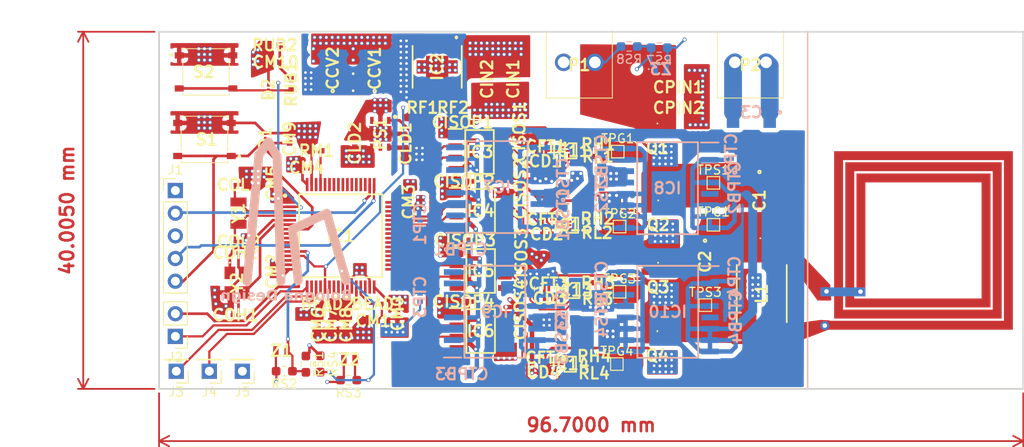
<source format=kicad_pcb>
(kicad_pcb (version 20221018) (generator pcbnew)
  (layers (0 "F.Cu" signal) (1 "In1.Cu" power) (2 "In2.Cu" power) (31 "B.Cu" signal) (34 "B.Paste" user) (35 "F.Paste" user) (36 "B.SilkS" user "B.Silkscreen") (37 "F.SilkS" user "F.Silkscreen") (38 "B.Mask" user) (39 "F.Mask" user) (44 "Edge.Cuts" user))
  (net 0 "")
  (net 1 "Net-(BEAD1-Pad1)")
  (net 2 "Net-(IC1-VDDA)")
  (net 3 "/VDD3V3")
  (net 4 "/VREFP")
  (net 5 "/S1")
  (net 6 "/S3")
  (net 7 "/S2")
  (net 8 "GND")
  (net 9 "/VDD5V")
  (net 10 "/VDDI1")
  (net 11 "/VDDI2")
  (net 12 "/VDDI3")
  (net 13 "/VDDI4")
  (net 14 "Net-(CFT1-OUT)")
  (net 15 "Net-(CFT2-OUT)")
  (net 16 "Net-(CFT3-OUT)")
  (net 17 "Net-(CFT4-OUT)")
  (net 18 "/VDD48V")
  (net 19 "/NRST")
  (net 20 "Net-(CM10-Pad1)")
  (net 21 "/OSC24_OUT")
  (net 22 "/OSC24_IN")
  (net 23 "/OSC32_IN")
  (net 24 "/OSC32_OUT")
  (net 25 "/UBUTT")
  (net 30 "/ADC1_IN1")
  (net 31 "/ADC2_IN2")
  (net 32 "/STLINK_RX")
  (net 33 "/STLINK_TX")
  (net 34 "/COMP1_INM")
  (net 35 "/COMP2_INM")
  (net 40 "/COMP1_INP")
  (net 44 "/HRTIM1_CHC1")
  (net 45 "/HRTIM1_CHC2")
  (net 46 "/HRTIM1_CHD1")
  (net 47 "/HRTIM1_CHD2")
  (net 52 "/HRTIM1_CHA1")
  (net 53 "/HRTIM1_CHA2")
  (net 54 "/HRTIM1_CHB1")
  (net 55 "/HRTIM1_CHB2")
  (net 57 "/T_SWDIO")
  (net 58 "/T_SWCLK")
  (net 69 "Net-(IC1-PB8-BOOT0)")
  (net 75 "/TPSFB")
  (net 78 "/INN1")
  (net 79 "/INP1")
  (net 80 "/INN2")
  (net 81 "/INP2")
  (net 82 "/INN3")
  (net 83 "/INP3")
  (net 84 "/INN4")
  (net 85 "/INP4")
  (net 90 "/IG1RH")
  (net 91 "/IG1RL")
  (net 92 "/IG2RH")
  (net 93 "/IG2RL")
  (net 94 "/IG3RH")
  (net 95 "/IG3RL")
  (net 96 "/IG4RH")
  (net 97 "/IG4RL")
  (net 100 "/G1")
  (net 101 "/G2")
  (net 102 "/G3")
  (net 103 "/G4")
  (net 104 "/CENTER")
  (footprint "SamacSys_Parts:CAPC1005X55N" (layer "F.Cu") (at 42.545 110.95 90)
    (fp_text reference "CM0")
    (fp_text value "GRM155R61A475MEAAD" hide)
  )
  (footprint "SamacSys_Parts:ESDALC6V11U2" (layer "F.Cu") (at 27.765 91.385 90)
    (fp_text reference "D1")
    (fp_text value "ESDALC6V1-1U2" hide)
  )
  (footprint "SamacSys_Parts:NFZ15SG152SN10B" (layer "F.Cu") (at 34.69 109.855)
    (fp_text reference "BEAD2")
    (fp_text value "BLM15AG601SZ1D" hide)
  )
  (footprint "TestPoint:TestPoint_Pad_1.0x1.0mm" (layer "F.Cu") (at 67.4 101.2)
    (fp_text reference "TPG2")
    (fp_text value "TestPoint")
  )
  (footprint "SamacSys_Parts:BGA6C40P2X3_86X126X62" (layer "F.Cu") (at 61.8776 116.6178)
    (fp_text reference "IC14")
    (fp_text value "LMG1020YFFR" hide)
  )
  (footprint "SamacSys_Parts:RESC1005X37N" (layer "F.Cu") (at 33.486 92.71 180)
    (fp_text reference "RM1")
    (fp_text value "MCS04020D1002BE000" hide)
  )
  (footprint "SamacSys_Parts:NX3215SA32768KSTDMUS2" (layer "F.Cu") (at 24.765 99.695 -90)
    (fp_text reference "Y1")
    (fp_text value "NX3215SA-32.768K-STD-MUS-2" hide)
  )
  (footprint "SamacSys_Parts:NFZ15SG152SN10B" (layer "F.Cu") (at 40.405 109.855 180)
    (fp_text reference "BEAD1")
    (fp_text value "BLM15AG601SZ1D" hide)
  )
  (footprint "Connector_PinHeader_2.54mm:PinHeader_1x05_P2.54mm_Vertical" (layer "F.Cu") (at 17.7 97.16)
    (fp_text reference "J1")
    (fp_text value "Conn_01x05")
  )
  (footprint "Resistor_SMD:R_0603_1608Metric_Pad0.98x0.95mm_HandSolder" (layer "F.Cu") (at 29.8875 117.4 180)
    (fp_text reference "RS2")
    (fp_text value "RT0603DRE077K41L")
  )
  (footprint "Connector_PinHeader_2.54mm:PinHeader_1x01_P2.54mm_Vertical" (layer "F.Cu") (at 17.8 117.4 180)
    (fp_text reference "J3")
    (fp_text value "Conn_01x01")
  )
  (footprint "SamacSys_Parts:RESC1005X37N" (layer "F.Cu") (at 64.9732 93.345)
    (fp_text reference "RL1")
    (fp_text value "MCS0402MC1008FE000" hide)
  )
  (footprint "SamacSys_Parts:RESC1005X37N" (layer "F.Cu") (at 64.5414 117.6416)
    (fp_text reference "RL4")
    (fp_text value "MCS0402MC1008FE000" hide)
  )
  (footprint "SamacSys_Parts:CAPC1005X55N" (layer "F.Cu") (at 49.959 109.601)
    (fp_text reference "CISOP4")
    (fp_text value "GRT155R70J105KE01D" hide)
  )
  (footprint "SamacSys_Parts:RESC1005X37N" (layer "F.Cu") (at 64.9986 107.4928)
    (fp_text reference "RH3")
    (fp_text value "MCS0402MC1008FE000" hide)
  )
  (footprint "TestPoint:TestPoint_Pad_1.0x1.0mm" (layer "F.Cu") (at 67.1 116.6)
    (fp_text reference "TPG4")
    (fp_text value "TestPoint")
  )
  (footprint "Resistor_SMD:R_0603_1608Metric_Pad0.98x0.95mm_HandSolder" (layer "F.Cu") (at 37.0875 118.4 180)
    (fp_text reference "RS3")
    (fp_text value "RT0603DRE077K41L")
  )
  (footprint "SamacSys_Parts:CAPC1005X55N" (layer "F.Cu") (at 59.1312 93.8784)
    (fp_text reference "CD1")
    (fp_text value "GRT155R70J105KE01D" hide)
  )
  (footprint "Connector_PinHeader_2.54mm:PinHeader_1x01_P2.54mm_Vertical" (layer "F.Cu") (at 25.2 117.4 180)
    (fp_text reference "J5")
    (fp_text value "Conn_01x01")
  )
  (footprint "SamacSys_Parts:CAPC1005X55N" (layer "F.Cu") (at 49.99 96.139)
    (fp_text reference "CISOP2")
    (fp_text value "GRT155R70J105KE01D" hide)
  )
  (footprint "SamacSys_Parts:C1210" (layer "F.Cu") (at 40.005 83.463 90)
    (fp_text reference "CCV1")
    (fp_text value "C1210C107M8PACTU" hide)
  )
  (footprint "TestPoint:TestPoint_Pad_1.0x1.0mm" (layer "F.Cu") (at 67.2 92.8)
    (fp_text reference "TPG1")
    (fp_text value "TestPoint")
  )
  (footprint "SamacSys_Parts:CAPC1005X55N" (layer "F.Cu") (at 33.655 112.22 90)
    (fp_text reference "CM6")
    (fp_text value "C0402C104K8RAC7867" hide)
  )
  (footprint "SamacSys_Parts:CAPC1005X55N" (layer "F.Cu") (at 56.4134 104.7976 -90)
    (fp_text reference "CISOS3")
    (fp_text value "GRT155R70J105KE01D" hide)
  )
  (footprint "SamacSys_Parts:GS61004BTR" (layer "F.Cu") (at 71.7218 107.9994)
    (fp_text reference "Q3")
    (fp_text value "GS61004B-TR" hide)
  )
  (footprint "SamacSys_Parts:GS61004BTR" (layer "F.Cu") (at 71.7334 101.0136)
    (fp_text reference "Q2")
    (fp_text value "GS61004B-TR" hide)
  )
  (footprint "SamacSys_Parts:PTS526SK15SMTR2LFS" (layer "F.Cu") (at 20.955 91.44 180)
    (fp_text reference "S1")
    (fp_text value "PTS526_SK15_SMTR2_LFS" hide)
  )
  (footprint "SamacSys_Parts:CAPC0603X33N" (layer "F.Cu") (at 24.765 102.87 180)
    (fp_text reference "COL2")
    (fp_text value "GRM0335C1E5R1BA01D" hide)
  )
  (footprint "SamacSys_Parts:CAPC1005X55N" (layer "F.Cu") (at 39.83 111.76 180)
    (fp_text reference "CM1")
    (fp_text value "C0402C104K8RAC7867" hide)
  )
  (footprint "SamacSys_Parts:C1206" (layer "F.Cu") (at 76.962 105.132 -90)
    (fp_text reference "C2")
    (fp_text value "C1206C821J1GACTU" hide)
  )
  (footprint "SamacSys_Parts:SON95P300X300X100-7N-D" (layer "F.Cu") (at 40.64 90.805 -90)
    (fp_text reference "PS1")
    (fp_text value "LD39050PU33R" hide)
  )
  (footprint "SamacSys_Parts:RESC1005X37N" (layer "F.Cu") (at 64.8832 101.904)
    (fp_text reference "RL2")
    (fp_text value "MCS0402MC1008FE000" hide)
  )
  (footprint "SamacSys_Parts:CAPC3216X190N" (layer "F.Cu") (at 73.99 87.9)
    (fp_text reference "CPIN2")
    (fp_text value "GRJ31CZ72A475KE01L" hide)
  )
  (footprint "SamacSys_Parts:CAPC1005X55N" (layer "F.Cu") (at 50.117 102.743)
    (fp_text reference "CISOP3")
    (fp_text value "GRT155R70J105KE01D" hide)
  )
  (footprint "Resistor_SMD:R_0603_1608Metric_Pad0.98x0.95mm_HandSolder" (layer "F.Cu") (at 32.3 116.6125 -90)
    (fp_text reference "RS1")
    (fp_text value "RT0603DRE10100KL")
  )
  (footprint "SamacSys_Parts:BGA6C40P2X3_86X126X62" (layer "F.Cu") (at 62.1178 101.0468)
    (fp_text reference "IC12")
    (fp_text value "LMG1020YFFR" hide)
  )
  (footprint "SamacSys_Parts:BGA6C40P2X3_86X126X62" (layer "F.Cu") (at 61.9284 92.7164)
    (fp_text reference "IC11")
    (fp_text value "LMG1020YFFR" hide)
  )
  (footprint "SamacSys_Parts:PTS526SK15SMTR2LFS" (layer "F.Cu") (at 21.13 83.875)
    (fp_text reference "S2")
    (fp_text value "PTS526_SK15_SMTR2_LFS" hide)
  )
  (footprint "TestPoint:TestPoint_Pad_1.0x1.0mm" (layer "F.Cu") (at 77.9 96.3)
    (fp_text reference "TPS1")
    (fp_text value "TestPoint")
  )
  (footprint "SamacSys_Parts:CAPC3216X190N" (layer "F.Cu") (at 52.578 84.669 -90)
    (fp_text reference "CIN2")
    (fp_text value "GRJ31CZ72A475KE01L" hide)
  )
  (footprint "SamacSys_Parts:NFM15CC222D1A3D" (layer "F.Cu") (at 59.4868 107.5984)
    (fp_text reference "CFT3")
    (fp_text value "NFM15PC104R1A3D" hide)
  )
  (footprint "SamacSys_Parts:RESC1005X37N" (layer "F.Cu") (at 28.835 80.87 180)
    (fp_text reference "RUB2")
    (fp_text value "MCS04020C1003FE000" hide)
  )
  (footprint "SamacSys_Parts:RESC1005X37N" (layer "F.Cu") (at 45.339 87.884)
    (fp_text reference "RF1")
    (fp_text value "MCS04020D1002BE000" hide)
  )
  (footprint "SamacSys_Parts:TPSM5601R5HRDAR" (layer "F.Cu") (at 46.993 83.312 -90)
    (fp_text reference "IC2")
    (fp_text value "TPSM5601R5HRDAR" hide)
  )
  (footprint "SamacSys_Parts:ESDALC6V11U2" (layer "F.Cu") (at 28.115 85.971 90)
    (fp_text reference "D2")
    (fp_text value "ESDALC6V1-1U2" hide)
  )
  (footprint "SamacSys_Parts:RESC1005X37N" (layer "F.Cu") (at 48.768 87.884 180)
    (fp_text reference "RF2")
    (fp_text value "MCS04020D2491BE000" hide)
  )
  (footprint "SamacSys_Parts:CAPC1005X55N" (layer "F.Cu") (at 43.434 91.9 90)
    (fp_text reference "CLD1")
    (fp_text value "GRM155Z71A105KE01J" hide)
  )
  (footprint "SamacSys_Parts:CAPC1005X55N" (layer "F.Cu") (at 56.3372 110.5154 90)
    (fp_text reference "CISOS4")
    (fp_text value "GRT155R70J105KE01D" hide)
  )
  (footprint "SamacSys_Parts:CAPC1005X55N" (layer "F.Cu") (at 35.09 112.22 90)
    (fp_text reference "CM7")
    (fp_text value "C0402C104K8RAC7867" hide)
  )
  (footprint "SamacSys_Parts:CAPC3216X190N" (layer "F.Cu") (at 55.499 84.669 -90)
    (fp_text reference "CIN1")
    (fp_text value "GRJ31CZ72A475KE01L" hide)
  )
  (footprint "SamacSys_Parts:NX3225SA24000MHZSTDCSR1" (layer "F.Cu") (at 24.6 107.485 -90)
    (fp_text reference "Y2")
    (fp_text value "NX3225SA-24.000MHZ-STD-CSR-1" hide)
  )
  (footprint "TestPoint:TestPoint_Pad_1.0x1.0mm" (layer "F.Cu") (at 67.4 108.5)
    (fp_text reference "TPG3")
    (fp_text value "TestPoint")
  )
  (footprint "SamacSys_Parts:CAPC3216X190N" (layer "F.Cu") (at 73.99 85.6)
    (fp_text reference "CPIN1")
    (fp_text value "GRJ31CZ72A475KE01L" hide)
  )
  (footprint "SamacSys_Parts:C1812" (layer "F.Cu") (at 83.058 98.28 -90)
    (fp_text reference "C1")
    (fp_text value "C1812C124J1GACTU" hide)
  )
  (footprint "Resistor_SMD:R_0603_1608Metric_Pad0.98x0.95mm_HandSolder" (layer "F.Cu") (at 33.9 116.5875 -90)
    (fp_text reference "RS4")
    (fp_text value "RT0603DRE10100KL")
  )
  (footprint "SamacSys_Parts:CAPC1005X55N" (layer "F.Cu") (at 32.385 94.615)
    (fp_text reference "CM4")
    (fp_text value "C0402C104K8RAC7867" hide)
  )
  (footprint "SamacSys_Parts:CAPC1005X55N" (layer "F.Cu") (at 43.815 98.425 -90)
    (fp_text reference "CM3")
    (fp_text value "C0402C104K8RAC7867" hide)
  )
  (footprint "SamacSys_Parts:CAPC1005X55N" (layer "F.Cu") (at 58.9026 117.5258)
    (fp_text reference "CD4")
    (fp_text value "GRT155R70J105KE01D" hide)
  )
  (footprint "SamacSys_Parts:RESC1005X37N" (layer "F.Cu") (at 30.655 85.23 -90)
    (fp_text reference "RUB1")
    (fp_text value "MCS04020C3300FE000" hide)
  )
  (footprint "SamacSys_Parts:NFM15CC222D1A3D" (layer "F.Cu") (at 59.1646 92.2274)
    (fp_text reference "CFT1")
    (fp_text value "NFM15PC104R1A3D" hide)
  )
  (footprint "SamacSys_Parts:C1210" (layer "F.Cu") (at 35.306 83.463 90)
    (fp_text reference "CCV2")
    (fp_text value "C1210C107M8PACTU" hide)
  )
  (footprint "SamacSys_Parts:RESC1005X37N" (layer "F.Cu") (at 65.0074 91.9988)
    (fp_text reference "RH1")
    (fp_text value "MCS0402MC1008FE000" hide)
  )
  (footprint "SamacSys_Parts:SOIC127P600X175-8N" (layer "F.Cu") (at 51.733 92.837)
    (fp_text reference "IC3")
    (fp_text value "ISO7720FQDQ1" hide)
  )
  (footprint "SamacSys_Parts:NFM15CC222D1A3D" (layer "F.Cu") (at 59.2778 100.4054)
    (fp_text reference "CFT2")
    (fp_text value "NFM15PC104R1A3D" hide)
  )
  (footprint "SamacSys_Parts:GS61004BTR" (layer "F.Cu") (at 71.6456 92.4038)
    (fp_text reference "Q1")
    (fp_text value "GS61004B-TR" hide)
  )
  (footprint "SamacSys_Parts:CAPC1005X55N" (layer "F.Cu") (at 59.2698 102.0564)
    (fp_text reference "CD2")
    (fp_text value "GRT155R70J105KE01D" hide)
  )
  (footprint "SamacSys_Parts:QFP50P1200X1200X160-64N" (layer "F.Cu") (at 36.195 102.235)
    (fp_text reference "IC1")
    (fp_text value "STM32G474RET6" hide)
  )
  (footprint "Connector_PinHeader_2.54mm:PinHeader_1x01_P2.54mm_Vertical" (layer "F.Cu") (at 21.5 117.4 180)
    (fp_text reference "J4")
    (fp_text value "Conn_01x01")
  )
  (footprint "SamacSys_Parts:RESC1005X37N" (layer "F.Cu") (at 64.934 100.3038)
    (fp_text reference "RH2")
    (fp_text value "MCS0402MC1008FE000" hide)
  )
  (footprint "SamacSys_Parts:CAPC1005X55N" (layer "F.Cu") (at 56.3118 96.9772 90)
    (fp_text reference "CISOS2")
    (fp_text value "GRT155R70J105KE01D" hide)
  )
  (footprint "SamacSys_Parts:SOIC127P600X175-8N" (layer "F.Cu") (at 51.86 99.441)
    (fp_text reference "IC4")
    (fp_text value "ISO7720FQDQ1" hide)
  )
  (footprint "SamacSys_Parts:GS61004BTR" (layer "F.Cu") (at 71.6368 115.6582)
    (fp_text reference "Q4")
    (fp_text value "GS61004B-TR" hide)
  )
  (footprint "SamacSys_Parts:SOIC127P600X175-8N" (layer "F.Cu") (at 51.86 112.903)
    (fp_text reference "IC6")
    (fp_text value "ISO7720FQDQ1" hide)
  )
  (footprint "SamacSys_Parts:CAPC0603X33N" (layer "F.Cu") (at 24.435 111.125)
    (fp_text reference "COH1")
    (fp_text value "GJM0335C1E6R8DB01D" hide)
  )
  (footprint "SamacSys_Parts:CAPC1005X55N" (layer "F.Cu") (at 37.78 91.845 90)
    (fp_text reference "CLD2")
    (fp_text value "GRT155R70J105KE01D" hide)
  )
  (footprint "SamacSys_Parts:CAPC0603X33N" (layer "F.Cu") (at 24.765 96.52 180)
    (fp_text reference "COL1")
    (fp_text value "GRM0335C1E5R1BA01D" hide)
  )
  (footprint "SamacSys_Parts:2222SQ221GEC" (layer "F.Cu") (at 83.312 108.71 -90)
    (fp_text reference "L1")
    (fp_text value "2222SQ-221GEC" hide)
  )
  (footprint "SamacSys_Parts:TSZU52C3V3RGG" (layer "F.Cu") (at 29.575 115.1 180)
    (fp_text reference "Z1")
    (fp_text value "TSZU52C3V3_RGG" hide)
  )
  (footprint "SamacSys_Parts:CAPC1005X55N" (layer "F.Cu") (at 49.832 89.535)
    (fp_text reference "CISOP1")
    (fp_text value "GRT155R70J105KE01D" hide)
  )
  (footprint "SamacSys_Parts:CAPC1005X55N" (layer "F.Cu") (at 59.5884 109.2454)
    (fp_text reference "CD3")
    (fp_text value "GRT155R70J105KE01D" hide)
  )
  (footprint "SamacSys_Parts:BGA6C40P2X3_86X126X62" (layer "F.Cu") (at 62.2586 108.3628)
    (fp_text reference "IC13")
    (fp_text value "LMG1020YFFR" hide)
  )
  (footprint "TestPoint:TestPoint_Pad_1.0x1.0mm" (layer "F.Cu") (at 77 110)
    (fp_text reference "TPS3")
    (fp_text value "TestPoint")
  )
  (footprint "SamacSys_Parts:RESC1005X37N" (layer "F.Cu") (at 64.939 109.2962)
    (fp_text reference "RL3")
    (fp_text value "MCS0402MC1008FE000" hide)
  )
  (footprint "SamacSys_Parts:691214110002" (layer "F.Cu") (at 64.643 82.804 180)
    (fp_text reference "P1")
    (fp_text value "691214110002" hide)
  )
  (footprint "SamacSys_Parts:CAPC1005X55N" (layer "F.Cu") (at 30.48 91.385 90)
    (fp_text reference "CM9")
    (fp_text value "C0402C104K8RAC7867" hide)
  )
  (footprint "SamacSys_Parts:CAPC1005X55N" (layer "F.Cu") (at 36.83 112.22 -90)
    (fp_text reference "CM8")
    (fp_text value "GRT155R70J105KE01D" hide)
  )
  (footprint "SamacSys_Parts:691214110002" (layer "F.Cu") (at 83.8 82.8 180)
    (fp_text reference "P2")
    (fp_text value "691214110002" hide)
  )
  (footprint "SamacSys_Parts:CAPC1005X55N" (layer "F.Cu") (at 28.575 96.345 90)
    (fp_text reference "CM5")
    (fp_text value "GRT155R70J105KE01D" hide)
  )
  (footprint "TestPoint:TestPoint_Pad_1.0x1.0mm" (layer "F.Cu") (at 77.9 101)
    (fp_text reference "TPC1")
    (fp_text value "TestPoint")
  )
  (footprint "Connector_PinHeader_2.54mm:PinHeader_1x02_P2.54mm_Vertical" (layer "F.Cu") (at 17.7 113.5 180)
    (fp_text reference "J2")
    (fp_text value "Conn_01x02")
  )
  (footprint "SamacSys_Parts:RESC1005X37N" (layer "F.Cu") (at 64.5668 115.7224)
    (fp_text reference "RH4")
    (fp_text value "MCS0402MC1008FE000" hide)
  )
  (footprint "SamacSys_Parts:CAPC1005X55N" (layer "F.Cu") (at 28.575 106.22 90)
    (fp_text reference "CM2")
    (fp_text value "C0402C104K8RAC7867" hide)
  )
  (footprint "SamacSys_Parts:NFM15CC222D1A3D" (layer "F.Cu") (at 59.1138 115.9002)
    (fp_text reference "CFT4")
    (fp_text value "NFM15PC104R1A3D" hide)
  )
  (footprint "SamacSys_Parts:CAPC1005X55N" (layer "F.Cu") (at 56.1848 90.5764 90)
    (fp_text reference "CISOS1")
    (fp_text value "GRT155R70J105KE01D" hide)
  )
  (footprint "SamacSys_Parts:CAPC1005X55N" (layer "F.Cu") (at 28.925 82.775 180)
    (fp_text reference "CM10")
    (fp_text value "C0402C104K8RAC7867" hide)
  )
  (footprint "SamacSys_Parts:CAPC0603X33N" (layer "F.Cu") (at 24.435 104.14 180)
    (fp_text reference "COH2")
    (fp_text value "GJM0335C1E6R8DB01D" hide)
  )
  (footprint "SamacSys_Parts:TSZU52C3V3RGG" (layer "F.Cu") (at 37.175 116.078 180)
    (fp_text reference "Z2")
    (fp_text value "TSZU52C3V3_RGG" hide)
  )
  (footprint "SamacSys_Parts:SOIC127P600X175-8N" (layer "F.Cu") (at 51.86 106.172)
    (fp_text reference "IC5")
    (fp_text value "ISO7720FQDQ1" hide)
  )
  (footprint "SamacSys_Parts:SOIC127P1030X265-16N" (layer "B.Cu") (at 53.441 110.744)
    (fp_text reference "IC9")
    (fp_text value "UCC12040DVE" hide)
  )
  (footprint "SamacSys_Parts:C1812" (layer "B.Cu") (at 82.15 88.4 180)
    (fp_text reference "C3")
    (fp_text value "C1812C105K1RACTU" hide)
  )
  (footprint "SamacSys_Parts:CAPC1005X55N" (layer "B.Cu") (at 60.96 110.569 90)
    (fp_text reference "CTS3")
    (fp_text value "C0402C104K8RAC7867" hide)
  )
  (footprint "SamacSys_Parts:SOIC127P1030X265-16N" (layer "B.Cu") (at 72.797 110.744 180)
    (fp_text reference "IC10")
    (fp_text value "UCC12040DVE" hide)
  )
  (footprint "SamacSys_Parts:C0603" (layer "B.Cu") (at 49.619 103.759)
    (fp_text reference "CTPB1")
    (fp_text value "C0603C106M8PAC7411" hide)
  )
  (footprint "SamacSys_Parts:C0603" (layer "B.Cu") (at 65.405 107.988 90)
    (fp_text reference "CTSB4")
    (fp_text value "C0603C106M8PAC7411" hide)
  )
  (footprint "SamacSys_Parts:CAPC1005X55N" (layer "B.Cu") (at 80.264 106.855 -90)
    (fp_text reference "CTP4")
    (fp_text value "C0402C104K8RAC7867" hide)
  )
  (footprint "SamacSys_Parts:CAPC1005X55N" (layer "B.Cu") (at 65.405 111.3 -90)
    (fp_text reference "CTS4")
    (fp_text value "C0402C104K8RAC7867" hide)
  )
  (footprint "Resistor_SMD:R_0603_1608Metric_Pad0.98x0.95mm_HandSolder" (layer "B.Cu") (at 71.8385 81.153)
    (fp_text reference "RS7")
    (fp_text value "RP0603BRD075K76L")
  )
  (footprint "SamacSys_Parts:C0603" (layer "B.Cu") (at 80.264 96.812 -90)
    (fp_text reference "CTPB2")
    (fp_text value "C0603C106M8PAC7411" hide)
  )
  (footprint "SamacSys_Parts:SOIC127P1030X265-16N" (layer "B.Cu") (at 53.695 96.774)
    (fp_text reference "IC7")
    (fp_text value "UCC12040DVE" hide)
  )
  (footprint "SamacSys_Parts:SOIC127P1030X265-16N" (layer "B.Cu") (at 72.771 96.901 180)
    (fp_text reference "IC8")
    (fp_text value "UCC12040DVE" hide)
  )
  (footprint "SamacSys_Parts:C0603" (layer "B.Cu") (at 60.96 113.703 -90)
    (fp_text reference "CTSB3")
    (fp_text value "C0603C106M8PAC7411" hide)
  )
  (footprint "SamacSys_Parts:C0603" (layer "B.Cu") (at 61.087 99.86 -90)
    (fp_text reference "CTSB1")
    (fp_text value "C0603C106M8PAC7411" hide)
  )
  (footprint "SamacSys_Parts:CAPC1005X55N" (layer "B.Cu") (at 65.405 97.361 -90)
    (fp_text reference "CTS2")
    (fp_text value "C0402C104K8RAC7867" hide)
  )
  (footprint "SamacSys_Parts:CAPC1005X55N" (layer "B.Cu") (at 79.883 93.091 -90)
    (fp_text reference "CTP2")
    (fp_text value "C0402C104K8RAC7867" hide)
  )
  (footprint "SamacSys_Parts:C0603" (layer "B.Cu") (at 80.391 111.29 -90)
    (fp_text reference "CTPB4")
    (fp_text value "C0603C106M8PAC7411" hide)
  )
  (footprint "Resistor_SMD:R_0603_1608Metric_Pad0.98x0.95mm_HandSolder" (layer "B.Cu") (at 68.4765 81.026)
    (fp_text reference "RS8")
    (fp_text value "RT0603DRE10100KL")
  )
  (footprint "SamacSys_Parts:CAPC1005X55N" (layer "B.Cu") (at 61.087 95.806 90)
    (fp_text reference "CTS1")
    (fp_text value "C0402C104K8RAC7867" hide)
  )
  (footprint "SamacSys_Parts:C0603" (layer "B.Cu") (at 49.746 117.729)
    (fp_text reference "CTPB3")
    (fp_text value "C0603C106M8PAC7411" hide)
  )
  (footprint "SamacSys_Parts:C0603" (layer "B.Cu") (at 65.405 93.815 90)
    (fp_text reference "CTSB2")
    (fp_text value "C0603C106M8PAC7411" hide)
  )
  (footprint "SamacSys_Parts:TSZU52C3V3RGG" (layer "B.Cu") (at 72.019 83.566)
    (fp_text reference "Z3")
    (fp_text value "TSZU52C3V3_RGG" hide)
  )
  (footprint "SamacSys_Parts:CAPC1005X55N" (layer "B.Cu") (at 45.085 100.917 90)
    (fp_text reference "CTP1")
    (fp_text value "C0402C104K8RAC7867" hide)
  )
  (footprint "SamacSys_Parts:CAPC1005X55N" (layer "B.Cu") (at 45.085 109.093 -90)
    (fp_text reference "CTP3")
    (fp_text value "C0402C104K8RAC7867" hide)
  )
  (gr_poly (pts (xy 89.91 111.7541) (xy 86.42 112.23) (xy 86.37 114.34) (xy 90.79 112.64) (xy 90.81 111.8)) (stroke (width 0.2)) (fill solid) (layer "F.Cu"))
  (gr_poly (pts (xy 93.91 95.2541) (xy 93.91 96.2541) (xy 93.91 109.0041) (xy 94.91 109.0041) (xy 94.91 96.2541) (xy 107.91 96.2541) (xy 107.91 109.2541) (xy 93.66 109.2541) (xy 93.66 94.99) (xy 109.16 94.99) (xy 109.16 110.5041) (xy 92.41 110.5041) (xy 92.41 93.7541) (xy 110.41 93.7541) (xy 110.41 111.7541) (xy 89.91 111.7541) (xy 89.91 112.7541) (xy 111.41 112.7541) (xy 111.41 111.7541) (xy 111.41 92.7541) (xy 110.41 92.7541) (xy 91.41 92.7541) (xy 91.41 93.7541) (xy 91.41 111.5041) (xy 92.41 111.5041) (xy 110.16 111.5041) (xy 110.16 110.5041) (xy 110.16 93.99) (xy 109.16 93.99) (xy 92.66 93.99) (xy 92.66 94.99) (xy 92.66 110.2541) (xy 93.66 110.2541) (xy 108.91 110.2541) (xy 108.91 109.2541) (xy 108.91 95.2541) (xy 107.91 95.2541)) (fill solid) (layer "F.Cu"))
  (gr_poly (pts (xy 89.6 109.38) (xy 86.49 105.06) (xy 86.49 103.15) (xy 90.88 107.76) (xy 90.99 109.39)) (stroke (width 0.2)) (fill solid) (layer "F.Cu"))
  (gr_rect (start 89.875 108.0141) (end 94.915 109.0141) (fill solid) (layer "B.Cu"))
  (gr_line (start 31.4452 107.2642) (end 30.8102 101.4984) (stroke (width 1)) (layer "B.SilkS"))
  (gr_line (start 25.7302 107.3658) (end 27.051 93.1418) (stroke (width 1)) (layer "B.SilkS"))
  (gr_line (start 34.6456 99.7204) (end 36.83 107.2642) (stroke (width 1)) (layer "B.SilkS"))
  (gr_line (start 88.4428 79.375) (end 88.4428 119.38) (stroke (width 0.15)) (layer "B.SilkS"))
  (gr_line (start 29.083 93.3704) (end 29.5148 107.315) (stroke (width 1)) (layer "B.SilkS"))
  (gr_line (start 28.1178 91.7194) (end 29.083 93.3704) (stroke (width 1)) (layer "B.SilkS"))
  (gr_line (start 30.8102 101.4984) (end 34.6456 99.7204) (stroke (width 1)) (layer "B.SilkS"))
  (gr_line (start 27.051 93.1418) (end 28.1178 91.7194) (stroke (width 1)) (layer "B.SilkS"))
  (gr_line (start 88.4428 79.375) (end 88.4428 119.38) (stroke (width 0.15)) (layer "F.SilkS"))
  (gr_rect (start 15.875 79.375) (end 112.575 119.38) (stroke (width 0.2)) (fill none) (layer "Edge.Cuts"))
  (gr_text "Bologna Design" (at 37.4904 109.6772) (layer "B.SilkS") (effects (font (size 1.2 1.2) (thickness 0.15) bold) (justify left bottom mirror)))
  (dimension (type aligned) (layer "F.Cu") (pts (xy 15.875 79.375) (xy 15.875 119.38)) (height 8.4836) (gr_text "40.0050 mm" (at 5.5914 99.3775 90) (layer "F.Cu") (effects (font (size 1.5 1.5) (thickness 0.3)))) (format (prefix "") (suffix "") (units 3) (units_format 1) (precision 4)) (style (thickness 0.2) (arrow_length 1.27) (text_position_mode 0) (extension_height 0.58642) (extension_offset 0.5) keep_text_aligned))
  (dimension (type aligned) (layer "F.Cu") (pts (xy 15.875 119.38) (xy 112.575 119.38)) (height 5.85) (gr_text "96.7000 mm" (at 64.225 123.43) (layer "F.Cu") (effects (font (size 1.5 1.5) (thickness 0.3)))) (format (prefix "") (suffix "") (units 3) (units_format 1) (precision 4)) (style (thickness 0.2) (arrow_length 1.27) (text_position_mode 0) (extension_height 0.58642) (extension_offset 0.5) keep_text_aligned))
  (via (at 90.56 108.464) (size 1) (drill 0.5) (layers "F.Cu" "B.Cu") (net 0))
  (via (at 94.36 108.49) (size 1) (drill 0.5) (layers "F.Cu" "B.Cu") (net 0))
  (via (at 90.36 112.29) (size 1) (drill 0.5) (layers "F.Cu" "B.Cu") (net 0))
  (segment (start 40.805 109.855) (end 40.805 111.245) (width 0.25) (layer "F.Cu") (net 1))
  (segment (start 40.805 111.245) (end 40.29 111.76) (width 0.25) (layer "F.Cu") (net 1))
  (segment (start 38.445 108.82012) (end 38.445 107.973) (width 0.25) (layer "F.Cu") (net 2))
  (segment (start 39.47988 109.855) (end 38.445 108.82012) (width 0.25) (layer "F.Cu") (net 2))
  (segment (start 40.005 109.855) (end 39.47988 109.855) (width 0.25) (layer "F.Cu") (net 2))
  (segment (start 32.445 96.497) (end 31.925 95.977) (width 0.3) (layer "F.Cu") (net 3))
  (segment (start 42.462 110.49) (end 42.545 110.49) (width 0.3) (layer "F.Cu") (net 3))
  (segment (start 30.457 98.485) (end 30.255 98.485) (width 0.3) (layer "F.Cu") (net 3))
  (segment (start 29.21 98.044) (end 29.651 98.485) (width 0.3) (layer "F.Cu") (net 3))
  (segment (start 39.945 107.973) (end 42.462 110.49) (width 0.3) (layer "F.Cu") (net 3))
  (segment (start 29.651 98.485) (end 30.457 98.485) (width 0.3) (layer "F.Cu") (net 3))
  (segment (start 29.718 106.68) (end 28.575 106.68) (width 0.6) (layer "F.Cu") (net 3))
  (segment (start 49.372 90.582) (end 49.022 90.932) (width 0.25) (layer "F.Cu") (net 3))
  (segment (start 28.575 97.415121) (end 28.575 96.805) (width 0.3) (layer "F.Cu") (net 3))
  (segment (start 18.305 82.025) (end 18.415 81.915) (width 0.25) (layer "F.Cu") (net 3))
  (segment (start 18.415 81.915) (end 18.525 82.025) (width 0.25) (layer "F.Cu") (net 3))
  (segment (start 18.13 82.025) (end 18.305 82.025) (width 0.25) (layer "F.Cu") (net 3))
  (segment (start 28.719125 97.559246) (end 28.575 97.415121) (width 0.3) (layer "F.Cu") (net 3))
  (segment (start 42.453 97.965) (end 43.815 97.965) (width 0.25) (layer "F.Cu") (net 3))
  (segment (start 29.762 106.68) (end 29.718 106.68) (width 0.3) (layer "F.Cu") (net 3))
  (segment (start 33.655 110.49) (end 34.29 109.855) (width 0.25) (layer "F.Cu") (net 3))
  (segment (start 41.933 98.485) (end 42.453 97.965) (width 0.25) (layer "F.Cu") (net 3))
  (segment (start 31.925 95.977) (end 31.925 94.615) (width 0.3) (layer "F.Cu") (net 3))
  (segment (start 37.78 92.305) (end 39.69 92.305) (width 0.25) (layer "F.Cu") (net 3))
  (segment (start 30.457 105.985) (end 29.762 106.68) (width 0.3) (layer "F.Cu") (net 3))
  (segment (start 30.255 98.485) (end 28.575 96.805) (width 0.3) (layer "F.Cu") (net 3))
  (segment (start 49.372 89.535) (end 49.372 90.582) (width 0.5) (layer "F.Cu") (net 3))
  (via (at 36.83 93.98) (size 0.45) (drill 0.3) (layers "F.Cu" "B.Cu") (net 3))
  (via (at 47.498 89.795497) (size 0.45) (drill 0.3) (layers "F.Cu" "B.Cu") (net 3))
  (via (at 31.75 111.125) (size 0.45) (drill 0.3) (layers "F.Cu" "B.Cu") (net 3))
  (via (at 38.735 93.345) (size 0.45) (drill 0.3) (layers "F.Cu" "B.Cu") (net 3))
  (via (at 38.735 92.71) (size 0.45) (drill 0.3) (layers "F.Cu" "B.Cu") (net 3))
  (via (at 38.1 93.98) (size 0.45) (drill 0.3) (layers "F.Cu" "B.Cu") (net 3))
  (via (at 38.1 93.345) (size 0.45) (drill 0.3) (layers "F.Cu" "B.Cu") (net 3))
  (via (at 47.5705 95.885) (size 0.45) (drill 0.3) (layers "F.Cu" "B.Cu") (net 3))
  (via (at 47.371 103.149) (size 0.45) (drill 0.3) (layers "F.Cu" "B.Cu") (net 3))
  (via (at 30.613497 93.599) (size 0.45) (drill 0.3) (layers "F.Cu" "B.Cu") (net 3))
  (via (at 39.37 93.345) (size 0.45) (drill 0.3) (layers "F.Cu" "B.Cu") (net 3))
  (via (at 20.955 81.28) (size 0.45) (drill 0.3) (layers "F.Cu" "B.Cu") (net 3))
  (via (at 30.359497 94.742) (size 0.45) (drill 0.3) (layers "F.Cu" "B.Cu") (net 3))
  (via (at 43.421006 109.093) (size 0.45) (drill 0.3) (layers "F.Cu" "B.Cu") (net 3))
  (via (at 36.83 92.71) (size 0.45) (drill 0.3) (layers "F.Cu" "B.Cu") (net 3))
  (via (at 28.719125 97.559246) (size 0.45) (drill 0.3) (layers "F.Cu" "B.Cu") (net 3))
  (via (at 21.59 81.915) (size 0.45) (drill 0.3) (layers "F.Cu" "B.Cu") (net 3))
  (via (at 47.244 109.601) (size 0.45) (drill 0.3) (layers "F.Cu" "B.Cu") (net 3))
  (via (at 44.316503 96.774) (size 0.45) (drill 0.3) (layers "F.Cu" "B.Cu") (net 3))
  (via (at 43.688 96.145497) (size 0.45) (drill 0.3) (layers "F.Cu" "B.Cu") (net 3))
  (via (at 21.59 82.55) (size 0.45) (drill 0.3) (layers "F.Cu" "B.Cu") (net 3))
  (via (at 30.359497 94.107) (size 0.45) (drill 0.3) (layers "F.Cu" "B.Cu") (net 3))
  (via (at 47.498 90.424) (size 0.45) (drill 0.3) (layers "F.Cu" "B.Cu") (net 3))
  (via (at 33.02 110.49) (size 0.45) (drill 0.3) (layers "F.Cu" "B.Cu") (net 3))
  (via (at 36.83 93.345) (size 0.45) (drill 0.3) (layers "F.Cu" "B.Cu") (net 3))
  (via (at 47.371 102.489) (size 0.45) (drill 0.3) (layers "F.Cu" "B.Cu") (net 3))
  (via (at 33.655 110.49) (size 0.45) (drill 0.3) (layers "F.Cu" "B.Cu") (net 3))
  (via (at 31.242 93.599) (size 0.45) (drill 0.3) (layers "F.Cu" "B.Cu") (net 3))
  (via (at 38.735 93.98) (size 0.45) (drill 0.3) (layers "F.Cu" "B.Cu") (net 3))
  (via (at 47.498 91.059) (size 0.45) (drill 0.3) (layers "F.Cu" "B.Cu") (net 3))
  (via (at 20.955 82.55) (size 0.45) (drill 0.3) (layers "F.Cu" "B.Cu") (net 3))
  (via (at 37.465 93.345) (size 0.45) (drill 0.3) (layers "F.Cu" "B.Cu") (net 3))
  (via (at 33.655 111.125) (size 0.45) (drill 0.3) (layers "F.Cu" "B.Cu") (net 3))
  (via (at 29.21 98.044) (size 0.45) (drill 0.3) (layers "F.Cu" "B.Cu") (net 3))
  (via (at 47.498 89.154) (size 0.45) (drill 0.3) (layers "F.Cu" "B.Cu") (net 3))
  (via (at 47.244 110.871) (size 0.45) (drill 0.3) (layers "F.Cu" "B.Cu") (net 3))
  (via (at 30.988 94.107) (size 0.45) (drill 0.3) (layers "F.Cu" "B.Cu") (net 3))
  (via (at 44.307925 96.145556) (size 0.45) (drill 0.3) (layers "F.Cu" "B.Cu") (net 3))
  (via (at 47.371 104.469) (size 0.45) (drill 0.3) (layers "F.Cu" "B.Cu") (net 3))
  (via (at 43.688 96.774) (size 0.45) (drill 0.3) (layers "F.Cu" "B.Cu") (net 3))
  (via (at 42.164 109.093) (size 0.45) (drill 0.3) (layers "F.Cu" "B.Cu") (net 3))
  (via (at 28.575 98.171) (size 0.45) (drill 0.3) (layers "F.Cu" "B.Cu") (net 3))
  (via (at 20.32 82.55) (size 0.45) (drill 0.3) (layers "F.Cu" "B.Cu") (net 3))
  (via (at 47.5705 97.865) (size 0.45) (drill 0.3) (layers "F.Cu" "B.Cu") (net 3))
  (via (at 37.465 93.98) (size 0.45) (drill 0.3) (layers "F.Cu" "B.Cu") (net 3))
  (via (at 43.431667 109.729631) (size 0.45) (drill 0.3) (layers "F.Cu" "B.Cu") (net 3))
  (via (at 20.955 81.915) (size 0.45) (drill 0.3) (layers "F.Cu" "B.Cu") (net 3))
  (via (at 20.32 81.915) (size 0.45) (drill 0.3) (layers "F.Cu" "B.Cu") (net 3))
  (via (at 20.32 81.28) (size 0.45) (drill 0.3) (layers "F.Cu" "B.Cu") (net 3))
  (via (at 32.385 110.49) (size 0.45) (drill 0.3) (layers "F.Cu" "B.Cu") (net 3))
  (via (at 30.988 94.742) (size 0.45) (drill 0.3) (layers "F.Cu" "B.Cu") (net 3))
  (via (at 29.718 106.68) (size 0.45) (drill 0.3) (layers "F.Cu" "B.Cu") (net 3))
  (via (at 42.803219 109.721411) (size 0.45) (drill 0.3) (layers "F.Cu" "B.Cu") (net 3))
  (via (at 21.59 81.28) (size 0.45) (drill 0.3) (layers "F.Cu" "B.Cu") (net 3))
  (via (at 47.5705 97.205) (size 0.45) (drill 0.3) (layers "F.Cu" "B.Cu") (net 3))
  (via (at 47.244 110.236) (size 0.45) (drill 0.3) (layers "F.Cu" "B.Cu") (net 3))
  (via (at 39.37 93.98) (size 0.45) (drill 0.3) (layers "F.Cu" "B.Cu") (net 3))
  (via (at 31.75 110.49) (size 0.45) (drill 0.3) (layers "F.Cu" "B.Cu") (net 3))
  (via (at 42.792503 109.093) (size 0.45) (drill 0.3) (layers "F.Cu" "B.Cu") (net 3))
  (via (at 47.5705 96.545) (size 0.45) (drill 0.3) (layers "F.Cu" "B.Cu") (net 3))
  (via (at 32.385 111.125) (size 0.45) (drill 0.3) (layers "F.Cu" "B.Cu") (net 3))
  (via (at 47.371 103.809) (size 0.45) (drill 0.3) (layers "F.Cu" "B.Cu") (net 3))
  (segment (start 37.945 109.375) (end 37.465 109.855) (width 0.3) (layer "F.Cu") (net 4))
  (segment (start 37.945 107.973) (end 37.945 109.375) (width 0.3) (layer "F.Cu") (net 4))
  (segment (start 71.400624 93.1538) (end 69.280424 91.0336) (width 0.3) (layer "F.Cu") (net 5))
  (segment (start 59.5376 95.8596) (end 59.817 96.139) (width 0.3) (layer "F.Cu") (net 5))
  (segment (start 58.924805 96.091395) (end 59.1566 95.8596) (width 0.3) (layer "F.Cu") (net 5))
  (segment (start 59.5912 93.8784) (end 59.8932 93.8784) (width 0.3) (layer "F.Cu") (net 5))
  (segment (start 59.1646 93.266824) (end 59.5912 93.693424) (width 0.3) (layer "F.Cu") (net 5))
  (segment (start 59.8932 93.8784) (end 60.3758 93.3958) (width 0.3) (layer "F.Cu") (net 5))
  (segment (start 61.7284 92.7164) (end 59.4036 92.7164) (width 0.2) (layer "F.Cu") (net 5))
  (segment (start 56.1848 90.1164) (end 59.0662 90.1164) (width 0.3) (layer "F.Cu") (net 5))
  (segment (start 55.5362 95.8342) (end 57.9628 95.8342) (width 0.3) (layer "F.Cu") (net 5))
  (segment (start 59.0662 90.1164) (end 59.9834 91.0336) (width 0.3) (layer "F.Cu") (net 5))
  (segment (start 54.444 94.742) (end 55.5362 95.8342) (width 0.3) (layer "F.Cu") (net 5))
  (segment (start 59.5912 93.693424) (end 59.5912 93.8784) (width 0.3) (layer "F.Cu") (net 5))
  (segment (start 59.4036 92.7164) (end 59.1646 92.4774) (width 0.2) (layer "F.Cu") (net 5))
  (segment (start 69.280424 91.0336) (end 59.9834 91.0336) (width 0.3) (layer "F.Cu") (net 5))
  (segment (start 59.1566 95.8596) (end 59.5376 95.8596) (width 0.3) (layer "F.Cu") (net 5))
  (segment (start 59.1646 91.9774) (end 59.1646 92.4774) (width 0.3) (layer "F.Cu") (net 5))
  (segment (start 59.1646 91.8524) (end 59.1646 91.9774) (width 0.3) (layer "F.Cu") (net 5))
  (segment (start 72.1956 93.1538) (end 71.400624 93.1538) (width 0.3) (layer "F.Cu") (net 5))
  (segment (start 58.261725 95.8342) (end 58.51892 96.091395) (width 0.3) (layer "F.Cu") (net 5))
  (segment (start 57.9628 95.8342) (end 58.261725 95.8342) (width 0.3) (layer "F.Cu") (net 5))
  (segment (start 59.9834 91.0336) (end 59.1646 91.8524) (width 0.3) (layer "F.Cu") (net 5))
  (segment (start 59.1646 92.4774) (end 59.1646 93.266824) (width 0.3) (layer "F.Cu") (net 5))
  (segment (start 58.51892 96.091395) (end 58.924805 96.091395) (width 0.3) (layer "F.Cu") (net 5))
  (via (at 71.882 93.522) (size 0.45) (drill 0.3) (layers "F.Cu" "B.Cu") (net 5))
  (via (at 73.202 92.862) (size 0.45) (drill 0.3) (layers "F.Cu" "B.Cu") (net 5))
  (via (at 59.817 96.139) (size 0.5) (drill 0.35) (layers "F.Cu" "B.Cu") (net 5))
  (via (at 73.202 94.182) (size 0.45) (drill 0.3) (layers "F.Cu" "B.Cu") (net 5))
  (via (at 58.51892 96.091395) (size 0.5) (drill 0.35) (layers "F.Cu" "B.Cu") (net 5))
  (via (at 72.542 94.182) (size 0.45) (drill 0.3) (layers "F.Cu" "B.Cu") (net 5))
  (via (at 71.882 92.862) (size 0.45) (drill 0.3) (layers "F.Cu" "B.Cu") (net 5))
  (via (at 60.3758 93.3958) (size 0.45) (drill 0.3) (layers "F.Cu" "B.Cu") (net 5))
  (via (at 72.542 93.522) (size 0.45) (drill 0.3) (layers "F.Cu" "B.Cu") (net 5))
  (via (at 73.202 92.202) (size 0.45) (drill 0.3) (layers "F.Cu" "B.Cu") (net 5))
  (via (at 72.542 92.862) (size 0.45) (drill 0.3) (layers "F.Cu" "B.Cu") (net 5))
  (via (at 71.882 92.202) (size 0.45) (drill 0.3) (layers "F.Cu" "B.Cu") (net 5))
  (via (at 71.222 94.182) (size 0.45) (drill 0.3) (layers "F.Cu" "B.Cu") (net 5))
  (via (at 59.1566 95.8596) (size 0.5) (drill 0.35) (layers "F.Cu" "B.Cu") (net 5))
  (via (at 71.244938 93.490083) (size 0.45) (drill 0.3) (layers "F.Cu" "B.Cu") (net 5))
  (via (at 73.202 93.522) (size 0.45) (drill 0.3) (layers "F.Cu" "B.Cu") (net 5))
  (via (at 71.222 92.202) (size 0.45) (drill 0.3) (layers "F.Cu" "B.Cu") (net 5))
  (via (at 71.222 92.862) (size 0.45) (drill 0.3) (layers "F.Cu" "B.Cu") (net 5))
  (via (at 57.9628 95.8342) (size 0.5) (drill 0.35) (layers "F.Cu" "B.Cu") (net 5))
  (via (at 72.542 92.202) (size 0.45) (drill 0.3) (layers "F.Cu" "B.Cu") (net 5))
  (via (at 71.882 94.182) (size 0.45) (drill 0.3) (layers "F.Cu" "B.Cu") (net 5))
  (segment (start 58.42 93.599) (end 58.42 94.869) (width 0.5) (layer "B.Cu") (net 5))
  (segment (start 56.388 94.869) (end 58.42 94.869) (width 0.5) (layer "B.Cu") (net 5))
  (segment (start 58.42 92.329) (end 60.452 92.329) (width 0.5) (layer "B.Cu") (net 5))
  (segment (start 56.261 93.726) (end 56.388 93.599) (width 0.5) (layer "B.Cu") (net 5))
  (segment (start 56.388 93.599) (end 58.42 93.599) (width 0.5) (layer "B.Cu") (net 5))
  (segment (start 56.261 96.012) (end 56.261 94.742) (width 0.5) (layer "B.Cu") (net 5))
  (segment (start 60.8485 95.1075) (end 61.087 95.346) (width 0.5) (layer "B.Cu") (net 5))
  (segment (start 56.388 96.139) (end 58.42 96.139) (width 0.5) (layer "B.Cu") (net 5))
  (segment (start 61.087 92.964) (end 61.087 95.346) (width 0.5) (layer "B.Cu") (net 5))
  (segment (start 56.261 92.71) (end 56.642 92.329) (width 0.5) (layer "B.Cu") (net 5))
  (segment (start 60.61 94.869) (end 60.8485 95.1075) (width 0.5) (layer "B.Cu") (net 5))
  (segment (start 56.261 94.742) (end 56.261 93.726) (width 0.5) (layer "B.Cu") (net 5))
  (segment (start 56.261 101.219) (end 56.261 96.012) (width 0.5) (layer "B.Cu") (net 5))
  (segment (start 59.34 93.599) (end 61.087 95.346) (width 0.5) (layer "B.Cu") (net 5))
  (segment (start 58.42 94.869) (end 60.61 94.869) (width 0.5) (layer "B.Cu") (net 5))
  (segment (start 60.376 99.949) (end 61.087 100.66) (width 0.5) (layer "B.Cu") (net 5))
  (segment (start 59.817 96.139) (end 60.8485 95.1075) (width 0.5) (layer "B.Cu") (net 5))
  (segment (start 60.452 92.329) (end 61.087 92.964) (width 0.5) (layer "B.Cu") (net 5))
  (segment (start 56.261 96.012) (end 56.388 96.139) (width 0.5) (layer "B.Cu") (net 5))
  (segment (start 58.42 94.869) (end 58.42 96.139) (width 0.5) (layer "B.Cu") (net 5))
  (segment (start 56.261 94.742) (end 56.388 94.869) (width 0.5) (layer "B.Cu") (net 5))
  (segment (start 58.42 96.139) (end 59.817 96.139) (width 0.5) (layer "B.Cu") (net 5))
  (segment (start 56.642 92.329) (end 58.42 92.329) (width 0.5) (layer "B.Cu") (net 5))
  (segment (start 56.261 93.726) (end 56.261 92.71) (width 0.5) (layer "B.Cu") (net 5))
  (segment (start 58.42 101.219) (end 60.528 101.219) (width 0.5) (layer "B.Cu") (net 5))
  (segment (start 58.42 93.599) (end 59.34 93.599) (width 0.5) (layer "B.Cu") (net 5))
  (segment (start 58.42 101.219) (end 56.261 101.219) (width 0.5) (layer "B.Cu") (net 5))
  (segment (start 58.42 99.949) (end 60.376 99.949) (width 0.5) (layer "B.Cu") (net 5))
  (segment (start 58.42 101.219) (end 58.42 99.949) (width 0.5) (layer "B.Cu") (net 5))
  (segment (start 58.42 93.599) (end 58.42 92.329) (width 0.5) (layer "B.Cu") (net 5))
  (segment (start 60.528 101.219) (end 61.087 100.66) (width 0.5) (layer "B.Cu") (net 5))
  (segment (start 62.0586 108.3628) (end 61.892915 108.3628) (width 0.2) (layer "F.Cu") (net 6))
  (segment (start 70.866 107.6452) (end 70.2564 107.0356) (width 0.3) (layer "F.Cu") (net 6))
  (segment (start 61.892915 108.3628) (end 61.1124 109.143315) (width 0.2) (layer "F.Cu") (net 6))
  (segment (start 59.4868 107.8484) (end 59.4868 108.498824) (width 0.3) (layer "F.Cu") (net 6))
  (segment (start 61.1124 109.1946) (end 61.0616 109.2454) (width 0.2) (layer "F.Cu") (net 6))
  (segment (start 72.2718 108.7494) (end 71.3468 107.8244) (width 0.3) (layer "F.Cu") (net 6))
  (segment (start 60.0302 106.68) (end 59.7839 106.9263) (width 0.3) (layer "F.Cu") (net 6))
  (segment (start 70.2564 107.0356) (end 68.0974 107.0356) (width 0.3) (layer "F.Cu") (net 6))
  (segment (start 70.9168 107.696) (end 70.866 107.696) (width 0.3) (layer "F.Cu") (net 6))
  (segment (start 59.978727 106.206727) (end 60.2234 106.4514) (width 0.5) (layer "F.Cu") (net 6))
  (segment (start 61.0616 109.2454) (end 60.0484 109.2454) (width 0.2) (layer "F.Cu") (net 6))
  (segment (start 61.1124 109.143315) (end 61.1124 109.1946) (width 0.2) (layer "F.Cu") (net 6))
  (segment (start 70.866 107.696) (end 70.866 107.6452) (width 0.3) (layer "F.Cu") (net 6))
  (segment (start 56.896 105.2576) (end 58.1406 106.5022) (width 0.5) (layer "F.Cu") (net 6))
  (segment (start 59.7839 106.9263) (end 59.4868 107.2234) (width 0.3) (layer "F.Cu") (net 6))
  (segment (start 67.7418 106.68) (end 60.0302 106.68) (width 0.3) (layer "F.Cu") (net 6))
  (segment (start 68.0974 107.0356) (end 67.7418 106.68) (width 0.3) (layer "F.Cu") (net 6))
  (segment (start 56.4134 105.2576) (end 56.4134 105.4862) (width 0.5) (layer "F.Cu") (net 6))
  (segment (start 56.4134 105.4862) (end 57.4294 106.5022) (width 0.5) (layer "F.Cu") (net 6))
  (segment (start 59.436 106.5784) (end 59.7839 106.9263) (width 0.5) (layer "F.Cu") (net 6))
  (segment (start 59.4868 107.3484) (end 59.4868 107.8484) (width 0.3) (layer "F.Cu") (net 6))
  (segment (start 60.0484 109.060424) (end 60.0484 109.2454) (width 0.3) (layer "F.Cu") (net 6))
  (segment (start 71.0452 107.8244) (end 70.9168 107.696) (width 0.3) (layer "F.Cu") (net 6))
  (segment (start 59.942827 106.206727) (end 59.978727 106.206727) (width 0.5) (layer "F.Cu") (net 6))
  (segment (start 59.4868 107.2234) (end 59.4868 107.3484) (width 0.3) (layer "F.Cu") (net 6))
  (segment (start 71.3468 107.8244) (end 71.0452 107.8244) (width 0.3) (layer "F.Cu") (net 6))
  (segment (start 59.4868 108.498824) (end 60.0484 109.060424) (width 0.3) (layer "F.Cu") (net 6))
  (segment (start 56.4134 105.2576) (end 56.896 105.2576) (width 0.5) (layer "F.Cu") (net 6))
  (via (at 71.907 108.408) (size 0.45) (drill 0.3) (layers "F.Cu" "B.Cu") (net 6))
  (via (at 72.567 108.408) (size 0.45) (drill 0.3) (layers "F.Cu" "B.Cu") (net 6))
  (via (at 58.1406 106.5022) (size 0.45) (drill 0.3) (layers "F.Cu" "B.Cu") (net 6))
  (via (at 71.907 109.068) (size 0.45) (drill 0.3) (layers "F.Cu" "B.Cu") (net 6))
  (via (at 71.907 107.748) (size 0.45) (drill 0.3) (layers "F.Cu" "B.Cu") (net 6))
  (via (at 72.567 107.748) (size 0.45) (drill 0.3) (layers "F.Cu" "B.Cu") (net 6))
  (via (at 71.247 107.748) (size 0.45) (drill 0.3) (layers "F.Cu" "B.Cu") (net 6))
  (via (at 71.247 108.408) (size 0.45) (drill 0.3) (layers "F.Cu" "B.Cu") (net 6))
  (via (at 72.567 109.728) (size 0.45) (drill 0.3) (layers "F.Cu" "B.Cu") (net 6))
  (via (at 73.227 108.408) (size 0.45) (drill 0.3) (layers "F.Cu" "B.Cu") (net 6))
  (via (at 59.436 106.5784) (size 0.45) (drill 0.3) (layers "F.Cu" "B.Cu") (net 6))
  (via (at 59.942827 106.206727) (size 0.45) (drill 0.3) (layers "F.Cu" "B.Cu") (net 6))
  (via (at 71.907 109.728) (size 0.45) (drill 0.3) (layers "F.Cu" "B.Cu") (net 6))
  (via (at 73.227 109.728) (size 0.45) (drill 0.3) (layers "F.Cu" "B.Cu") (net 6))
  (via (at 57.4294 106.5022) (size 0.45) (drill 0.3) (layers "F.Cu" "B.Cu") (net 6))
  (via (at 56.007 108.712) (size 0.45) (drill 0.3) (layers "F.Cu" "B.Cu") (net 6))
  (via (at 71.247 109.728) (size 0.45) (drill 0.3) (layers "F.Cu" "B.Cu") (net 6))
  (via (at 71.269938 109.036083) (size 0.45) (drill 0.3) (layers "F.Cu" "B.Cu") (net 6))
  (via (at 72.567 109.068) (size 0.45) (drill 0.3) (layers "F.Cu" "B.Cu") (net 6))
  (via (at 73.227 109.068) (size 0.45) (drill 0.3) (layers "F.Cu" "B.Cu") (net 6))
  (via (at 73.227 107.748) (size 0.45) (drill 0.3) (layers "F.Cu" "B.Cu") (net 6))
  (via (at 55.626 108.3056) (size 0.45) (drill 0.3) (layers "F.Cu" "B.Cu") (net 6))
  (segment (start 60.96 107.442) (end 59.817 106.299) (width 0.5) (layer "B.Cu") (net 6))
  (segment (start 56.388 108.839) (end 56.388 110.109) (width 0.5) (layer "B.Cu") (net 6))
  (segment (start 58.166 110.109) (end 60.96 110.109) (width 0.5) (layer "B.Cu") (net 6))
  (segment (start 58.166 113.919) (end 60.376 113.919) (width 0.5) (layer "B.Cu") (net 6))
  (segment (start 56.388 113.919) (end 56.388 114.681) (width 0.5) (layer "B.Cu") (net 6))
  (segment (start 58.166 106.299) (end 56.896 106.299) (width 0.5) (layer "B.Cu") (net 6))
  (segment (start 58.166 108.839) (end 60.833 108.839) (width 0.5) (layer "B.Cu") (net 6))
  (segment (start 58.166 108.839) (end 56.388 108.839) (width 0.5) (layer "B.Cu") (net 6))
  (segment (start 56.896 106.299) (end 56.388 106.807) (width 0.5) (layer "B.Cu") (net 6))
  (segment (start 58.166 107.569) (end 58.166 106.299) (width 0.5) (layer "B.Cu") (net 6))
  (segment (start 58.166 110.109) (end 58.166 108.839) (width 0.5) (layer "B.Cu") (net 6))
  (segment (start 56.896 115.189) (end 58.166 115.189) (width 0.5) (layer "B.Cu") (net 6))
  (segment (start 56.388 106.807) (end 56.388 107.696) (width 0.5) (layer "B.Cu") (net 6))
  (segment (start 56.134 108.839) (end 56.388 108.839) (width 0.5) (layer "B.Cu") (net 6))
  (segment (start 60.274 115.189) (end 60.96 114.503) (width 0.5) (layer "B.Cu") (net 6))
  (segment (start 56.515 107.569) (end 56.388 107.696) (width 0.5) (layer "B.Cu") (net 6))
  (segment (start 58.166 107.569) (end 56.515 107.569) (width 0.5) (layer "B.Cu") (net 6))
  (segment (start 58.166 110.109) (end 56.388 110.109) (width 0.5) (layer "B.Cu") (net 6))
  (segment (start 56.388 114.681) (end 56.896 115.189) (width 0.5) (layer "B.Cu") (net 6))
  (segment (start 58.166 107.569) (end 60.706 107.569) (width 0.5) (layer "B.Cu") (net 6))
  (segment (start 56.388 108.331) (end 56.007 108.712) (width 0.5) (layer "B.Cu") (net 6))
  (segment (start 60.833 108.839) (end 60.96 108.712) (width 0.5) (layer "B.Cu") (net 6))
  (segment (start 60.376 113.919) (end 60.96 114.503) (width 0.5) (layer "B.Cu") (net 6))
  (segment (start 56.388 110.109) (end 56.388 113.919) (width 0.5) (layer "B.Cu") (net 6))
  (segment (start 60.96 110.109) (end 60.96 108.712) (width 0.5) (layer "B.Cu") (net 6))
  (segment (start 56.388 107.696) (end 56.388 108.331) (width 0.5) (layer "B.Cu") (net 6))
  (segment (start 59.817 106.299) (end 58.166 106.299) (width 0.5) (layer "B.Cu") (net 6))
  (segment (start 58.166 115.189) (end 60.274 115.189) (width 0.5) (layer "B.Cu") (net 6))
  (segment (start 58.166 108.839) (end 58.166 107.569) (width 0.5) (layer "B.Cu") (net 6))
  (segment (start 58.166 113.919) (end 56.388 113.919) (width 0.5) (layer "B.Cu") (net 6))
  (segment (start 60.96 107.823) (end 60.96 107.442) (width 0.5) (layer "B.Cu") (net 6))
  (segment (start 60.706 107.569) (end 60.96 107.823) (width 0.5) (layer "B.Cu") (net 6))
  (segment (start 60.96 108.712) (end 60.96 107.823) (width 0.5) (layer "B.Cu") (net 6))
  (segment (start 56.007 108.712) (end 56.134 108.839) (width 0.5) (layer "B.Cu") (net 6))
  (segment (start 58.166 115.189) (end 58.166 113.919) (width 0.5) (layer "B.Cu") (net 6))
  (segment (start 62.3 98.3) (end 61.1104 98.3) (width 0.3) (layer "F.Cu") (net 7))
  (segment (start 58.0982 97.9) (end 59.1396 97.9) (width 0.3) (layer "F.Cu") (net 7))
  (segment (start 59.2778 100.6554) (end 59.2778 100.1554) (width 0.2) (layer "F.Cu") (net 7))
  (segment (start 71.488424 101.7636) (end 69.089624 99.3648) (width 0.3) (layer "F.Cu") (net 7))
  (segment (start 52.578 96.647) (end 53.0606 96.1644) (width 0.3) (layer "F.Cu") (net 7))
  (segment (start 61.9178 101.0468) (end 59.6692 101.0468) (width 0.2) (layer "F.Cu") (net 7))
  (segment (start 59.6692 101.0468) (end 59.2778 100.6554) (width 0.2) (layer "F.Cu") (net 7))
  (segment (start 53.807 101.346) (end 52.578 100.117) (width 0.3) (layer "F.Cu") (net 7))
  (segment (start 56.1288 96.3342) (end 56.3118 96.5172) (width 0.3) (layer "F.Cu") (net 7))
  (segment (start 60.1218 99.2886) (end 60.0196 99.2886) (width 0.3) (layer "F.Cu") (net 7))
  (segment (start 60.0196 99.2886) (end 59.2778 100.0304) (width 0.3) (layer "F.Cu") (net 7))
  (segment (start 59.6692 101.0468) (end 59.7298 101.1074) (width 0.2) (layer "F.Cu") (net 7))
  (segment (start 61.1104 98.3) (end 60.325 99.0854) (width 0.3) (layer "F.Cu") (net 7))
  (segment (start 62.9116 97.6884) (end 62.3 98.3) (width 0.3) (layer "F.Cu") (net 7))
  (segment (start 67.2338 99.3648) (end 69.089624 99.3648) (width 0.3) (layer "F.Cu") (net 7))
  (segment (start 65.1884 97.6884) (end 62.9116 97.6884) (width 0.3) (layer "F.Cu") (net 7))
  (segment (start 52.578 100.117) (end 52.578 96.647) (width 0.3) (layer "F.Cu") (net 7))
  (segment (start 56.3118 96.5172) (end 56.7154 96.5172) (width 0.3) (layer "F.Cu") (net 7))
  (segment (start 54.571 101.346) (end 53.807 101.346) (width 0.3) (layer "F.Cu") (net 7))
  (segment (start 60.325 99.0854) (end 60.1218 99.2886) (width 0.3) (layer "F.Cu") (net 7))
  (segment (start 59.2778 100.0304) (end 59.2778 100.1554) (width 0.3) (layer "F.Cu") (net 7))
  (segment (start 59.1396 97.9) (end 60.325 99.0854) (width 0.3) (layer "F.Cu") (net 7))
  (segment (start 32.7 114.5) (end 32.7 115.3) (width 0.3) (layer "F.Cu") (net 7))
  (segment (start 66.2432 98.3742) (end 67.2338 99.3648) (width 0.3) (layer "F.Cu") (net 7))
  (segment (start 56.7154 96.5172) (end 58.0982 97.9) (width 0.3) (layer "F.Cu") (net 7))
  (segment (start 55.159293 96.1644) (end 55.329093 96.3342) (width 0.3) (layer "F.Cu") (net 7))
  (segment (start 32.725 114.5) (end 33.9 115.675) (width 0.3) (layer "F.Cu") (net 7))
  (segment (start 53.0606 96.1644) (end 55.159293 96.1644) (width 0.3) (layer "F.Cu") (net 7))
  (segment (start 32.7 114.5) (end 32.725 114.5) (width 0.3) (layer "F.Cu") (net 7))
  (segment (start 55.329093 96.3342) (end 56.1288 96.3342) (width 0.3) (layer "F.Cu") (net 7))
  (segment (start 32.7 115.3) (end 32.3 115.7) (width 0.3) (layer "F.Cu") (net 7))
  (segment (start 72.2834 101.7636) (end 71.488424 101.7636) (width 0.3) (layer "F.Cu") (net 7))
  (segment (start 59.7298 101.1074) (end 59.7298 102.0564) (width 0.2) (layer "F.Cu") (net 7))
  (via (at 67.056 97.7138) (size 0.5) (drill 0.35) (layers "F.Cu" "B.Cu") (net 7))
  (via (at 71.396938 102.178083) (size 0.45) (drill 0.3) (layers "F.Cu" "B.Cu") (net 7))
  (via (at 72.034 101.55) (size 0.45) (drill 0.3) (layers "F.Cu" "B.Cu") (net 7))
  (via (at 72.694 102.21) (size 0.45) (drill 0.3) (layers "F.Cu" "B.Cu") (net 7))
  (via (at 73.354 100.89) (size 0.45) (drill 0.3) (layers "F.Cu" "B.Cu") (net 7))
  (via (at 32.7 114.5) (size 0.45) (drill 0.3) (layers "F.Cu" "B.Cu") (net 7))
  (via (at 72.034 102.87) (size 0.45) (drill 0.3) (layers "F.Cu" "B.Cu") (net 7))
  (via (at 73.354 102.87) (size 0.45) (drill 0.3) (layers "F.Cu" "B.Cu") (net 7))
  (via (at 66.294 97.700501) (size 0.5) (drill 0.35) (layers "F.Cu" "B.Cu") (net 7))
  (via (at 72.694 101.55) (size 0.45) (drill 0.3) (layers "F.Cu" "B.Cu") (net 7))
  (via (at 65.5066 97.6884) (size 0.5) (drill 0.35) (layers "F.Cu" "B.Cu") (net 7))
  (via (at 66.2432 98.3742) (size 0.5) (drill 0.35) (layers "F.Cu" "B.Cu") (net 7))
  (via (at 73.354 101.55) (size 0.45) (drill 0.3) (layers "F.Cu" "B.Cu") (net 7))
  (via (at 73.354 102.21) (size 0.45) (drill 0.3) (layers "F.Cu" "B.Cu") (net 7))
  (via (at 72.694 102.87) (size 0.45) (drill 0.3) (layers "F.Cu" "B.Cu") (net 7))
  (via (at 71.374 102.87) (size 0.45) (drill 0.3) (layers "F.Cu" "B.Cu") (net 7))
  (via (at 71.374 100.89) (size 0.45) (drill 0.3) (layers "F.Cu" "B.Cu") (net 7))
  (via (at 72.034 100.89) (size 0.45) (drill 0.3) (layers "F.Cu" "B.Cu") (net 7))
  (via (at 72.694 100.89) (size 0.45) (drill 0.3) (layers "F.Cu" "B.Cu") (net 7))
  (via (at 72.034 102.21) (size 0.45) (drill 0.3) (layers "F.Cu" "B.Cu") (net 7))
  (via (at 71.374 101.55) (size 0.45) (drill 0.3) (layers "F.Cu" "B.Cu") (net 7))
  (segment (start 66.167 100.076) (end 68.046 100.076) (width 0.5) (layer "B.Cu") (net 7))
  (segment (start 65.405 93.015) (end 65.456 93.015) (width 0.5) (layer "B.Cu") (net 7))
  (segment (start 67.761 97.821) (end 68.046 97.536) (width 0.5) (layer "B.Cu") (net 7))
  (segment (start 68.046 97.637) (end 68.046 97.536) (width 0.5) (layer "B.Cu") (net 7))
  (segment (start 70.104 100.076) (end 70.231 99.949) (width 0.5) (layer "B.Cu") (net 7))
  (segment (start 68.046 93.726) (end 70.231 93.726) (width 0.5) (layer "B.Cu") (net 7))
  (segment (start 66.167 93.726) (end 68.046 93.726) (width 0.5) (layer "B.Cu") (net 7))
  (segment (start 68.58 97.536) (end 68.834 97.79) (width 0.5) (layer "B.Cu") (net 7))
  (segment (start 65.405 99.314) (end 65.405 100.965) (width 0.5) (layer "B.Cu") (net 7))
  (segment (start 65.405 99.314) (end 66.167 100.076) (width 0.5) (layer "B.Cu") (net 7))
  (segment (start 69.723 92.456) (end 68.046 92.456) (width 0.5) (layer "B.Cu") (net 7))
  (segment (start 70.231 97.409) (end 70.231 93.726) (width 0.5) (layer "B.Cu") (net 7))
  (segment (start 68.046 98.806) (end 68.046 97.943) (width 0.5) (layer "B.Cu") (net 7))
  (segment (start 65.786 101.346) (end 68.046 101.346) (width 0.5) (layer "B.Cu") (net 7))
  (segment (start 68.046 100.076) (end 68.046 98.806) (width 0.5) (layer "B.Cu") (net 7))
  (segment (start 68.046 100.076) (end 70.104 100.076) (width 0.5) (layer "B.Cu") (net 7))
  (segment (start 65.405 98.044) (end 66.167 98.806) (width 0.5) (layer "B.Cu") (net 7))
  (segment (start 68.834 97.79) (end 69.088 97.536) (width 0.5) (layer "B.Cu") (net 7))
  (segment (start 84.2 88.4) (end 84.2 83.2) (width 2) (layer "B.Cu") (net 7))
  (segment (start 83.7 87.85) (end 83.95 88.1) (width 0.25) (layer "B.Cu") (net 7))
  (segment (start 67.595 97.821) (end 67.761 97.821) (width 0.5) (layer "B.Cu") (net 7))
  (segment (start 66.167 98.806) (end 68.046 98.806) (width 0.5) (layer "B.Cu") (net 7))
  (segment (start 70.231 98.806) (end 70.231 97.409) (width 0.5) (layer "B.Cu") (net 7))
  (segment (start 70.231 101.092) (end 70.231 99.949) (width 0.5) (layer "B.Cu") (net 7))
  (segment (start 67.564 97.79) (end 67.595 97.821) (width 0.5) (layer "B.Cu") (net 7))
  (segment (start 69.088 97.536) (end 70.104 97.536) (width 0.5) (layer "B.Cu") (net 7))
  (segment (start 84.2 83.2) (end 83.8 82.8) (width 2) (layer "B.Cu") (net 7))
  (segment (start 68.046 101.346) (end 68.046 100.076) (width 0.5) (layer "B.Cu") (net 7))
  (segment (start 70.231 92.964) (end 69.723 92.456) (width 0.5) (layer "B.Cu") (net 7))
  (segment (start 65.532 92.456) (end 68.046 92.456) (width 0.5) (layer "B.Cu") (net 7))
  (segment (start 65.405 97.821) (end 65.405 99.314) (width 0.5) (layer "B.Cu") (net 7))
  (segment (start 68.046 101.346) (end 69.977 101.346) (width 0.5) (layer "B.Cu") (net 7))
  (segment (start 68.199 97.79) (end 68.046 97.637) (width 0.5) (layer "B.Cu") (net 7))
  (segment (start 68.046 97.536) (end 68.58 97.536) (width 0.5) (layer "B.Cu") (net 7))
  (segment (start 69.977 101.346) (end 70.231 101.092) (width 0.5) (layer "B.Cu") (net 7))
  (segment (start 65.456 93.015) (end 66.167 93.726) (width 0.5) (layer "B.Cu") (net 7))
  (segment (start 67.533 97.821) (end 67.564 97.79) (width 0.5) (layer "B.Cu") (net 7))
  (segment (start 68.046 97.943) (end 68.199 97.79) (width 0.5) (layer "B.Cu") (net 7))
  (segment (start 65.405 93.015) (end 65.405 92.583) (width 0.5) (layer "B.Cu") (net 7))
  (segment (start 65.405 92.583) (end 65.532 92.456) (width 0.5) (layer "B.Cu") (net 7))
  (segment (start 65.405 97.821) (end 67.533 97.821) (width 0.5) (layer "B.Cu") (net 7))
  (segment (start 70.231 99.949) (end 70.231 98.806) (width 0.5) (layer "B.Cu") (net 7))
  (segment (start 65.405 100.965) (end 65.786 101.346) (width 0.5) (layer "B.Cu") (net 7))
  (segment (start 70.104 97.536) (end 70.231 97.409) (width 0.5) (layer "B.Cu") (net 7))
  (segment (start 70.231 93.726) (end 70.231 92.964) (width 0.5) (layer "B.Cu") (net 7))
  (segment (start 68.046 98.806) (end 70.231 98.806) (width 0.5) (layer "B.Cu") (net 7))
  (segment (start 65.405 97.821) (end 65.405 98.044) (width 0.5) (layer "B.Cu") (net 7))
  (segment (start 50.546 107.442) (end 50.546 102.743) (width 0.5) (layer "F.Cu") (net 8))
  (segment (start 59.1138 116.1502) (end 59.1138 116.3908) (width 0.25) (layer "F.Cu") (net 8))
  (segment (start 59.1138 116.3908) (end 59.3408 116.6178) (width 0.25) (layer "F.Cu") (net 8))
  (segment (start 50.419 113.284) (end 51.562 113.284) (width 0.5) (layer "F.Cu") (net 8))
  (segment (start 71.374 115.5954) (end 71.374 115.5954) (width 0.3) (layer "F.Cu") (net 8))
  (segment (start 24.105 111.125) (end 24.105 108.89) (width 0.3) (layer "F.Cu") (net 8))
  (segment (start 32.945 94.715) (end 32.945 96.497) (width 0.3) (layer "F.Cu") (net 8))
  (segment (start 28.115 83.125) (end 28.465 82.775) (width 0.3) (layer "F.Cu") (net 8))
  (segment (start 50.3555 91.567) (end 51.4985 91.567) (width 0.5) (layer "F.Cu") (net 8))
  (segment (start 59.3626 117.5258) (end 59.3626 116.8366) (width 0.25) (layer "F.Cu") (net 8))
  (segment (start 34.7 118.6) (end 35.975 118.6) (width 0.25) (layer "F.Cu") (net 8))
  (segment (start 26.626 89.59) (end 27.765 90.729) (width 0.3) (layer "F.Cu") (net 8))
  (segment (start 50.927 89.535) (end 51.435 89.535) (width 0.5) (layer "F.Cu") (net 8))
  (segment (start 24.105 108.89) (end 23.8 108.585) (width 0.3) (layer "F.Cu") (net 8))
  (segment (start 27.765 90.729) (end 30.284 90.729) (width 0.3) (layer "F.Cu") (net 8))
  (segment (start 71.3994 115.6208) (end 71.3994 115.5954) (width 0.3) (layer "F.Cu") (net 8))
  (segment (start 59.831 114.808) (end 59.1138 115.5252) (width 0.3) (layer "F.Cu") (net 8))
  (segment (start 36.55 118.025) (end 36.175 118.4) (width 0.25) (layer "F.Cu") (net 8))
  (segment (start 50.548 94.236) (end 50.292 94.236) (width 0.5) (layer "F.Cu") (net 8))
  (segment (start 54.7246 110.223) (end 54.6354 110.223) (width 0.5) (layer "F.Cu") (net 8))
  (segment (start 23.8 108.585) (end 23.8 108.179976) (width 0.3) (layer "F.Cu") (net 8))
  (segment (start 46.218 85.662) (end 46.218 86.012) (width 0.25) (layer "F.Cu") (net 8))
  (segment (start 38.608 106.416457) (end 38.735577 106.416457) (width 0.25) (layer "F.Cu") (net 8))
  (segment (start 24.765 104.14) (end 24.765 105.75) (width 0.3) (layer "F.Cu") (net 8))
  (segment (start 51.054 96.139) (end 51.562 96.139) (width 0.5) (layer "F.Cu") (net 8))
  (segment (start 50.675 114.302) (end 50.927 114.554) (width 0.5) (layer "F.Cu") (net 8))
  (segment (start 50.419 100.84) (end 50.419 96.139) (width 0.5) (layer "F.Cu") (net 8))
  (segment (start 50.4825 111.633) (end 51.6255 111.633) (width 0.5) (layer "F.Cu") (net 8))
  (segment (start 23.8 108.179976) (end 25.4 106.579976) (width 0.3) (layer "F.Cu") (net 8))
  (segment (start 46.218 86.012) (end 47.465 87.259) (width 0.25) (layer "F.Cu") (net 8))
  (segment (start 50.292 94.236) (end 50.292 89.535) (width 0.5) (layer "F.Cu") (net 8))
  (segment (start 25.4 106.579976) (end 25.4 106.385) (width 0.3) (layer "F.Cu") (net 8))
  (segment (start 50.673 87.884) (end 52.578 85.979) (width 0.25) (layer "F.Cu") (net 8))
  (segment (start 37.965075 106.413183) (end 37.445 106.933258) (width 0.25) (layer "F.Cu") (net 8))
  (segment (start 50.419 96.139) (end 51.054 96.139) (width 0.5) (layer "F.Cu") (net 8))
  (segment (start 25.1725 96.52) (end 25.1725 95.3505) (width 0.3) (layer "F.Cu") (net 8))
  (segment (start 24.765 105.75) (end 25.4 106.385) (width 0.3) (layer "F.Cu") (net 8))
  (segment (start 71.3994 115.5954) (end 71.374 115.5954) (width 0.3) (layer "F.Cu") (net 8))
  (segment (start 35.975 118.6) (end 36.175 118.4) (width 0.25) (layer "F.Cu") (net 8))
  (segment (start 70.8914 115.1128) (end 70.5866 114.808) (width 0.3) (layer "F.Cu") (net 8))
  (segment (start 43.434 90.805) (end 40.64 90.805) (width 0.5) (layer "F.Cu") (net 8))
  (segment (start 23.955 89.59) (end 26.626 89.59) (width 0.3) (layer "F.Cu") (net 8))
  (segment (start 38.735577 106.416457) (end 39.42 107.10088) (width 0.25) (layer "F.Cu") (net 8))
  (segment (start 70.8914 115.5954) (end 70.8914 115.1128) (width 0.3) (layer "F.Cu") (net 8))
  (segment (start 46.993 84.545) (end 46.993 83.312) (width 0.25) (layer "F.Cu") (net 8))
  (segment (start 36.55 116.078) (end 36.55 118.025) (width 0.25) (layer "F.Cu") (net 8))
  (segment (start 59.1138 116.1502) (end 59.1138 115.6502) (width 0.2) (layer "F.Cu") (net 8))
  (segment (start 51.054 109.601) (end 51.562 109.601) (width 0.5) (layer "F.Cu") (net 8))
  (segment (start 47.518 85.662) (end 47.518 85.07) (width 0.25) (layer "F.Cu") (net 8))
  (segment (start 51.054 107.696) (end 51.435 108.077) (width 0.5) (layer "F.Cu") (net 8))
  (segment (start 55.801 110.0554) (end 55.1434 109.3978) (width 0.5) (layer "F.Cu") (net 8))
  (segment (start 49.911 108.077) (end 50.546 107.442) (width 0.5) (layer "F.Cu") (net 8))
  (segment (start 28.115 85.315) (end 28.115 83.125) (width 0.3) (layer "F.Cu") (net 8))
  (segment (start 40.64 90.805) (end 40.455 90.99) (width 0.3) (layer "F.Cu") (net 8))
  (segment (start 39.42 107.10088) (end 39.42 107.973) (width 0.25) (layer "F.Cu") (net 8))
  (segment (start 28.95 115.1) (end 28.95 117.375) (width 0.25) (layer "F.Cu") (net 8))
  (segment (start 32.845 94.615) (end 32.945 94.715) (width 0.3) (layer "F.Cu") (net 8))
  (segment (start 51.435 89.535) (end 51.181 89.535) (width 0.5) (layer "F.Cu") (net 8))
  (segment (start 50.927 101.092) (end 51.308 101.473) (width 0.5) (layer "F.Cu") (net 8))
  (segment (start 43.434 91.44) (end 43.434 90.805) (width 0.5) (layer "F.Cu") (net 8))
  (segment (start 48.993 87.259) (end 49.318 87.584) (width 0.25) (layer "F.Cu") (net 8))
  (segment (start 55.6334 110.223) (end 54.7494 110.223) (width 0.5) (layer "F.Cu") (net 8))
  (segment (start 50.546 102.743) (end 51.181 102.743) (width 0.5) (layer "F.Cu") (net 8))
  (segment (start 49.318 87.584) (end 49.318 87.884) (width 0.25) (layer "F.Cu") (net 8))
  (segment (start 50.736582 94.424582) (end 50.548 94.236) (width 0.5) (layer "F.Cu") (net 8))
  (segment (start 59.3626 116.8366) (end 59.5814 116.6178) (width 0.25) (layer "F.Cu") (net 8))
  (segment (start 32.936 94.524) (end 32.845 94.615) (width 0.25) (layer "F.Cu") (net 8))
  (segment (start 37.445 106.933258) (end 37.445 107.973) (width 0.25) (layer "F.Cu") (net 8))
  (segment (start 55.801 110.0554) (end 55.6334 110.223) (width 0.5) (layer "F.Cu") (net 8))
  (segment (start 50.4825 98.171) (end 51.6255 98.171) (width 0.5) (layer "F.Cu") (net 8))
  (segment (start 50.419 114.302) (end 50.419 109.601) (width 0.5) (layer "F.Cu") (net 8))
  (segment (start 30.457 105.485) (end 28.85 105.485) (width 0.3) (layer "F.Cu") (net 8))
  (segment (start 39.95 91.385) (end 40.005 91.44) (width 0.3) (layer "F.Cu") (net 8))
  (segment (start 55.1434 109.3978) (end 55.0926 109.347) (width 0.5) (layer "F.Cu") (net 8))
  (segment (start 30.284 90.729) (end 30.48 90.925) (width 0.3) (layer "F.Cu") (net 8))
  (segment (start 49.318 87.884) (end 50.673 87.884) (width 0.25) (layer "F.Cu") (net 8))
  (segment (start 51.181 102.743) (end 51.689 102.743) (width 0.5) (layer "F.Cu") (net 8))
  (segment (start 47.518 85.07) (end 46.993 84.545) (width 0.25) (layer "F.Cu") (net 8))
  (segment (start 29 118.6) (end 29 117.425) (width 0.25) (layer "F.Cu") (net 8))
  (segment (start 49.913 101.346) (end 50.419 100.84) (width 0.5) (layer "F.Cu") (net 8))
  (segment (start 59.1138 115.5252) (end 59.1138 115.6502) (width 0.3) (layer "F.Cu") (net 8))
  (segment (start 50.419 109.601) (end 51.054 109.601) (width 0.5) (layer "F.Cu") (net 8))
  (segment (start 28.95 117.375) (end 28.975 117.4) (width 0.25) (layer "F.Cu") (net 8))
  (segment (start 25.1725 95.3505) (end 25.273 95.25) (width 0.3) (layer "F.Cu") (net 8))
  (segment (start 54.7494 110.223) (end 54.737 110.2106) (width 0.5) (layer "F.Cu") (net 8))
  (segment (start 49.022 94.742) (end 49.786 94.742) (width 0.25) (layer "F.Cu") (net 8))
  (segment (start 49.913 114.808) (end 50.419 114.302) (width 0.5) (layer "F.Cu") (net 8))
  (segment (start 50.6095 105.664) (end 51.7525 105.664) (width 0.5) (layer "F.Cu") (net 8))
  (segment (start 50.802 107.444) (end 51.054 107.696) (width 0.5) (layer "F.Cu") (net 8))
  (segment (start 50.3555 92.456) (end 51.4985 92.456) (width 0.5) (layer "F.Cu") (net 8))
  (segment (start 50.419 99.822) (end 51.562 99.822) (width 0.5) (layer "F.Cu") (net 8))
  (segment (start 71.374 115.5954) (end 70.8914 115.5954) (width 0.3) (layer "F.Cu") (net 8))
  (segment (start 54.737 110.2106) (end 54.7246 110.223) (width 0.5) (layer "F.Cu") (net 8))
  (segment (start 47.465 87.259) (end 48.993 87.259) (width 0.25) (layer "F.Cu") (net 8))
  (segment (start 70.5866 114.808) (end 59.831 114.808) (width 0.3) (layer "F.Cu") (net 8))
  (segment (start 50.292 93.218) (end 51.435 93.218) (width 0.5) (layer "F.Cu") (net 8))
  (segment (start 50.546 106.426) (end 51.689 106.426) (width 0.5) (layer "F.Cu") (net 8))
  (segment (start 50.6095 104.775) (end 51.7525 104.775) (width 0.5) (layer "F.Cu") (net 8))
  (segment (start 28.575 105.76) (end 28.575 105.029) (width 0.6) (layer "F.Cu") (net 8))
  (segment (start 28.285 80.87) (end 28.285 82.595) (width 0.3) (layer "F.Cu") (net 8))
  (segment (start 28.285 82.595) (end 28.465 82.775) (width 0.3) (layer "F.Cu") (net 8))
  (segment (start 29 117.425) (end 28.975 117.4) (width 0.25) (layer "F.Cu") (net 8))
  (segment (start 40.455 90.99) (end 40.455 91.385) (width 0.3) (layer "F.Cu") (net 8))
  (segment (start 59.3408 116.6178) (end 59.5814 116.6178) (width 0.25) (layer "F.Cu") (net 8))
  (segment (start 72.1868 116.4082) (end 71.3994 115.6208) (width 0.3) (layer "F.Cu") (net 8))
  (segment (start 50.4825 112.522) (end 51.6255 112.522) (width 0.5) (layer "F.Cu") (net 8))
  (segment (start 50.927 114.554) (end 51.308 114.935) (width 0.5) (layer "F.Cu") (net 8))
  (segment (start 37.78 91.385) (end 39.95 91.385) (width 0.3) (layer "F.Cu") (net 8))
  (segment (start 43.715 98.985) (end 43.815 98.885) (width 0.25) (layer "F.Cu") (net 8))
  (segment (start 59.5814 116.6178) (end 61.6776 116.6178) (width 0.2) (layer "F.Cu") (net 8))
  (segment (start 32.936 92.71) (end 32.936 94.524) (width 0.25) (layer "F.Cu") (net 8))
  (segment (start 50.292 89.535) (end 50.927 89.535) (width 0.5) (layer "F.Cu") (net 8))
  (segment (start 41.933 98.985) (end 43.715 98.985) (width 0.25) (layer "F.Cu") (net 8))
  (segment (start 49.786 94.742) (end 50.292 94.236) (width 0.5) (layer "F.Cu") (net 8))
  (segment (start 56.3372 110.0554) (end 55.801 110.0554) (width 0.5) (layer "F.Cu") (net 8))
  (segment (start 50.675 100.84) (end 50.927 101.092) (width 0.5) (layer "F.Cu") (net 8))
  (segment (start 50.4825 99.06) (end 51.6255 99.06) (width 0.5) (layer "F.Cu") (net 8))
  (via (at 45.459503 97.917) (size 0.45) (drill 0.3) (layers "F.Cu" "B.Cu") (net 8))
  (via (at 26.924 82.677) (size 0.45) (drill 0.3) (layers "F.Cu" "B.Cu") (net 8))
  (via (at 33.147 81.28) (size 0.45) (drill 0.3) (layers "F.Cu" "B.Cu") (net 8))
  (via (at 47.625 83.185) (size 0.45) (drill 0.3) (layers "F.Cu" "B.Cu") (net 8))
  (via (at 41.275 91.44) (size 0.45) (drill 0.3) (layers "F.Cu" "B.Cu") (net 8))
  (via (at 76.7 84.9) (size 0.45) (drill 0.3) (layers "F.Cu" "B.Cu") (net 8))
  (via (at 21.59 89.535) (size 0.45) (drill 0.3) (layers "F.Cu" "B.Cu") (net 8))
  (via (at 32.149407 90.533106) (size 0.45) (drill 0.3) (layers "F.Cu" "B.Cu") (net 8))
  (via (at 26.924 81.407) (size 0.45) (drill 0.3) (layers "F.Cu" "B.Cu") (net 8))
  (via (at 51.6255 112.522) (size 0.45) (drill 0.3) (layers "F.Cu" "B.Cu") (net 8))
  (via (at 66.04 112.903) (size 0.5) (drill 0.35) (layers "F.Cu" "B.Cu") (net 8))
  (via (at 47.625 83.82) (size 0.45) (drill 0.3) (layers "F.Cu" "B.Cu") (net 8))
  (via (at 26.416 81.661) (size 0.45) (drill 0.3) (layers "F.Cu" "B.Cu") (net 8))
  (via (at 40.64 90.805) (size 0.45) (drill 0.3) (layers "F.Cu" "B.Cu") (net 8))
  (via (at 51.689 106.426) (size 0.45) (drill 0.3) (layers "F.Cu" "B.Cu") (net 8))
  (via (at 76.7 86.7) (size 0.45) (drill 0.3) (layers "F.Cu" "B.Cu") (net 8))
  (via (at 39.214 80.01) (size 0.45) (drill 0.3) (layers "F.Cu" "B.Cu") (net 8))
  (via (at 40.534 80.01) (size 0.45) (drill 0.3) (layers "F.Cu" "B.Cu") (net 8))
  (via (at 71.907 116.155) (size 0.45) (drill 0.3) (layers "F.Cu" "B.Cu") (net 8))
  (via (at 41.275 112.395) (size 0.45) (drill 0.3) (layers "F.Cu" "B.Cu") (net 8))
  (via (at 51.7525 104.775) (size 0.45) (drill 0.3) (layers "F.Cu" "B.Cu") (net 8))
  (via (at 55.733509 115.951) (size 0.45) (drill 0.3) (layers "F.Cu" "B.Cu") (net 8))
  (via (at 38.735 113.03) (size 0.45) (drill 0.3) (layers "F.Cu" "B.Cu") (net 8))
  (via (at 27.634 95.656) (size 0.45) (drill 0.3) (layers "F.Cu" "B.Cu") (net 8))
  (via (at 38.1 113.665) (size 0.45) (drill 0.3) (layers "F.Cu" "B.Cu") (net 8))
  (via (at 20.32 89.535) (size 0.45) (drill 0.3) (layers "F.Cu" "B.Cu") (net 8))
  (via (at 44.831 99.174006) (size 0.45) (drill 0.3) (layers "F.Cu" "B.Cu") (net 8))
  (via (at 38.554 80.01) (size 0.45) (drill 0.3) (layers "F.Cu" "B.Cu") (net 8))
  (via (at 51.562 113.284) (size 0.45) (drill 0.3) (layers "F.Cu" "B.Cu") (net 8))
  (via (at 40.005 91.44) (size 0.45) (drill 0.3) (layers "F.Cu" "B.Cu") (net 8))
  (via (at 51.181 88.773) (size 0.45) (drill 0.3) (layers "F.Cu" "B.Cu") (net 8))
  (via (at 76.7 85.5) (size 0.45) (drill 0.3) (layers "F.Cu" "B.Cu") (net 8))
  (via (at 33.274 80.01) (size 0.45) (drill 0.3) (layers "F.Cu" "B.Cu") (net 8))
  (via (at 44.958 83.058) (size 0.45) (drill 0.3) (layers "F.Cu" "B.Cu") (net 8))
  (via (at 71.907 116.815) (size 0.45) (drill 0.3) (layers "F.Cu" "B.Cu") (net 8))
  (via (at 55.1434 109.3978) (size 0.45) (drill 0.3) (layers "F.Cu" "B.Cu") (net 8))
  (via (at 52.451 88.138) (size 0.45) (drill 0.3) (layers "F.Cu" "B.Cu") (net 8))
  (via (at 51.4985 91.567) (size 0.45) (drill 0.3) (layers "F.Cu" "B.Cu") (net 8))
  (via (at 82.296 108.324503) (size 0.45) (drill 0.3) (layers "F.Cu" "B.Cu") (net 8))
  (via (at 46.863 83.82) (size 0.45) (drill 0.3) (layers "F.Cu" "B.Cu") (net 8))
  (via (at 21.59 88.9) (size 0.45) (drill 0.3) (layers "F.Cu" "B.Cu") (net 8))
  (via (at 41.91 113.03) (size 0.45) (drill 0.3) (layers "F.Cu" "B.Cu") (net 8))
  (via (at 26.314 94.996) (size 0.45) (drill 0.3) (layers "F.Cu" "B.Cu") (net 8))
  (via (at 22.098 109.093) (size 0.45) (drill 0.3) (layers "F.Cu" "B.Cu") (net 8))
  (via (at 34.7 118.6) (size 0.45) (drill 0.3) (layers "F.Cu" "B.Cu") (net 8))
  (via (at 41.275 88.265) (size 0.45) (drill 0.3) (layers "F.Cu" "B.Cu") (net 8))
  (via (at 33.274 80.67) (size 0.45) (drill 0.3) (layers "F.Cu" "B.Cu") (net 8))
  (via (at 33.405013 89.913816) (size 0.45) (drill 0.3) (layers "F.Cu" "B.Cu") (net 8))
  (via (at 33.394503 91.186) (size 0.45) (drill 0.3) (layers "F.Cu" "B.Cu") (net 8))
  (via (at 25.928503 102.2) (size 0.45) (drill 0.3) (layers "F.Cu" "B.Cu") (net 8))
  (via (at 71.247 115.495) (size 0.45) (drill 0.3) (layers "F.Cu" "B.Cu") (net 8))
  (via (at 43.18 112.395) (size 0.45) (drill 0.3) (layers "F.Cu" "B.Cu") (net 8))
  (via (at 22.86 110.49) (size 0.45) (drill 0.3) (layers "F.Cu" "B.Cu") (net 8))
  (via (at 53.721 87.503) (size 0.45) (drill 0.3) (layers "F.Cu" "B.Cu") (net 8))
  (via (at 20.32 88.9) (size 0.45) (drill 0.3) (layers "F.Cu" "B.Cu") (net 8))
  (via (at 66.675 112.903) (size 0.5) (drill 0.35) (layers "F.Cu" "B.Cu") (net 8))
  (via (at 53.086 87.503) (size 0.45) (drill 0.3) (layers "F.Cu" "B.Cu") (net 8))
  (via (at 21.59 90.17) (size 0.45) (drill 0.3) (layers "F.Cu" "B.Cu") (net 8))
  (via (at 39.37 112.395) (size 0.45) (drill 0.3) (layers "F.Cu" "B.Cu") (net 8))
  (via (at 76.4 83.7) (size 0.45) (drill 0.3) (layers "F.Cu" "B.Cu") (net 8))
  (via (at 56.896 88.138) (size 0.45) (drill 0.3) (layers "F.Cu" "B.Cu") (net 8))
  (via (at 41.275 113.03) (size 0.45) (drill 0.3) (layers "F.Cu" "B.Cu") (net 8))
  (via (at 53.086 88.138) (size 0.45) (drill 0.3) (layers "F.Cu" "B.Cu") (net 8))
  (via (at 40.005 86.995) (size 0.45) (drill 0.3) (layers "F.Cu" "B.Cu") (net 8))
  (via (at 50.736582 94.424582) (size 0.45) (drill 0.3) (layers "F.Cu" "B.Cu") (net 8))
  (via (at 51.7525 105.664) (size 0.45) (drill 0.3) (layers "F.Cu" "B.Cu") (net 8))
  (via (at 76.7 88.5) (size 0.45) (drill 0.3) (layers "F.Cu" "B.Cu") (net 8))
  (via (at 51.689 102.743) (size 0.45) (drill 0.3) (layers "F.Cu" "B.Cu") (net 8))
  (via (at 37.965075 106.413183) (size 0.45) (drill 0.3) (layers "F.Cu" "B.Cu") (net 8))
  (via (at 71.247 117.475) (size 0.45) (drill 0.3) (layers "F.Cu" "B.Cu") (net 8))
  (via (at 26.924 83.439) (size 0.45) (drill 0.3) (layers "F.Cu" "B.Cu") (net 8))
  (via (at 76.7 87.3) (size 0.45) (drill 0.3) (layers "F.Cu" "B.Cu") (net 8))
  (via (at 52.451 87.503) (size 0.45) (drill 0.3) (layers "F.Cu" "B.Cu") (net 8))
  (via (at 20.32 90.17) (size 0.45) (drill 0.3) (layers "F.Cu" "B.Cu") (net 8))
  (via (at 51.435 93.218) (size 0.45) (drill 0.3) (layers "F.Cu" "B.Cu") (net 8))
  (via (at 34.925 113.665) (size 0.45) (drill 0.3) (layers "F.Cu" "B.Cu") (net 8))
  (via (at 26.974 95.656) (size 0.45) (drill 0.3) (layers "F.Cu" "B.Cu") (net 8))
  (via (at 53.848 115.951) (size 0.45) (drill 0.3) (layers "F.Cu" "B.Cu") (net 8))
  (via (at 49.016122 83.686493) (size 0.45) (drill 0.3) (layers "F.Cu" "B.Cu") (net 8))
  (via (at 55.105006 115.951) (size 0.45) (drill 0.3) (layers "F.Cu" "B.Cu") (net 8))
  (via (at 34.29 113.665) (size 0.45) (drill 0.3) (layers "F.Cu" "B.Cu") (net 8))
  (via (at 40.64 90.17) (size 0.45) (drill 0.3) (layers "F.Cu" "B.Cu") (net 8))
  (via (at 51.435 94.869) (size 0.45) (drill 0.3) (layers "F.Cu" "B.Cu") (net 8))
  (via (at 51.435 89.535) (size 0.45) (drill 0.3) (layers "F.Cu" "B.Cu") (net 8))
  (via (at 35.914 80.01) (size 0.45) (drill 0.3) (layers "F.Cu" "B.Cu") (net 8))
  (via (at 29 118.6) (size 0.45) (drill 0.3) (layers "F.Cu" "B.Cu") (net 8))
  (via (at 27.634 94.996) (size 0.45) (drill 0.3) (layers "F.Cu" "B.Cu") (net 8))
  (via (at 32.776598 89.924293) (size 0.45) (drill 0.3) (layers "F.Cu" "B.Cu") (net 8))
  (via (at 56.896 88.773) (size 0.45) (drill 0.3) (layers "F.Cu" "B.Cu") (net 8))
  (via (at 33.655 113.665) (size 0.45) (drill 0.3) (layers "F.Cu" "B.Cu") (net 8))
  (via (at 34.594 80.01) (size 0.45) (drill 0.3) (layers "F.Cu" "B.Cu") (net 8))
  (via (at 55.626 88.138) (size 0.45) (drill 0.3) (layers "F.Cu" "B.Cu") (net 8))
  (via (at 41.275 87.63) (size 0.45) (drill 0.3) (layers "F.Cu" "B.Cu") (net 8))
  (via (at 74.676 80.264) (size 0.45) (drill 0.3) (layers "F.Cu" "B.Cu") (net 8))
  (via (at 46.228 83.185) (size 0.45) (drill 0.3) (layers "F.Cu" "B.Cu") (net 8))
  (via (at 72.567 116.155) (size 0.45) (drill 0.3) (layers "F.Cu" "B.Cu") (net 8))
  (via (at 66.675 113.538) (size 0.5) (drill 0.35) (layers "F.Cu" "B.Cu") (net 8))
  (via (at 32.131 91.186) (size 0.45) (drill 0.3) (layers "F.Cu" "B.Cu") (net 8))
  (via (at 60.495962 117.012264) (size 0.45) (drill 0.3) (layers "F.Cu" "B.Cu") (net 8))
  (via (at 38.00859 105.786189) (size 0.45) (drill 0.3) (layers "F.Cu" "B.Cu") (net 8))
  (via (at 40.534 80.67) (size 0.45) (drill 0.3) (layers "F.Cu" "B.Cu") (net 8))
  (via (at 77.1 89.8) (size 0.45) (drill 0.3) (layers "F.Cu" "B.Cu") (net 8))
  (via (at 72.567 115.495) (size 0.45) (drill 0.3) (layers "F.Cu" "B.Cu") (net 8))
  (via (at 41.91 112.395) (size 0.45) (drill 0.3) (layers "F.Cu" "B.Cu") (net 8))
  (via (at 41.275 90.805) (size 0.45) (drill 0.3) (layers "F.Cu" "B.Cu") (net 8))
  (via (at 48.388894 83.058) (size 0.45) (drill 0.3) (layers "F.Cu" "B.Cu") (net 8))
  (via (at 38.1 112.395) (size 0.45) (drill 0.3) (layers "F.Cu" "B.Cu") (net 8))
  (via (at 59.911455 117.046464) (size 0.45) (drill 0.3) (layers "F.Cu" "B.Cu") (net 8))
  (via (at 40.005 90.17) (size 0.45) (drill 0.3) (layers "F.Cu" "B.Cu") (net 8))
  (via (at 36.195 113.665) (size 0.45) (drill 0.3) (layers "F.Cu" "B.Cu") (net 8))
  (via (at 35.254 80.01) (size 0.45) (drill 0.3) (layers "F.Cu" "B.Cu") (net 8))
  (via (at 40.005 90.805) (size 0.45) (drill 0.3) (layers "F.Cu" "B.Cu") (net 8))
  (via (at 66.04 113.538) (size 0.5) (drill 0.35) (layers "F.Cu" "B.Cu") (net 8))
  (via (at 82.924503 106.934) (size 0.45) (drill 0.3) (layers "F.Cu" "B.Cu") (net 8))
  (via (at 32.766 91.186) (size 0.45) (drill 0.3) (layers "F.Cu" "B.Cu") (net 8))
  (via (at 73.227 116.815) (size 0.45) (drill 0.3) (layers "F.Cu" "B.Cu") (net 8))
  (via (at 60.102935 117.645088) (size 0.45) (drill 0.3) (layers "F.Cu" "B.Cu") (net 8))
  (via (at 71.907 117.475) (size 0.45) (drill 0.3) (layers "F.Cu" "B.Cu") (net 8))
  (via (at 49.012606 83.058) (size 0.45) (drill 0.3) (layers "F.Cu" "B.Cu") (net 8))
  (via (at 71.907 115.495) (size 0.45) (drill 0.3) (layers "F.Cu" "B.Cu") (net 8))
  (via (at 73.227 116.155) (size 0.45) (drill 0.3) (layers "F.Cu" "B.Cu") (net 8))
  (via (at 41.194 80.67) (size 0.45) (drill 0.3) (layers "F.Cu" "B.Cu") (net 8))
  (via (at 72.567 117.475) (size 0.45) (drill 0.3) (layers "F.Cu" "B.Cu") (net 8))
  (via (at 54.991 88.773) (size 0.45) (drill 0.3) (layers "F.Cu" "B.Cu") (net 8))
  (via (at 45.581712 83.058) (size 0.45) (drill 0.3) (layers "F.Cu" "B.Cu") (net 8))
  (via (at 55.626 87.503) (size 0.45) (drill 0.3) (layers "F.Cu" "B.Cu") (net 8))
  (via (at 37.234 80.67) (size 0.45) (drill 0.3) (layers "F.Cu" "B.Cu") (net 8))
  (via (at 33.934 80.01) (size 0.45) (drill 0.3) (layers "F.Cu" "B.Cu") (net 8))
  (via (at 37.894 80.67) (size 0.45) (drill 0.3) (layers "F.Cu" "B.Cu") (net 8))
  (via (at 26.416 83.058) (size 0.45) (drill 0.3) (layers "F.Cu" "B.Cu") (net 8))
  (via (at 77 83.7) (size 0.45) (drill 0.3) (layers "F.Cu" "B.Cu") (net 8))
  (via (at 45.459454 99.166194) (size 0.45) (drill 0.3) (layers "F.Cu" "B.Cu") (net 8))
  (via (at 40.64 87.63) (size 0.45) (drill 0.3) (layers "F.Cu" "B.Cu") (net 8))
  (via (at 45.585228 83.686493) (size 0.45) (drill 0.3) (layers "F.Cu" "B.Cu") (net 8))
  (via (at 46.863 83.185) (size 0.45) (drill 0.3) (layers "F.Cu" "B.Cu") (net 8))
  (via (at 73.227 115.495) (size 0.45) (drill 0.3) (layers "F.Cu" "B.Cu") (net 8))
  (via (at 39.37 113.03) (size 0.45) (drill 0.3) (layers "F.Cu" "B.Cu") (net 8))
  (via (at 39.214 80.67) (size 0.45) (drill 0.3) (layers "F.Cu" "B.Cu") (net 8))
  (via (at 37.592 82.55) (size 0.45) (drill 0.3) (layers "F.Cu" "B.Cu") (net 8))
  (via (at 82.296 106.934) (size 0.45) (drill 0.3) (layers "F.Cu" "B.Cu") (net 8))
  (via (at 25.654 94.996) (size 0.45) (drill 0.3) (layers "F.Cu" "B.Cu") (net 8))
  (via (at 54.991 88.138) (size 0.45) (drill 0.3) (layers "F.Cu" "B.Cu") (net 8))
  (via (at 82.924116 108.302455) (size 0.45) (drill 0.3) (layers "F.Cu" "B.Cu") (net 8))
  (via (at 51.4985 92.456) (size 0.45) (drill 0.3) (layers "F.Cu" "B.Cu") (net 8))
  (via (at 36.83 113.665) (size 0.45) (drill 0.3) (layers "F.Cu" "B.Cu") (net 8))
  (via (at 51.816 88.773) (size 0.45) (drill 0.3) (layers "F.Cu" "B.Cu") (net 8))
  (via (at 54.356 88.138) (size 0.45) (drill 0.3) (layers "F.Cu" "B.Cu") (net 8))
  (via (at 52.451 88.773) (size 0.45) (drill 0.3) (layers "F.Cu" "B.Cu") (net 8))
  (via (at 37.894 80.01) (size 0.45) (drill 0.3) (layers "F.Cu" "B.Cu") (net 8))
  (via (at 55.626 88.773) (size 0.45) (drill 0.3) (layers "F.Cu" "B.Cu") (net 8))
  (via (at 40.005 88.265) (size 0.45) (drill 0.3) (layers "F.Cu" "B.Cu") (net 8))
  (via (at 72.567 116.815) (size 0.45) (drill 0.3) (layers "F.Cu" "B.Cu") (net 8))
  (via (at 39.37 113.665) (size 0.45) (drill 0.3) (layers "F.Cu" "B.Cu") (net 8))
  (via (at 44.95682 83.697394) (size 0.45) (drill 0.3) (layers "F.Cu" "B.Cu") (net 8))
  (via (at 54.476503 115.951) (size 0.45) (drill 0.3) (layers "F.Cu" "B.Cu") (net 8))
  (via (at 37.592 81.28) (size 0.45) (drill 0.3) (layers "F.Cu" "B.Cu") (net 8))
  (via (at 76.7 84.3) (size 0.45) (drill 0.3) (layers "F.Cu" "B.Cu") (net 8))
  (via (at 54.356 88.773) (size 0.45) (drill 0.3) (layers "F.Cu" "B.Cu") (net 8))
  (via (at 38.608 105.791) (size 0.45) (drill 0.3) (layers "F.Cu" "B.Cu") (net 8))
  (via (at 46.863 82.55) (size 0.45) (drill 0.3) (layers "F.Cu" "B.Cu") (net 8))
  (via (at 35.914 80.67) (size 0.45) (drill 0.3) (layers "F.Cu" "B.Cu") (net 8))
  (via (at 76.7 86.1) (size 0.45) (drill 0.3) (layers "F.Cu" "B.Cu") (net 8))
  (via (at 75.9 89.8) (size 0.45) (drill 0.3) (layers "F.Cu" "B.Cu") (net 8))
  (via (at 22.098 108.331) (size 0.45) (drill 0.3) (layers "F.Cu" "B.Cu") (net 8))
  (via (at 20.955 90.17) (size 0.45) (drill 0.3) (layers "F.Cu" "B.Cu") (net 8))
  (via (at 56.261 88.773) (size 0.45) (drill 0.3) (layers "F.Cu" "B.Cu") (net 8))
  (via (at 75.2 83.7) (size 0.45) (drill 0.3) (layers "F.Cu" "B.Cu") (net 8))
  (via (at 37.465 113.665) (size 0.45) (drill 0.3) (layers "F.Cu" "B.Cu") (net 8))
  (via (at 53.086 88.773) (size 0.45) (drill 0.3) (layers "F.Cu" "B.Cu") (net 8))
  (via (at 20.955 88.9) (size 0.45) (drill 0.3) (layers "F.Cu" "B.Cu") (net 8))
  (via (at 71.247 116.155) (size 0.45) (drill 0.3) (layers "F.Cu" "B.Cu") (net 8))
  (via (at 36.574 80.01) (size 0.45) (drill 0.3) (layers "F.Cu" "B.Cu") (net 8))
  (via (at 25.6 102.7405) (size 0.45) (drill 0.3) (layers "F.Cu" "B.Cu") (net 8))
  (via (at 44.831 98.545503) (size 0.45) (drill 0.3) (layers "F.Cu" "B.Cu") (net 8))
  (via (at 26.924 82.042) (size 0.45) (drill 0.3) (layers "F.Cu" "B.Cu") (net 8))
  (via (at 45.470219 98.545411) (size 0.45) (drill 0.3) (layers "F.Cu" "B.Cu") (net 8))
  (via (at 51.181 88.138) (size 0.45) (drill 0.3) (layers "F.Cu" "B.Cu") (net 8))
  (via (at 38.554 80.67) (size 0.45) (drill 0.3) (layers "F.Cu" "B.Cu") (net 8))
  (via (at 39.874 80.01) (size 0.45) (drill 0.3) (layers "F.Cu" "B.Cu") (net 8))
  (via (at 31.496 91.186) (size 0.45) (drill 0.3) (layers "F.Cu" "B.Cu") (net 8))
  (via (at 51.562 96.139) (size 0.45) (drill 0.3) (layers "F.Cu" "B.Cu") (net 8))
  (via (at 26.974 94.996) (size 0.45) (drill 0.3) (layers "F.Cu" "B.Cu") (net 8))
  (via (at 23.368 110.109) (size 0.45) (drill 0.3) (layers "F.Cu" "B.Cu") (net 8))
  (via (at 38.735 113.665) (size 0.45) (drill 0.3) (layers "F.Cu" "B.Cu") (net 8))
  (via (at 41.275 90.17) (size 0.45) (drill 0.3) (layers "F.Cu" "B.Cu") (net 8))
  (via (at 51.6255 111.633) (size 0.45) (drill 0.3) (layers "F.Cu" "B.Cu") (net 8))
  (via (at 41.275 86.995) (size 0.45) (drill 0.3) (layers "F.Cu" "B.Cu") (net 8))
  (via (at 75.3 89.8) (size 0.45) (drill 0.3) (layers "F.Cu" "B.Cu") (net 8))
  (via (at 42.545 113.03) (size 0.45) (drill 0.3) (layers "F.Cu" "B.Cu") (net 8))
  (via (at 33.934 80.67) (size 0.45) (drill 0.3) (layers "F.Cu" "B.Cu") (net 8))
  (via (at 51.6255 98.171) (size 0.45) (drill 0.3) (layers "F.Cu" "B.Cu") (net 8))
  (via (at 46.228 82.55) (size 0.45) (drill 0.3) (layers "F.Cu" "B.Cu") (net 8))
  (via (at 33.394495 90.521888) (size 0.45) (drill 0.3) (layers "F.Cu" "B.Cu") (net 8))
  (via (at 40.64 91.44) (size 0.45) (drill 0.3) (layers "F.Cu" "B.Cu") (net 8))
  (via (at 25.654 95.656) (size 0.45) (drill 0.3) (layers "F.Cu" "B.Cu") (net 8))
  (via (at 51.308 114.935) (size 0.45) (drill 0.3) (layers "F.Cu" "B.Cu") (net 8))
  (via (at 54.356 87.503) (size 0.45) (drill 0.3) (layers "F.Cu" "B.Cu") (net 8))
  (via (at 37.234 80.01) (size 0.45) (drill 0.3) (layers "F.Cu" "B.Cu") (net 8))
  (via (at 26.974 96.316) (size 0.45) (drill 0.3) (layers "F.Cu" "B.Cu") (net 8))
  (via (at 32.766 90.524816) (size 0.45) (drill 0.3) (layers "F.Cu" "B.Cu") (net 8))
  (via (at 35.56 113.665) (size 0.45) (drill 0.3) (layers "F.Cu" "B.Cu") (net 8))
  (via (at 82.296 108.966) (size 0.45) (drill 0.3) (layers "F.Cu" "B.Cu") (net 8))
  (via (at 71.269938 116.783083) (size 0.45) (drill 0.3) (layers "F.Cu" "B.Cu") (net 8))
  (via (at 20.955 89.535) (size 0.45) (drill 0.3) (layers "F.Cu" "B.Cu") (net 8))
  (via (at 73.227 117.475) (size 0.45) (drill 0.3) (layers "F.Cu" "B.Cu") (net 8))
  (via (at 38.608 106.416457) (size 0.45) (drill 0.3) (layers "F.Cu" "B.Cu") (net 8))
  (via (at 25.3 102.2) (size 0.45) (drill 0.3) (layers "F.Cu" "B.Cu") (net 8))
  (via (at 38.1 113.03) (size 0.45) (drill 0.3) (layers "F.Cu" "B.Cu") (net 8))
  (via (at 82.296 107.696) (size 0.45) (drill 0.3) (layers "F.Cu" "B.Cu") (net 8))
  (via (at 44.831 97.917) (size 0.45) (drill 0.3) (layers "F.Cu" "B.Cu") (net 8))
  (via (at 40.005 87.63) (size 0.45) (drill 0.3) (layers "F.Cu" "B.Cu") (net 8))
  (via (at 82.924503 108.966) (size 0.45) (drill 0.3) (layers "F.Cu" "B.Cu") (net 8))
  (via (at 51.562 109.601) (size 0.45) (drill 0.3) (layers "F.Cu" "B.Cu") (net 8))
  (via (at 42.545 112.395) (size 0.45) (drill 0.3) (layers "F.Cu" "B.Cu") (net 8))
  (via (at 26.314 95.656) (size 0.45) (drill 0.3) (layers "F.Cu" "B.Cu") (net 8))
  (via (at 46.228 83.82) (size 0.45) (drill 0.3) (layers "F.Cu" "B.Cu") (net 8))
  (via (at 26.314 96.316) (size 0.45) (drill 0.3) (layers "F.Cu" "B.Cu") (net 8))
  (via (at 56.261 87.503) (size 0.45) (drill 0.3) (layers "F.Cu" "B.Cu") (net 8))
  (via (at 40.64 86.995) (size 0.45) (drill 0.3) (layers "F.Cu" "B.Cu") (net 8))
  (via (at 76.7 87.9) (size 0.45) (drill 0.3) (layers "F.Cu" "B.Cu") (net 8))
  (via (at 53.721 88.773) (size 0.45) (drill 0.3) (layers "F.Cu" "B.Cu") (net 8))
  (via (at 75.8 83.7) (size 0.45) (drill 0.3) (layers "F.Cu" "B.Cu") (net 8))
  (via (at 31.526746 89.916) (size 0.45) (drill 0.3) (layers "F.Cu" "B.Cu") (net 8))
  (via (at 43.18 113.03) (size 0.45) (drill 0.3) (layers "F.Cu" "B.Cu") (net 8))
  (via (at 54.737 110.2106) (size 0.45) (drill 0.3) (layers "F.Cu" "B.Cu") (net 8))
  (via (at 56.261 88.138) (size 0.45) (drill 0.3) (layers "F.Cu" "B.Cu") (net 8))
  (via (at 39.874 80.67) (size 0.45) (drill 0.3) (layers "F.Cu" "B.Cu") (net 8))
  (via (at 48.387714 83.697394) (size 0.45) (drill 0.3) (layers "F.Cu" "B.Cu") (net 8))
  (via (at 35.254 80.67) (size 0.45) (drill 0.3) (layers "F.Cu" "B.Cu") (net 8))
  (via (at 41.194 80.01) (size 0.45) (drill 0.3) (layers "F.Cu" "B.Cu") (net 8))
  (via (at 51.6255 99.06) (size 0.45) (drill 0.3) (layers "F.Cu" "B.Cu") (net 8))
  (via (at 76.5 89.8) (size 0.45) (drill 0.3) (layers "F.Cu" "B.Cu") (net 8))
  (via (at 82.924503 107.696) (size 0.45) (drill 0.3) (layers "F.Cu" "B.Cu") (net 8))
  (via (at 34.594 80.67) (size 0.45) (drill 0.3) (layers "F.Cu" "B.Cu") (net 8))
  (via (at 28.575 105.029) (size 0.45) (drill 0.3) (layers "F.Cu" "B.Cu") (net 8))
  (via (at 26.416 82.423) (size 0.45) (drill 0.3) (layers "F.Cu" "B.Cu") (net 8))
  (via (at 36.574 80.67) (size 0.45) (drill 0.3) (layers "F.Cu" "B.Cu") (net 8))
  (via (at 51.816 88.138) (size 0.45) (drill 0.3) (layers "F.Cu" "B.Cu") (net 8))
  (via (at 47.625 82.55) (size 0.45) (drill 0.3) (layers "F.Cu" "B.Cu") (net 8))
  (via (at 38.735 112.395) (size 0.45) (drill 0.3) (layers "F.Cu" "B.Cu") (net 8))
  (via (at 22.225 109.855) (size 0.45) (drill 0.3) (layers "F.Cu" "B.Cu") (net 8))
  (via (at 76.7 89.1) (size 0.45) (drill 0.3) (layers "F.Cu" "B.Cu") (net 8))
  (via (at 53.721 88.138) (size 0.45) (drill 0.3) (layers "F.Cu" "B.Cu") (net 8))
  (via (at 31.528431 90.499319) (size 0.45) (drill 0.3) (layers "F.Cu" "B.Cu") (net 8))
  (via (at 51.562 99.822) (size 0.45) (drill 0.3) (layers "F.Cu" "B.Cu") (net 8))
  (via (at 56.896 87.503) (size 0.45) (drill 0.3) (layers "F.Cu" "B.Cu") (net 8))
  (via (at 51.308 101.473) (size 0.45) (drill 0.3) (layers "F.Cu" "B.Cu") (net 8))
  (via (at 32.148404 89.904604) (size 0.45) (drill 0.3) (layers "F.Cu" "B.Cu") (net 8))
  (via (at 51.435 108.077) (size 0.45) (drill 0.3) (layers "F.Cu" "B.Cu") (net 8))
  (via (at 33.147 82.677) (size 0.45) (drill 0.3) (layers "F.Cu" "B.Cu") (net 8))
  (segment (start 51.3715 92.329) (end 51.4985 92.456) (width 0.5) (layer "B.Cu") (net 8))
  (segment (start 44.958 99.314) (end 44.958 100.33) (width 0.5) (layer "B.Cu") (net 8))
  (segment (start 80.1 83) (end 80.3 82.8) (width 2) (layer "B.Cu") (net 8))
  (segment (start 73.787 81.153) (end 74.676 80.264) (width 0.25) (layer "B.Cu") (net 8))
  (segment (start 66.04 113.919) (end 66.04 113.919) (width 0.5) (layer "B.Cu") (net 8))
  (segment (start 80.391 112.09) (end 80.891 112.09) (width 0.5) (layer "B.Cu") (net 8))
  (segment (start 51.435 108.077) (end 51.435 108.966) (width 0.5) (layer "B.Cu") (net 8))
  (segment (start 51.435 116.967) (end 51.435 115.062) (width 0.5) (layer "B.Cu") (net 8))
  (segment (start 77.522 115.189) (end 77.522 113.919) (width 0.5) (layer "B.Cu") (net 8))
  (segment (start 77.496 96.266) (end 78.471 96.266) (width 0.5) (layer "B.Cu") (net 8))
  (segment (start 48.97 97.409) (end 50.8635 97.409) (width 0.5) (layer "B.Cu") (net 8))
  (segment (start 77.496 101.346) (end 77.496 100.076) (width 0.5) (layer "B.Cu") (net 8))
  (segment (start 51.308 101.473) (end 51.308 102.362) (width 0.5) (layer "B.Cu") (net 8))
  (segment (start 75.057 113.792) (end 75.184 113.919) (width 0.5) (layer "B.Cu") (net 8))
  (segment (start 77.496 100.076) (end 77.496 98.806) (width 0.5) (layer "B.Cu") (net 8))
  (segment (start 65.659 113.538) (end 65.405 113.284) (width 0.5) (layer "B.Cu") (net 8))
  (segment (start 48.716 113.919) (end 50.927 113.919) (width 0.5) (layer "B.Cu") (net 8))
  (segment (start 51.435 108.966) (end 51.435 109.474) (width 0.5) (layer "B.Cu") (net 8))
  (segment (start 51.689 107.823) (end 51.435 108.077) (width 0.5) (layer "B.Cu") (net 8))
  (segment (start 69.977 115.062) (end 69.977 113.919) (width 0.5) (layer "B.Cu") (net 8))
  (segment (start 48.716 107.569) (end 51.435 107.569) (width 0.5) (layer "B.Cu") (net 8))
  (segment (start 75.184 110.109) (end 77.522 110.109) (width 0.5) (layer "B.Cu") (net 8))
  (segment (start 51.7525 106.3625) (end 51.689 106.426) (width 0.5) (layer "B.Cu") (net 8))
  (segment (start 51.054 93.599) (end 51.435 93.218) (width 0.5) (layer "B.Cu") (net 8))
  (segment (start 66.04 115.189) (end 65.405 114.554) (width 0.5) (layer "B.Cu") (net 8))
  (segment (start 75.057 113.792) (end 76.454 115.189) (width 0.5) (layer "B.Cu") (net 8))
  (segment (start 77.496 93.726) (end 76.521 93.726) (width 0.5) (layer "B.Cu") (net 8))
  (segment (start 51.562 111.5695) (end 51.6255 111.633) (width 0.5) (layer "B.Cu") (net 8))
  (segment (start 69.977 107.442) (end 69.977 106.807) (width 0.5) (layer "B.Cu") (net 8))
  (segment (start 75.184 113.919) (end 77.522 113.919) (width 0.5) (layer "B.Cu") (net 8))
  (segment (start 77.496 100.076) (end 79.121 100.076) (width 0.5) (layer "B.Cu") (net 8))
  (segment (start 51.308 102.362) (end 51.689 102.743) (width 0.5) (layer "B.Cu") (net 8))
  (segment (start 79.502 101.346) (end 80.264 100.584) (width 0.5) (layer "B.Cu") (net 8))
  (segment (start 45.085 110.49) (end 45.085 109.553) (width 0.25) (layer "B.Cu") (net 8))
  (segment (start 72.751 81.153) (end 72.751 83.459) (width 0.25) (layer "B.Cu") (net 8))
  (segment (start 77.776 107.315) (end 77.522 107.569) (width 0.5) (layer "B.Cu") (net 8))
  (segment (start 80.2 87.75) (end 79.85 88.1) (width 0.25) (layer "B.Cu") (net 8))
  (segment (start 77.522 112.649) (end 79.832 112.649) (width 0.5) (layer "B.Cu") (net 8))
  (segment (start 51.435 115.062) (end 51.308 114.935) (width 0.5) (layer "B.Cu") (net 8))
  (segment (start 79.817 97.612) (end 80.264 97.612) (width 0.5) (layer "B.Cu") (net 8))
  (segment (start 80.1 88.4) (end 80.1 83) (width 2) (layer "B.Cu") (net 8))
  (segment (start 69.977 113.919) (end 69.977 112.649) (width 0.5) (layer "B.Cu") (net 8))
  (segment (start 77.496 98.806) (end 75.565 98.806) (width 0.5) (layer "B.Cu") (net 8))
  (segment (start 50.736582 94.424582) (end 50.292164 94.869) (width 0.5) (layer "B.Cu") (net 8))
  (segment (start 79.832 112.649) (end 80.391 112.09) (width 0.5) (layer "B.Cu") (net 8))
  (segment (start 51.4985 91.567) (end 51.4985 92.456) (width 0.5) (layer "B.Cu") (net 8))
  (segment (start 75.057 108.077) (end 75.057 109.982) (width 0.5) (layer "B.Cu") (net 8))
  (segment (start 77.496 93.726) (end 79.708 93.726) (width 0.5) (layer "B.Cu") (net 8))
  (segment (start 79.708 93.726) (end 79.883 93.551) (width 0.5) (layer "B.Cu") (net 8))
  (segment (start 75.692 100.076) (end 75.565 100.203) (width 0.5) (layer "B.Cu") (net 8))
  (segment (start 72.751 81.153) (end 73.787 81.153) (width 0.25) (layer "B.Cu") (net 8))
  (segment (start 77.522 115.189) (end 79.883 115.189) (width 0.5) (layer "B.Cu") (net 8))
  (segment (start 69.85 115.189) (end 69.977 115.062) (width 0.5) (layer "B.Cu") (net 8))
  (segment (start 69.469 111.379) (end 68.072 111.379) (width 0.5) (layer "B.Cu") (net 8))
  (segment (start 67.056 113.919) (end 66.675 113.538) (width 0.5) (layer "B.Cu") (net 8))
  (segment (start 51.562 98.1075) (end 51.6255 98.171) (width 0.5) (layer "B.Cu") (net 8))
  (segment (start 68.072 112.649) (end 66.675 112.903) (width 0.5) (layer "B.Cu") (net 8))
  (segment (start 65.786 107.569) (end 65.405 107.188) (width 0.5) (layer "B.Cu") (net 8))
  (segment (start 68.072 107.569) (end 68.072 106.299) (width 0.5) (layer "B.Cu") (net 8))
  (segment (start 68.072 113.919) (end 68.072 112.649) (width 0.5) (layer "B.Cu") (net 8))
  (segment (start 75.057 112.649) (end 77.522 112.649) (width 0.5) (layer "B.Cu") (net 8))
  (segment (start 75.565 96.266) (end 75.565 98.806) (width 0.5) (layer "B.Cu") (net 8))
  (segment (start 48.716 111.379) (end 51.562 111.379) (width 0.5) (layer "B.Cu") (net 8))
  (segment (start 68.072 107.569) (end 69.85 107.569) (width 0.5) (layer "B.Cu") (net 8))
  (segment (start 68.072 112.649) (end 68.072 111.379) (width 0.5) (layer "B.Cu") (net 8))
  (segment (start 67.691 111.76) (end 65.405 111.76) (width 0.5) (layer "B.Cu") (net 8))
  (segment (start 82.296 98.298) (end 81.61 97.612) (width 1) (layer "B.Cu") (net 8))
  (segment (start 68.072 112.649) (end 69.977 112.649) (width 0.5) (layer "B.Cu") (net 8))
  (segment (start 66.04 113.538) (end 65.659 113.538) (width 0.5) (layer "B.Cu") (net 8))
  (segment (start 51.562 114.681) (end 51.308 114.935) (width 0.5) (layer "B.Cu") (net 8))
  (segment (start 51.435 96.012) (end 51.562 96.139) (width 0.5) (layer "B.Cu") (net 8))
  (segment (start 79.756 113.919) (end 80.391 113.284) (width 0.5) (layer "B.Cu") (net 8))
  (segment (start 51.435 109.474) (end 51.562 109.601) (width 0.5) (layer "B.Cu") (net 8))
  (segment (start 43.18 112.395) (end 45.085 110.49) (width 0.25) (layer "B.Cu") (net 8))
  (segment (start 51.6255 105.791) (end 51.7525 105.664) (width 0.5) (layer "B.Cu") (net 8))
  (segment (start 76.521 93.726) (end 75.565 94.682) (width 0.5) (layer "B.Cu") (net 8))
  (segment (start 51.435 107.569) (end 51.689 107.823) (width 0.5) (layer "B.Cu") (net 8))
  (segment (start 68.072 111.379) (end 67.691 111.76) (width 0.5) (layer "B.Cu") (net 8))
  (segment (start 77.496 98.806) (end 79.07 98.806) (width 0.5) (layer "B.Cu") (net 8))
  (segment (start 51.6255 98.171) (end 51.6255 99.06) (width 0.5) (layer "B.Cu") (net 8))
  (segment (start 51.562 106.299) (end 51.689 106.426) (width 0.5) (layer "B.Cu") (net 8))
  (segment (start 68.072 107.569) (end 65.786 107.569) (width 0.5) (layer "B.Cu") (net 8))
  (segment (start 68.072 115.189) (end 68.072 113.919) (width 0.5) (layer "B.Cu") (net 8))
  (segment (start 75.565 107.569) (end 75.057 108.077) (width 0.5) (layer "B.Cu") (net 8))
  (segment (start 51.435 94.869) (end 51.181 94.869) (width 0.5) (layer "B.Cu") (net 8))
  (segment (start 79.883 115.189) (end 80.391 114.681) (width 0.5) (layer "B.Cu") (net 8))
  (segment (start 50.292164 94.869) (end 48.97 94.869) (width 0.5) (layer "B.Cu") (net 8))
  (segment (start 77.496 96.266) (end 75.565 96.266) (width 0.5) (layer "B.Cu") (net 8))
  (segment (start 75.565 94.682) (end 75.565 96.266) (width 0.5) (layer "B.Cu") (net 8))
  (segment (start 68.072 115.189) (end 69.85 115.189) (width 0.5) (layer "B.Cu") (net 8))
  (segment (start 75.057 109.982) (end 75.057 112.649) (width 0.5) (layer "B.Cu") (net 8))
  (segment (start 66.675 113.538) (end 66.294 113.919) (width 0.5) (layer "B.Cu") (net 8))
  (segment (start 80.264 107.315) (end 77.776 107.315) (width 0.5) (layer "B.Cu") (net 8))
  (segment (start 48.97 99.949) (end 51.435 99.949) (width 0.5) (layer "B.Cu") (net 8))
  (segment (start 75.057 109.982) (end 75.184 110.109) (width 0.5) (layer "B.Cu") (net 8))
  (segment (start 66.294 113.919) (end 66.04 113.919) (width 0.5) (layer "B.Cu") (net 8))
  (segment (start 69.469 106.299) (end 68.072 106.299) (width 0.5) (layer "B.Cu") (net 8))
  (segment (start 51.6255 113.2205) (end 51.562 113.284) (width 0.5) (layer "B.Cu") (net 8))
  (segment (start 66.04 112.903) (end 66.294 112.649) (width 0.5) (layer "B.Cu") (net 8))
  (segment (start 51.435 94.869) (end 51.435 96.012) (width 0.5) (layer "B.Cu") (net 8))
  (segment (start 78.471 96.266) (end 79.817 97.612) (width 0.5) (layer "B.Cu") (net 8))
  (segment (start 51.562 111.379) (end 51.562 111.5695) (width 0.5) (layer "B.Cu") (net 8))
  (segment (start 51.562 96.139) (end 51.562 98.1075) (width 0.5) (layer "B.Cu") (net 8))
  (segment (start 51.562 113.284) (end 51.562 114.681) (width 0.5) (layer "B.Cu") (net 8))
  (segment (start 51.6255 111.633) (end 51.6255 112.522) (width 0.5) (layer "B.Cu") (net 8))
  (segment (start 75.565 98.806) (end 75.565 100.203) (width 0.5) (layer "B.Cu") (net 8))
  (segment (start 50.8635 97.409) (end 51.6255 98.171) (width 0.5) (layer "B.Cu") (net 8))
  (segment (start 77.522 107.569) (end 75.565 107.569) (width 0.5) (layer "B.Cu") (net 8))
  (segment (start 51.6255 99.06) (end 51.6255 99.7585) (width 0.5) (layer "B.Cu") (net 8))
  (segment (start 77.496 101.346) (end 79.502 101.346) (width 0.5) (layer "B.Cu") (net 8))
  (segment (start 69.977 106.807) (end 69.469 106.299) (width 0.5) (layer "B.Cu") (net 8))
  (segment (start 79.07 98.806) (end 80.264 97.612) (width 0.5) (layer "B.Cu") (net 8))
  (segment (start 80.391 113.284) (end 80.391 112.09) (width 0.5) (layer "B.Cu") (net 8))
  (segment (start 51.7525 105.664) (end 51.7525 104.775) (width 0.5) (layer "B.Cu") (net 8))
  (segment (start 77.522 113.919) (end 79.756 113.919) (width 0.5) (layer "B.Cu") (net 8))
  (segment (start 68.072 113.919) (end 69.977 113.919) (width 0.5) (layer "B.Cu") (net 8))
  (segment (start 75.565 101.219) (end 75.692 101.346) (width 0.5) (layer "B.Cu") (net 8))
  (segment (start 50.927 113.919) (end 51.562 113.284) (width 0.5) (layer "B.Cu") (net 8))
  (segment (start 51.6255 99.7585) (end 51.562 99.822) (width 0.5) (layer "B.Cu") (net 8))
  (segment (start 69.85 107.569) (end 69.977 107.442) (width 0.5) (layer "B.Cu") (net 8))
  (segment (start 51.689 106.426) (end 51.689 107.823) (width 0.5) (layer "B.Cu") (net 8))
  (segment (start 51.562 109.601) (end 51.562 111.379) (width 0.5) (layer "B.Cu") (net 8))
  (segment (start 69.977 111.887) (end 69.977 107.442) (width 0.5) (layer "B.Cu") (net 8))
  (segment (start 66.294 112.649) (end 65.405 111.76) (width 0.5) (layer "B.Cu") (net 8))
  (segment (start 48.97 93.599) (end 51.054 93.599) (width 0.5) (layer "B.Cu") (net 8))
  (segment (start 82.296 106.934) (end 82.296 98.298) (width 1) (layer "B.Cu") (net 8))
  (segment (start 68.072 115.189) (end 66.04 115.189) (width 0.5) (layer "B.Cu") (net 8))
  (segment (start 66.04 113.919) (end 66.04 113.538) (width 0.5) (layer "B.Cu") (net 8))
  (segment (start 75.692 101.346) (end 77.496 101.346) (width 0.5) (layer "B.Cu") (net 8))
  (segment (start 76.454 115.189) (end 77.522 115.189) (width 0.5) (layer "B.Cu") (net 8))
  (segment (start 66.675 112.903) (end 66.04 112.903) (width 0.5) (layer "B.Cu") (net 8))
  (segment (start 48.97 92.329) (end 51.3715 92.329) (width 0.5) (layer "B.Cu") (net 8))
  (segment (start 48.716 108.839) (end 51.308 108.839) (width 0.5) (layer "B.Cu") (net 8))
  (segment (start 75.565 100.203) (end 75.565 101.219) (width 0.5) (layer "B.Cu") (net 8))
  (segment (start 79.121 100.076) (end 80.264 98.933) (width 0.5) (layer "B.Cu") (net 8))
  (segment (start 80.264 97.612) (end 81.61 97.612) (width 0.5) (layer "B.Cu") (net 8))
  (segment (start 75.057 112.649) (end 75.057 113.792) (width 0.5) (layer "B.Cu") (net 8))
  (segment (start 82.296 110.685) (end 80.891 112.09) (width 1) (layer "B.Cu") (net 8))
  (segment (start 51.7525 105.664) (end 51.7525 106.3625) (width 0.5) (layer "B.Cu") (net 8))
  (segment (start 72.751 83.459) (end 72.644 83.566) (width 0.25) (layer "B.Cu") (net 8))
  (segment (start 66.294 106.299) (end 65.405 107.188) (width 0.5) (layer "B.Cu") (net 8))
  (segment (start 51.308 108.839) (end 51.435 108.966) (width 0.5) (layer "B.Cu") (net 8))
  (segment (start 51.181 94.869) (end 50.736582 94.424582) (width 0.5) (layer "B.Cu") (net 8))
  (segment (start 65.405 113.284) (end 65.405 111.76) (width 0.5) (layer "B.Cu") (net 8))
  (segment (start 80.264 98.933) (end 80.264 97.612) (width 0.5) (layer "B.Cu") (net 8))
  (segment (start 68.072 113.919) (end 67.056 113.919) (width 0.5) (layer "B.Cu") (net 8))
  (segment (start 68.072 106.299) (end 66.294 106.299) (width 0.5) (layer "B.Cu") (net 8))
  (segment (start 82.296 108.966) (end 82.296 110.685) (width 1) (layer "B.Cu") (net 8))
  (segment (start 80.391 114.681) (end 80.391 113.284) (width 0.5) (layer "B.Cu") (net 8))
  (segment (start 50.419 103.124) (end 50.419 103.4415) (width 0.25) (layer "B.Cu") (net 8))
  (segment (start 51.689 102.743) (end 50.8 102.743) (width 0.5) (layer "B.Cu") (net 8))
  (segment (start 80.264 100.584) (end 80.264 97.612) (width 0.5) (layer "B.Cu") (net 8))
  (segment (start 77.496 100.076) (end 75.692 100.076) (width 0.5) (layer "B.Cu") (net 8))
  (segment (start 50.673 117.729) (end 51.435 116.967) (width 0.5) (layer "B.Cu") (net 8))
  (segment (start 69.977 112.649) (end 69.977 111.887) (width 0.5) (layer "B.Cu") (net 8))
  (segment (start 51.6255 112.522) (end 51.6255 113.2205) (width 0.5) (layer "B.Cu") (net 8))
  (segment (start 65.405 114.554) (end 65.405 113.284) (width 0.5) (layer "B.Cu") (net 8))
  (segment (start 69.977 111.887) (end 69.469 111.379) (width 0.5) (layer "B.Cu") (net 8))
  (segment (start 51.435 99.949) (end 51.562 99.822) (width 0.5) (layer "B.Cu") (net 8))
  (segment (start 51.435 94.869) (end 51.435 93.218) (width 0.5) (layer "B.Cu") (net 8))
  (segment (start 50.8 102.743) (end 50.419 103.124) (width 0.5) (layer "B.Cu") (net 8))
  (segment (start 77.522 113.919) (end 77.522 112.649) (width 0.5) (layer "B.Cu") (net 8))
  (segment (start 48.716 106.299) (end 51.562 106.299) (width 0.5) (layer "B.Cu") (net 8))
  (segment (start 43.434 92.36) (end 41.645 92.36) (width 0.5) (layer "F.Cu") (net 9))
  (segment (start 45.085 91.607472) (end 42.782528 89.305) (width 0.3) (layer "F.Cu") (net 9))
  (segment (start 42.782528 89.305) (end 41.59 89.305) (width 0.3) (layer "F.Cu") (net 9))
  (segment (start 45.085 92.329) (end 45.085 91.607472) (width 0.3) (layer "F.Cu") (net 9))
  (segment (start 41.645 92.36) (end 41.59 92.305) (width 0.25) (layer "F.Cu") (net 9))
  (via (at 42.926 81.026) (size 0.45) (drill 0.3) (layers "F.Cu" "B.Cu") (net 9))
  (via (at 43.561 81.661) (size 0.45) (drill 0.3) (layers "F.Cu" "B.Cu") (net 9))
  (via (at 37.592 84.074) (size 0.45) (drill 0.3) (layers "F.Cu" "B.Cu") (net 9))
  (via (at 42.926 80.391) (size 0.45) (drill 0.3) (layers "F.Cu" "B.Cu") (net 9))
  (via (at 42.926 85.471) (size 0.45) (drill 0.3) (layers "F.Cu" "B.Cu") (net 9))
  (via (at 42.926 83.566) (size 0.45) (drill 0.3) (layers "F.Cu" "B.Cu") (net 9))
  (via (at 37.592 85.979) (size 0.45) (drill 0.3) (layers "F.Cu" "B.Cu") (net 9))
  (via (at 43.561 86.741) (size 0.45) (drill 0.3) (layers "F.Cu" "B.Cu") (net 9))
  (via (at 32.893 85.217) (size 0.45) (drill 0.3) (layers "F.Cu" "B.Cu") (net 9))
  (via (at 43.561 80.391) (size 0.45) (drill 0.3) (layers "F.Cu" "B.Cu") (net 9))
  (via (at 44.679 92.406) (size 0.45) (drill 0.3) (layers "F.Cu" "B.Cu") (net 9))
  (via (at 42.926 81.661) (size 0.45) (drill 0.3) (layers "F.Cu" "B.Cu") (net 9))
  (via (at 44.679 93.726) (size 0.45) (drill 0.3) (layers "F.Cu" "B.Cu") (net 9))
  (via (at 43.561 82.931) (size 0.45) (drill 0.3) (layers "F.Cu" "B.Cu") (net 9))
  (via (at 43.561 83.566) (size 0.45) (drill 0.3) (layers "F.Cu" "B.Cu") (net 9))
  (via (at 43.561 86.106) (size 0.45) (drill 0.3) (layers "F.Cu" "B.Cu") (net 9))
  (via (at 44.679 93.066) (size 0.45) (drill 0.3) (layers "F.Cu" "B.Cu") (net 9))
  (via (at 45.339 92.406) (size 0.45) (drill 0.3) (layers "F.Cu" "B.Cu") (net 9))
  (via (at 42.926 82.296) (size 0.45) (drill 0.3) (layers "F.Cu" "B.Cu") (net 9))
  (via (at 45.339 93.066) (size 0.45) (drill 0.3) (layers "F.Cu" "B.Cu") (net 9))
  (via (at 32.893 83.947) (size 0.45) (drill 0.3) (layers "F.Cu" "B.Cu") (net 9))
  (via (at 42.926 86.106) (size 0.45) (drill 0.3) (layers "F.Cu" "B.Cu") (net 9))
  (via (at 43.561 85.471) (size 0.45) (drill 0.3) (layers "F.Cu" "B.Cu") (net 9))
  (via (at 32.893 84.582) (size 0.45) (drill 0.3) (layers "F.Cu" "B.Cu") (net 9))
  (via (at 32.893 85.852) (size 0.45) (drill 0.3) (layers "F.Cu" "B.Cu") (net 9))
  (via (at 43.561 81.026) (size 0.45) (drill 0.3) (layers "F.Cu" "B.Cu") (net 9))
  (via (at 32.258 84.582) (size 0.45) (drill 0.3) (layers "F.Cu" "B.Cu") (net 9))
  (via (at 42.926 82.931) (size 0.45) (drill 0.3) (layers "F.Cu" "B.Cu") (net 9))
  (via (at 45.339 93.726) (size 0.45) (drill 0.3) (layers "F.Cu" "B.Cu") (net 9))
  (via (at 43.561 84.201) (size 0.45) (drill 0.3) (layers "F.Cu" "B.Cu") (net 9))
  (via (at 32.258 83.947) (size 0.45) (drill 0.3) (layers "F.Cu" "B.Cu") (net 9))
  (via (at 43.561 82.296) (size 0.45) (drill 0.3) (layers "F.Cu" "B.Cu") (net 9))
  (via (at 32.258 85.852) (size 0.45) (drill 0.3) (layers "F.Cu" "B.Cu") (net 9))
  (via (at 42.926 84.201) (size 0.45) (drill 0.3) (layers "F.Cu" "B.Cu") (net 9))
  (via (at 42.926 84.836) (size 0.45) (drill 0.3) (layers "F.Cu" "B.Cu") (net 9))
  (via (at 43.561 84.836) (size 0.45) (drill 0.3) (layers "F.Cu" "B.Cu") (net 9))
  (via (at 32.258 85.217) (size 0.45) (drill 0.3) (layers "F.Cu" "B.Cu") (net 9))
  (segment (start 48.97 98.679) (end 47.752 98.679) (width 0.5) (layer "B.Cu") (net 9))
  (segment (start 78.74 108.839) (end 80.391 110.49) (width 0.5) (layer "B.Cu") (net 9))
  (segment (start 77.496 94.996) (end 79.248 94.996) (width 0.5) (layer "B.Cu") (net 9))
  (segment (start 80.209396 92.631) (end 79.883 92.631) (width 0.5) (layer "B.Cu") (net 9))
  (segment (start 80.772 94.869) (end 80.772 93.193604) (width 0.5) (layer "B.Cu") (net 9))
  (segment (start 81.024 106.828604) (end 81.024 108.839) (width 0.5) (layer "B.Cu") (net 9))
  (segment (start 80.264 96.012) (end 80.772 95.504) (width 0.5) (layer "B.Cu") (net 9))
  (segment (start 80.264 106.395) (end 80.590396 106.395) (width 0.5) (layer "B.Cu") (net 9))
  (segment (start 77.496 94.996) (end 80.645 94.996) (width 0.5) (layer "B.Cu") (net 9))
  (segment (start 77.522 106.299) (end 80.168 106.299) (width 0.5) (layer "B.Cu") (net 9))
  (segment (start 80.168 106.299) (end 80.264 106.395) (width 0.5) (layer "B.Cu") (net 9))
  (segment (start 77.522 108.839) (end 78.74 108.839) (width 0.5) (layer "B.Cu") (net 9))
  (segment (start 79.708 92.456) (end 79.883 92.631) (width 0.5) (layer "B.Cu") (net 9))
  (segment (start 77.496 92.456) (end 79.708 92.456) (width 0.5) (layer "B.Cu") (net 9))
  (segment (start 80.590396 106.395) (end 81.024 106.828604) (width 0.5) (layer "B.Cu") (net 9))
  (segment (start 80.772 93.193604) (end 80.209396 92.631) (width 0.5) (layer "B.Cu") (net 9))
  (segment (start 79.248 94.996) (end 80.264 96.012) (width 0.5) (layer "B.Cu") (net 9))
  (segment (start 81.024 108.839) (end 81.024 109.857) (width 0.5) (layer "B.Cu") (net 9))
  (segment (start 80.645 94.996) (end 80.772 94.869) (width 0.5) (layer "B.Cu") (net 9))
  (segment (start 81.024 109.857) (end 80.391 110.49) (width 0.5) (layer "B.Cu") (net 9))
  (segment (start 77.522 108.839) (end 81.024 108.839) (width 0.5) (layer "B.Cu") (net 9))
  (segment (start 80.772 95.504) (end 80.772 94.869) (width 0.5) (layer "B.Cu") (net 9))
  (segment (start 54.444 90.932) (end 56.0804 90.932) (width 0.3) (layer "F.Cu") (net 10))
  (segment (start 58.6646 93.8718) (end 58.6712 93.8784) (width 0.3) (layer "F.Cu") (net 10))
  (segment (start 56.1848 91.0364) (end 57.4736 91.0364) (width 0.3) (layer "F.Cu") (net 10))
  (segment (start 56.0804 90.932) (end 56.1848 91.0364) (width 0.3) (layer "F.Cu") (net 10))
  (segment (start 57.4736 91.0364) (end 58.6646 92.2274) (width 0.3) (layer "F.Cu") (net 10))
  (segment (start 58.6646 92.2274) (end 58.6646 93.8718) (width 0.3) (layer "F.Cu") (net 10))
  (via (at 56.261005 91.772409) (size 0.45) (drill 0.3) (layers "F.Cu" "B.Cu") (net 10))
  (via (at 62.1792 95.2246) (size 0.5) (drill 0.35) (layers "F.Cu" "B.Cu") (net 10))
  (via (at 56.7944 91.44) (size 0.45) (drill 0.3) (layers "F.Cu" "B.Cu") (net 10))
  (via (at 57.422903 91.44) (size 0.45) (drill 0.3) (layers "F.Cu" "B.Cu") (net 10))
  (via (at 62.691835 95.814548) (size 0.5) (drill 0.35) (layers "F.Cu" "B.Cu") (net 10))
  (via (at 63.0682 95.25) (size 0.5) (drill 0.35) (layers "F.Cu" "B.Cu") (net 10))
  (via (at 62.045153 96.019897) (size 0.5) (drill 0.35) (layers "F.Cu" "B.Cu") (net 10))
  (via (at 55.709173 91.471582) (size 0.45) (drill 0.3) (layers "F.Cu" "B.Cu") (net 10))
  (segment (start 59.69 97.663) (end 59.69 98.044) (width 0.5) (layer "B.Cu") (net 10))
  (segment (start 60.706 96.647) (end 61.087 96.266) (width 0.5) (layer "B.Cu") (net 10))
  (segment (start 58.293 98.044) (end 58.42 98.171) (width 0.5) (layer "B.Cu") (net 10))
  (segment (start 61.087 96.774) (end 61.087 96.266) (width 0.5) (layer "B.Cu") (net 10))
  (segment (start 59.055 98.298) (end 59.055 98.044) (width 0.5) (layer "B.Cu") (net 10))
  (segment (start 58.42 98.171) (end 58.42 98.679) (width 0.5) (layer "B.Cu") (net 10))
  (segment (start 59.69 98.679) (end 60.325 98.044) (width 0.5) (layer "B.Cu") (net 10))
  (segment (start 59.69 98.679) (end 60.706 98.679) (width 0.5) (layer "B.Cu") (net 10))
  (segment (start 58.674 98.679) (end 59.055 98.298) (width 0.5) (layer "B.Cu") (net 10))
  (segment (start 59.69 98.044) (end 60.071 98.044) (width 0.5) (layer "B.Cu") (net 10))
  (segment (start 58.42 98.679) (end 59.69 98.679) (width 0.5) (layer "B.Cu") (net 10))
  (segment (start 60.706 98.679) (end 61.087 99.06) (width 0.5) (layer "B.Cu") (net 10))
  (segment (start 58.42 97.409) (end 59.944 97.409) (width 0.5) (layer "B.Cu") (net 10))
  (segment (start 60.325 98.044) (end 61.087 97.282) (width 0.5) (layer "B.Cu") (net 10))
  (segment (start 58.42 98.679) (end 58.674 98.679) (width 0.5) (layer "B.Cu") (net 10))
  (segment (start 58.42 97.409) (end 58.42 97.917) (width 0.5) (layer "B.Cu") (net 10))
  (segment (start 59.436 97.409) (end 59.69 97.663) (width 0.5) (layer "B.Cu") (net 10))
  (segment (start 59.309 98.044) (end 60.706 96.647) (width 0.5) (layer "B.Cu") (net 10))
  (segment (start 61.087 99.06) (end 61.087 96.774) (width 0.5) (layer "B.Cu") (net 10))
  (segment (start 58.42 97.917) (end 58.293 98.044) (width 0.5) (layer "B.Cu") (net 10))
  (segment (start 60.071 98.044) (end 61.087 99.06) (width 0.5) (layer "B.Cu") (net 10))
  (segment (start 59.944 97.409) (end 60.706 96.647) (width 0.5) (layer "B.Cu") (net 10))
  (segment (start 61.087 97.282) (end 61.087 96.774) (width 0.5) (layer "B.Cu") (net 10))
  (segment (start 58.42 97.409) (end 59.436 97.409) (width 0.5) (layer "B.Cu") (net 10))
  (segment (start 59.055 98.044) (end 59.309 98.044) (width 0.5) (layer "B.Cu") (net 10))
  (segment (start 56.3118 98.7806) (end 56.3118 97.4372) (width 0.2) (layer "F.Cu") (net 11))
  (segment (start 54.571 97.536) (end 56.213 97.536) (width 0.5) (layer "F.Cu") (net 11))
  (segment (start 58.8098 100.4374) (end 58.7778 100.4054) (width 0.2) (layer "F.Cu") (net 11))
  (segment (start 58.8098 102.0564) (end 58.8098 100.4374) (width 0.2) (layer "F.Cu") (net 11))
  (segment (start 56.213 97.536) (end 56.3118 97.4372) (width 0.5) (layer "F.Cu") (net 11))
  (segment (start 58.8098 101.2786) (end 56.3118 98.7806) (width 0.2) (layer "F.Cu") (net 11))
  (segment (start 58.8098 102.0564) (end 58.8098 101.2786) (width 0.2) (layer "F.Cu") (net 11))
  (via (at 66.421 95.25) (size 0.5) (drill 0.35) (layers "F.Cu" "B.Cu") (net 11))
  (via (at 67.056 95.885) (size 0.5) (drill 0.35) (layers "F.Cu" "B.Cu") (net 11))
  (via (at 54.864 97.0026) (size 0.45) (drill 0.3) (layers "F.Cu" "B.Cu") (net 11))
  (via (at 53.5432 97.1042) (size 0.45) (drill 0.3) (layers "F.Cu" "B.Cu") (net 11))
  (via (at 67.056 95.25) (size 0.5) (drill 0.35) (layers "F.Cu" "B.Cu") (net 11))
  (via (at 53.4924 97.6884) (size 0.45) (drill 0.3) (layers "F.Cu" "B.Cu") (net 11))
  (via (at 54.160603 96.986599) (size 0.45) (drill 0.3) (layers "F.Cu" "B.Cu") (net 11))
  (via (at 66.421 95.885) (size 0.5) (drill 0.35) (layers "F.Cu" "B.Cu") (net 11))
  (segment (start 65.405 96.52) (end 65.659 96.266) (width 0.5) (layer "B.Cu") (net 11))
  (segment (start 65.786 94.996) (end 68.046 94.996) (width 0.5) (layer "B.Cu") (net 11))
  (segment (start 66.421 95.504) (end 66.421 95.885) (width 0.5) (layer "B.Cu") (net 11))
  (segment (start 68.046 94.996) (end 66.929 94.996) (width 0.5) (layer "B.Cu") (net 11))
  (segment (start 66.675 95.25) (end 66.421 95.25) (width 0.5) (layer "B.Cu") (net 11))
  (segment (start 66.929 94.996) (end 66.675 95.25) (width 0.5) (layer "B.Cu") (net 11))
  (segment (start 66.421 95.25) (end 66.421 95.504) (width 0.5) (layer "B.Cu") (net 11))
  (segment (start 65.405 94.615) (end 65.405 96.52) (width 0.5) (layer "B.Cu") (net 11))
  (segment (start 66.421 95.504) (end 66.421 95.504) (width 0.5) (layer "B.Cu") (net 11))
  (segment (start 67.056 95.25) (end 67.056 95.276) (width 0.5) (layer "B.Cu") (net 11))
  (segment (start 67.437 96.266) (end 68.046 96.266) (width 0.5) (layer "B.Cu") (net 11))
  (segment (start 66.04 95.885) (end 65.659 96.266) (width 0.5) (layer "B.Cu") (net 11))
  (segment (start 65.659 96.266) (end 66.675 96.266) (width 0.5) (layer "B.Cu") (net 11))
  (segment (start 67.056 95.885) (end 67.437 96.266) (width 0.5) (layer "B.Cu") (net 11))
  (segment (start 67.03 95.25) (end 67.056 95.25) (width 0.5) (layer "B.Cu") (net 11))
  (segment (start 66.421 95.885) (end 66.04 95.885) (width 0.5) (layer "B.Cu") (net 11))
  (segment (start 68.046 96.266) (end 68.046 94.996) (width 0.5) (layer "B.Cu") (net 11))
  (segment (start 66.675 96.266) (end 67.056 95.885) (width 0.5) (layer "B.Cu") (net 11))
  (segment (start 65.405 94.615) (end 66.395 94.615) (width 0.5) (layer "B.Cu") (net 11))
  (segment (start 67.056 95.276) (end 68.046 96.266) (width 0.5) (layer "B.Cu") (net 11))
  (segment (start 66.395 94.615) (end 67.03 95.25) (width 0.5) (layer "B.Cu") (net 11))
  (segment (start 65.405 94.615) (end 65.786 94.996) (width 0.5) (layer "B.Cu") (net 11))
  (segment (start 65.405 96.901) (end 65.405 96.52) (width 0.5) (layer "B.Cu") (net 11))
  (segment (start 59.1284 109.2454) (end 58.9868 109.1038) (width 0.3) (layer "F.Cu") (net 12))
  (segment (start 58.9868 107.5984) (end 58.836 107.4476) (width 0.3) (layer "F.Cu") (net 12))
  (segment (start 58.836 107.4476) (end 58.836 106.349072) (width 0.3) (layer "F.Cu") (net 12))
  (segment (start 58.9868 109.1038) (end 58.9868 107.5984) (width 0.3) (layer "F.Cu") (net 12))
  (segment (start 56.824528 104.3376) (end 56.4134 104.3376) (width 0.3) (layer "F.Cu") (net 12))
  (segment (start 54.571 104.267) (end 56.3428 104.267) (width 0.5) (layer "F.Cu") (net 12))
  (segment (start 58.836 106.349072) (end 56.824528 104.3376) (width 0.3) (layer "F.Cu") (net 12))
  (segment (start 56.3428 104.267) (end 56.4134 104.3376) (width 0.5) (layer "F.Cu") (net 12))
  (via (at 58.928 111.633) (size 0.45) (drill 0.3) (layers "F.Cu" "B.Cu") (net 12))
  (via (at 59.556503 112.268) (size 0.45) (drill 0.3) (layers "F.Cu" "B.Cu") (net 12))
  (via (at 57.6072 104.267) (size 0.45) (drill 0.3) (layers "F.Cu" "B.Cu") (net 12))
  (via (at 58.1152 104.648) (size 0.45) (drill 0.3) (layers "F.Cu" "B.Cu") (net 12))
  (via (at 58.928 104.4194) (size 0.45) (drill 0.3) (layers "F.Cu" "B.Cu") (net 12))
  (via (at 58.645413 104.980791) (size 0.45) (drill 0.3) (layers "F.Cu" "B.Cu") (net 12))
  (via (at 58.928 112.268) (size 0.45) (drill 0.3) (layers "F.Cu" "B.Cu") (net 12))
  (via (at 59.556503 111.633) (size 0.45) (drill 0.3) (layers "F.Cu" "B.Cu") (net 12))
  (segment (start 58.166 111.379) (end 59.436 111.379) (width 0.5) (layer "B.Cu") (net 12))
  (segment (start 59.436 111.379) (end 60.96 112.903) (width 0.5) (layer "B.Cu") (net 12))
  (segment (start 59.34 112.649) (end 59.9595 112.0295) (width 0.5) (layer "B.Cu") (net 12))
  (segment (start 58.166 112.649) (end 60.706 112.649) (width 0.5) (layer "B.Cu") (net 12))
  (segment (start 60.706 112.649) (end 60.96 112.903) (width 0.5) (layer "B.Cu") (net 12))
  (segment (start 60.61 111.379) (end 60.96 111.029) (width 0.5) (layer "B.Cu") (net 12))
  (segment (start 58.166 111.379) (end 60.61 111.379) (width 0.5) (layer "B.Cu") (net 12))
  (segment (start 58.166 111.379) (end 58.166 112.649) (width 0.5) (layer "B.Cu") (net 12))
  (segment (start 60.102 111.887) (end 59.9595 112.0295) (width 1) (layer "B.Cu") (net 12))
  (segment (start 58.166 112.649) (end 59.34 112.649) (width 0.5) (layer "B.Cu") (net 12))
  (segment (start 60.96 112.903) (end 60.96 111.029) (width 0.5) (layer "B.Cu") (net 12))
  (segment (start 59.9595 112.0295) (end 60.61 111.379) (width 0.5) (layer "B.Cu") (net 12))
  (segment (start 57.6072 116.967) (end 57.8838 116.967) (width 0.2) (layer "F.Cu") (net 13))
  (segment (start 57.5983 116.9759) (end 57.6072 116.967) (width 0.2) (layer "F.Cu") (net 13))
  (segment (start 58.4426 117.5258) (end 58.4426 116.0714) (width 0.25) (layer "F.Cu") (net 13))
  (segment (start 54.571 110.998) (end 56.3146 110.998) (width 0.5) (layer "F.Cu") (net 13))
  (segment (start 58.4426 116.0714) (end 58.6138 115.9002) (width 0.25) (layer "F.Cu") (net 13))
  (segment (start 58.375068 117.593332) (end 58.4426 117.5258) (width 0.2) (layer "F.Cu") (net 13))
  (segment (start 57.6072 112.2906) (end 56.3146 110.998) (width 0.5) (layer "F.Cu") (net 13))
  (segment (start 57.8838 116.967) (end 58.4426 117.5258) (width 0.2) (layer "F.Cu") (net 13))
  (segment (start 57.5983 117.593332) (end 57.5983 116.9759) (width 0.5) (layer "F.Cu") (net 13))
  (segment (start 56.3146 110.998) (end 56.3372 110.9754) (width 0.2) (layer "F.Cu") (net 13))
  (segment (start 57.5983 117.593332) (end 58.375068 117.593332) (width 0.2) (layer "F.Cu") (net 13))
  (segment (start 57.6072 116.967) (end 57.6072 112.2906) (width 0.5) (layer "F.Cu") (net 13))
  (via (at 57.6072 116.967) (size 0.45) (drill 0.3) (layers "F.Cu" "B.Cu") (net 13))
  (via (at 65.532 110.236) (size 0.5) (drill 0.35) (layers "F.Cu" "B.Cu") (net 13))
  (via (at 64.135 110.236) (size 0.5) (drill 0.35) (layers "F.Cu" "B.Cu") (net 13))
  (via (at 57.5983 117.593332) (size 0.45) (drill 0.3) (layers "F.Cu" "B.Cu") (net 13))
  (via (at 66.167 110.236) (size 0.5) (drill 0.35) (layers "F.Cu" "B.Cu") (net 13))
  (via (at 64.77 110.236) (size 0.5) (drill 0.35) (layers "F.Cu" "B.Cu") (net 13))
  (segment (start 65.456 108.839) (end 65.405 108.788) (width 0.5) (layer "B.Cu") (net 13))
  (segment (start 65.405 109.728) (end 65.405 110.109) (width 0.5) (layer "B.Cu") (net 13))
  (segment (start 65.532 110.236) (end 65.405 110.363) (width 0.5) (layer "B.Cu") (net 13))
  (segment (start 68.072 108.839) (end 65.456 108.839) (width 0.5) (layer "B.Cu") (net 13))
  (segment (start 66.009 110.236) (end 65.405 110.84) (width 0.5) (layer "B.Cu") (net 13))
  (segment (start 66.136 110.109) (end 66.167 110.078) (width 0.5) (layer "B.Cu") (net 13))
  (segment (start 68.072 110.109) (end 68.072 108.839) (width 0.5) (layer "B.Cu") (net 13))
  (segment (start 68.072 110.109) (end 66.136 110.109) (width 0.5) (layer "B.Cu") (net 13))
  (segment (start 65.532 109.601) (end 65.405 109.728) (width 0.5) (layer "B.Cu") (net 13))
  (segment (start 65.405 108.788) (end 65.405 109.474) (width 0.5) (layer "B.Cu") (net 13))
  (segment (start 65.405 109.474) (end 65.532 109.601) (width 0.5) (layer "B.Cu") (net 13))
  (segment (start 66.167 110.236) (end 66.009 110.236) (width 0.5) (layer "B.Cu") (net 13))
  (segment (start 65.405 110.363) (end 65.405 110.84) (width 0.5) (layer "B.Cu") (net 13))
  (segment (start 65.405 110.109) (end 65.532 110.236) (width 0.5) (layer "B.Cu") (net 13))
  (segment (start 66.726 110.109) (end 65.405 108.788) (width 0.5) (layer "B.Cu") (net 13))
  (segment (start 68.072 110.109) (end 66.726 110.109) (width 0.5) (layer "B.Cu") (net 13))
  (segment (start 66.167 110.078) (end 66.167 110.236) (width 0.5) (layer "B.Cu") (net 13))
  (segment (start 59.7536 92.3164) (end 59.6646 92.2274) (width 0.2) (layer "F.Cu") (net 14))
  (segment (start 61.7284 92.3164) (end 59.7536 92.3164) (width 0.2) (layer "F.Cu") (net 14))
  (segment (start 60.9338 100.4054) (end 59.7778 100.4054) (width 0.2) (layer "F.Cu") (net 15))
  (segment (start 61.1752 100.6468) (end 60.9338 100.4054) (width 0.2) (layer "F.Cu") (net 15))
  (segment (start 61.9178 100.6468) (end 61.1752 100.6468) (width 0.2) (layer "F.Cu") (net 15))
  (segment (start 59.9868 107.5984) (end 61.6942 107.5984) (width 0.2) (layer "F.Cu") (net 16))
  (segment (start 61.6942 107.5984) (end 62.0586 107.9628) (width 0.2) (layer "F.Cu") (net 16))
  (segment (start 61.36 115.9002) (end 61.6776 116.2178) (width 0.2) (layer "F.Cu") (net 17))
  (segment (start 59.6138 115.9002) (end 61.36 115.9002) (width 0.2) (layer "F.Cu") (net 17))
  (segment (start 52.578 83.359) (end 52.578 83.185) (width 0.25) (layer "F.Cu") (net 18))
  (segment (start 48.168 80.962) (end 48.993 80.137) (width 0.25) (layer "F.Cu") (net 18))
  (via (at 55.753 81.28) (size 0.45) (drill 0.3) (layers "F.Cu" "B.Cu") (net 18))
  (via (at 53.848 81.915) (size 0.45) (drill 0.3) (layers "F.Cu" "B.Cu") (net 18))
  (via (at 53.213 81.28) (size 0.45) (drill 0.3) (layers "F.Cu" "B.Cu") (net 18))
  (via (at 51.308 81.28) (size 0.45) (drill 0.3) (layers "F.Cu" "B.Cu") (net 18))
  (via (at 55.118 81.28) (size 0.45) (drill 0.3) (layers "F.Cu" "B.Cu") (net 18))
  (via (at 50.673 81.915) (size 0.45) (drill 0.3) (layers "F.Cu" "B.Cu") (net 18))
  (via (at 55.753 80.645) (size 0.45) (drill 0.3) (layers "F.Cu" "B.Cu") (net 18))
  (via (at 53.848 81.28) (size 0.45) (drill 0.3) (layers "F.Cu" "B.Cu") (net 18))
  (via (at 52.578 81.28) (size 0.45) (drill 0.3) (layers "F.Cu" "B.Cu") (net 18))
  (via (at 56.388 81.915) (size 0.45) (drill 0.3) (layers "F.Cu" "B.Cu") (net 18))
  (via (at 55.118 81.915) (size 0.45) (drill 0.3) (layers "F.Cu" "B.Cu") (net 18))
  (via (at 53.848 80.645) (size 0.45) (drill 0.3) (layers "F.Cu" "B.Cu") (net 18))
  (via (at 56.388 80.645) (size 0.45) (drill 0.3) (layers "F.Cu" "B.Cu") (net 18))
  (via (at 50.673 80.645) (size 0.45) (drill 0.3) (layers "F.Cu" "B.Cu") (net 18))
  (via (at 51.308 80.645) (size 0.45) (drill 0.3) (layers "F.Cu" "B.Cu") (net 18))
  (via (at 56.388 81.28) (size 0.45) (drill 0.3) (layers "F.Cu" "B.Cu") (net 18))
  (via (at 50.673 81.28) (size 0.45) (drill 0.3) (layers "F.Cu" "B.Cu") (net 18))
  (via (at 53.213 81.915) (size 0.45) (drill 0.3) (layers "F.Cu" "B.Cu") (net 18))
  (via (at 54.483 81.915) (size 0.45) (drill 0.3) (layers "F.Cu" "B.Cu") (net 18))
  (via (at 53.213 80.645) (size 0.45) (drill 0.3) (layers "F.Cu" "B.Cu") (net 18))
  (via (at 51.943 80.645) (size 0.45) (drill 0.3) (layers "F.Cu" "B.Cu") (net 18))
  (via (at 55.118 80.645) (size 0.45) (drill 0.3) (layers "F.Cu" "B.Cu") (net 18))
  (via (at 51.943 81.915) (size 0.45) (drill 0.3) (layers "F.Cu" "B.Cu") (net 18))
  (via (at 52.578 80.645) (size 0.45) (drill 0.3) (layers "F.Cu" "B.Cu") (net 18))
  (via (at 54.483 80.645) (size 0.45) (drill 0.3) (layers "F.Cu" "B.Cu") (net 18))
  (via (at 51.308 81.915) (size 0.45) (drill 0.3) (layers "F.Cu" "B.Cu") (net 18))
  (via (at 54.483 81.28) (size 0.45) (drill 0.3) (layers "F.Cu" "B.Cu") (net 18))
  (via (at 51.943 81.28) (size 0.45) (drill 0.3) (layers "F.Cu" "B.Cu") (net 18))
  (segment (start 65.786 82.804) (end 67.564 81.026) (width 0.25) (layer "B.Cu") (net 18))
  (segment (start 64.643 82.804) (end 65.786 82.804) (width 0.25) (layer "B.Cu") (net 18))
  (segment (start 30.457 101.485) (end 32.554738 101.485) (width 0.3) (layer "F.Cu") (net 19))
  (segment (start 18.58 107.32) (end 17.7 107.32) (width 0.3) (layer "F.Cu") (net 19))
  (segment (start 21.971 103.929) (end 18.58 107.32) (width 0.3) (layer "F.Cu") (net 19))
  (segment (start 22.352 93.29) (end 23.955 93.29) (width 0.3) (layer "F.Cu") (net 19))
  (segment (start 27.1745 91.9445) (end 25.829 93.29) (width 0.3) (layer "F.Cu") (net 19))
  (segment (start 28.256 91.845) (end 27.765 91.354) (width 0.3) (layer "F.Cu") (net 19))
  (segment (start 30.48 91.845) (end 28.256 91.845) (width 0.3) (layer "F.Cu") (net 19))
  (segment (start 21.082 93.29) (end 22.352 93.29) (width 0.3) (layer "F.Cu") (net 19))
  (segment (start 33.02 101.019738) (end 33.02 99.045262) (width 0.3) (layer "F.Cu") (net 19))
  (segment (start 25.829 93.29) (end 23.955 93.29) (width 0.3) (layer "F.Cu") (net 19))
  (segment (start 29.239476 94.009476) (end 27.1745 91.9445) (width 0.3) (layer "F.Cu") (net 19))
  (segment (start 17.955 93.29) (end 21.082 93.29) (width 0.3) (layer "F.Cu") (net 19))
  (segment (start 33.02 99.045262) (end 29.239476 95.264738) (width 0.3) (layer "F.Cu") (net 19))
  (segment (start 21.971 93.671) (end 21.971 103.929) (width 0.3) (layer "F.Cu") (net 19))
  (segment (start 29.239476 95.264738) (end 29.239476 94.009476) (width 0.3) (layer "F.Cu") (net 19))
  (segment (start 22.352 93.29) (end 21.971 93.671) (width 0.3) (layer "F.Cu") (net 19))
  (segment (start 32.554738 101.485) (end 33.02 101.019738) (width 0.3) (layer "F.Cu") (net 19))
  (segment (start 27.765 91.354) (end 27.1745 91.9445) (width 0.3) (layer "F.Cu") (net 19))
  (segment (start 29.385 80.87) (end 29.385 82.775) (width 0.3) (layer "F.Cu") (net 20))
  (segment (start 29.385 83.41) (end 30.655 84.68) (width 0.3) (layer "F.Cu") (net 20))
  (segment (start 29.385 82.775) (end 29.385 83.41) (width 0.3) (layer "F.Cu") (net 20))
  (segment (start 25.4 108.585) (end 27.178 106.807) (width 0.3) (layer "F.Cu") (net 21))
  (segment (start 27.178 106.807) (end 27.178 102.616) (width 0.3) (layer "F.Cu") (net 21))
  (segment (start 27.178 102.616) (end 28.809 100.985) (width 0.3) (layer "F.Cu") (net 21))
  (segment (start 28.809 100.985) (end 30.457 100.985) (width 0.3) (layer "F.Cu") (net 21))
  (segment (start 24.765 111.125) (end 24.765 109.22) (width 0.3) (layer "F.Cu") (net 21))
  (segment (start 24.765 109.22) (end 25.4 108.585) (width 0.3) (layer "F.Cu") (net 21))
  (segment (start 24.105 103.865024) (end 24.390024 103.58) (width 0.3) (layer "F.Cu") (net 22))
  (segment (start 26.678 103.58) (end 26.678 102.408893) (width 0.3) (layer "F.Cu") (net 22))
  (segment (start 23.8 104.445) (end 24.105 104.14) (width 0.3) (layer "F.Cu") (net 22))
  (segment (start 24.390024 103.58) (end 26.678 103.58) (width 0.3) (layer "F.Cu") (net 22))
  (segment (start 23.8 106.385) (end 23.8 104.445) (width 0.3) (layer "F.Cu") (net 22))
  (segment (start 24.105 104.14) (end 24.105 103.865024) (width 0.3) (layer "F.Cu") (net 22))
  (segment (start 26.678 102.408893) (end 28.601894 100.485) (width 0.3) (layer "F.Cu") (net 22))
  (segment (start 28.601894 100.485) (end 30.457 100.485) (width 0.3) (layer "F.Cu") (net 22))
  (segment (start 24.765 98.445) (end 24.3575 98.0375) (width 0.25) (layer "F.Cu") (net 23))
  (segment (start 24.765 98.445) (end 25.805 99.485) (width 0.25) (layer "F.Cu") (net 23))
  (segment (start 25.805 99.485) (end 30.457 99.485) (width 0.25) (layer "F.Cu") (net 23))
  (segment (start 24.3575 98.0375) (end 24.3575 96.52) (width 0.25) (layer "F.Cu") (net 23))
  (segment (start 25.725 99.985) (end 30.457 99.985) (width 0.25) (layer "F.Cu") (net 24))
  (segment (start 24.765 100.945) (end 24.3575 101.3525) (width 0.25) (layer "F.Cu") (net 24))
  (segment (start 24.3575 101.3525) (end 24.3575 102.87) (width 0.25) (layer "F.Cu") (net 24))
  (segment (start 24.765 100.945) (end 25.725 99.985) (width 0.25) (layer "F.Cu") (net 24))
  (segment (start 29.21 85.09) (end 29.21 85.94) (width 0.25) (layer "F.Cu") (net 25))
  (segment (start 28.115 85.94) (end 29.21 85.94) (width 0.25) (layer "F.Cu") (net 25))
  (segment (start 30.495 85.94) (end 30.655 85.78) (width 0.25) (layer "F.Cu") (net 25))
  (segment (start 29.21 85.94) (end 30.495 85.94) (width 0.25) (layer "F.Cu") (net 25))
  (segment (start 31.675 98.985) (end 31.75 99.06) (width 0.25) (layer "F.Cu") (net 25))
  (segment (start 24.13 85.725) (end 24.345 85.94) (width 0.25) (layer "F.Cu") (net 25))
  (segment (start 24.345 85.94) (end 28.115 85.94) (width 0.25) (layer "F.Cu") (net 25))
  (segment (start 30.457 98.985) (end 31.675 98.985) (width 0.25) (layer "F.Cu") (net 25))
  (segment (start 18.13 85.725) (end 24.13 85.725) (width 0.3) (layer "F.Cu") (net 25))
  (via (at 31.75 99.06) (size 0.45) (drill 0.3) (layers "F.Cu" "B.Cu") (net 25))
  (via (at 29.21 85.09) (size 0.45) (drill 0.3) (layers "F.Cu" "B.Cu") (net 25))
  (segment (start 29.21 96.52) (end 29.21 85.09) (width 0.25) (layer "B.Cu") (net 25))
  (segment (start 31.75 99.06) (end 29.21 96.52) (width 0.25) (layer "B.Cu") (net 25))
  (segment (start 30.3 115) (end 30.2 115.1) (width 0.3) (layer "F.Cu") (net 30))
  (segment (start 30.8 115.7) (end 30.2 115.1) (width 0.25) (layer "F.Cu") (net 30))
  (segment (start 32.175 117.4) (end 32.3 117.525) (width 0.25) (layer "F.Cu") (net 30))
  (segment (start 32.512 104.14) (end 32.357 103.985) (width 0.3) (layer "F.Cu") (net 30))
  (segment (start 32.357 103.985) (end 30.457 103.985) (width 0.3) (layer "F.Cu") (net 30))
  (segment (start 30.8 117.4) (end 30.8 115.7) (width 0.25) (layer "F.Cu") (net 30))
  (segment (start 30.8 117.4) (end 32.175 117.4) (width 0.25) (layer "F.Cu") (net 30))
  (segment (start 30.3 113.792) (end 30.3 115) (width 0.3) (layer "F.Cu") (net 30))
  (via (at 32.512 104.14) (size 0.45) (drill 0.3) (layers "F.Cu" "B.Cu") (net 30))
  (via (at 30.3 113.792) (size 0.45) (drill 0.3) (layers "F.Cu" "B.Cu") (net 30))
  (segment (start 30.293 108.391) (end 32.512 106.172) (width 0.3) (layer "B.Cu") (net 30))
  (segment (start 30.293 113.785) (end 30.293 108.391) (width 0.3) (layer "B.Cu") (net 30))
  (segment (start 32.512 106.172) (end 32.512 104.14) (width 0.3) (layer "B.Cu") (net 30))
  (segment (start 30.3 113.792) (end 30.293 113.785) (width 0.3) (layer "B.Cu") (net 30))
  (segment (start 32.079182 104.485) (end 33.258182 105.664) (width 0.25) (layer "F.Cu") (net 31))
  (segment (start 34.445 105.763) (end 34.445 107.973) (width 0.25) (layer "F.Cu") (net 31))
  (segment (start 30.457 104.485) (end 32.079182 104.485) (width 0.25) (layer "F.Cu") (net 31))
  (segment (start 34.544 105.664) (end 34.445 105.763) (width 0.25) (layer "F.Cu") (net 31))
  (segment (start 33.258182 105.664) (end 34.544 105.664) (width 0.25) (layer "F.Cu") (net 31))
  (via (at 69.342 83.566) (size 0.45) (drill 0.3) (layers "F.Cu" "B.Cu") (net 31))
  (via (at 34.544 105.664) (size 0.45) (drill 0.3) (layers "F.Cu" "B.Cu") (net 31))
  (via (at 43.18 87.884) (size 0.45) (drill 0.3) (layers "F.Cu" "B.Cu") (net 31))
  (segment (start 43.18 95.25) (end 40.607 97.823) (width 0.25) (layer "B.Cu") (net 31))
  (segment (start 40.607 97.823) (end 40.607 99.601) (width 0.25) (layer "B.Cu") (net 31))
  (segment (start 70.926 81.153) (end 70.926 83.098) (width 0.25) (layer "B.Cu") (net 31))
  (segment (start 70.926 83.098) (end 71.394 83.566) (width 0.25) (layer "B.Cu") (net 31))
  (segment (start 43.18 87.884) (end 43.18 95.25) (width 0.25) (layer "B.Cu") (net 31))
  (segment (start 69.389 81.026) (end 70.799 81.026) (width 0.25) (layer "B.Cu") (net 31))
  (segment (start 70.926 81.982) (end 69.342 83.566) (width 0.25) (layer "B.Cu") (net 31))
  (segment (start 70.926 81.153) (end 70.926 81.982) (width 0.25) (layer "B.Cu") (net 31))
  (segment (start 40.607 99.601) (end 34.544 105.664) (width 0.25) (layer "B.Cu") (net 31))
  (segment (start 70.799 81.026) (end 70.926 81.153) (width 0.25) (layer "B.Cu") (net 31))
  (segment (start 21.265 110.96) (end 22.098 111.793) (width 0.3) (layer "F.Cu") (net 32))
  (segment (start 31.5445 107.491024) (end 31.5445 105.190024) (width 0.3) (layer "F.Cu") (net 32))
  (segment (start 17.7 110.96) (end 21.265 110.96) (width 0.3) (layer "F.Cu") (net 32))
  (segment (start 22.131 111.76) (end 25.4 111.76) (width 0.3) (layer "F.Cu") (net 32))
  (segment (start 22.098 111.793) (end 22.131 111.76) (width 0.3) (layer "F.Cu") (net 32))
  (segment (start 31.339476 104.985) (end 30.457 104.985) (width 0.3) (layer "F.Cu") (net 32))
  (segment (start 31.5445 105.190024) (end 31.339476 104.985) (width 0.3) (layer "F.Cu") (net 32))
  (segment (start 25.4 111.76) (end 29.21 107.95) (width 0.3) (layer "F.Cu") (net 32))
  (segment (start 31.496 107.95) (end 31.496 107.539524) (width 0.3) (layer "F.Cu") (net 32))
  (segment (start 29.21 107.95) (end 31.496 107.95) (width 0.3) (layer "F.Cu") (net 32))
  (segment (start 31.496 107.539524) (end 31.5445 107.491024) (width 0.3) (layer "F.Cu") (net 32))
  (segment (start 31.96 108.458) (end 32.445 107.973) (width 0.25) (layer "F.Cu") (net 33))
  (segment (start 29.464 108.458) (end 31.96 108.458) (width 0.25) (layer "F.Cu") (net 33))
  (segment (start 25.654 112.268) (end 29.464 108.458) (width 0.25) (layer "F.Cu") (net 33))
  (segment (start 20.739 113.5) (end 21.971 112.268) (width 0.25) (layer "F.Cu") (net 33))
  (segment (start 17.7 113.5) (end 20.739 113.5) (width 0.25) (layer "F.Cu") (net 33))
  (segment (start 21.971 112.268) (end 25.654 112.268) (width 0.25) (layer "F.Cu") (net 33))
  (segment (start 30.025396 109.039604) (end 26.289 112.776) (width 0.25) (layer "F.Cu") (net 34))
  (segment (start 17.9 117.4) (end 17.8 117.4) (width 0.25) (layer "F.Cu") (net 34))
  (segment (start 32.945 109.039604) (end 30.025396 109.039604) (width 0.25) (layer "F.Cu") (net 34))
  (segment (start 26.289 112.776) (end 22.524 112.776) (width 0.25) (layer "F.Cu") (net 34))
  (segment (start 22.524 112.776) (end 17.9 117.4) (width 0.25) (layer "F.Cu") (net 34))
  (segment (start 32.945 107.973) (end 32.945 109.039604) (width 0.25) (layer "F.Cu") (net 34))
  (segment (start 30.100396 109.601) (end 26.475396 113.226) (width 0.25) (layer "F.Cu") (net 35))
  (segment (start 26.475396 113.226) (end 23.474 113.226) (width 0.25) (layer "F.Cu") (net 35))
  (segment (start 33.02 109.601) (end 30.100396 109.601) (width 0.25) (layer "F.Cu") (net 35))
  (segment (start 21.5 115.2) (end 21.5 117.4) (width 0.25) (layer "F.Cu") (net 35))
  (segment (start 33.445 107.973) (end 33.445 109.176) (width 0.25) (layer "F.Cu") (net 35))
  (segment (start 23.474 113.226) (end 21.5 115.2) (width 0.25) (layer "F.Cu") (net 35))
  (segment (start 33.445 109.176) (end 33.02 109.601) (width 0.25) (layer "F.Cu") (net 35))
  (segment (start 36.445 106.295) (end 36.445 107.973) (width 0.25) (layer "F.Cu") (net 40))
  (segment (start 34.9 117.5) (end 33.9 117.5) (width 0.25) (layer "F.Cu") (net 40))
  (segment (start 34.9 117.5) (end 34.8985 117.4985) (width 0.25) (layer "F.Cu") (net 40))
  (segment (start 36.322 106.172) (end 36.445 106.295) (width 0.25) (layer "F.Cu") (net 40))
  (segment (start 37.8 116.078) (end 37.8 118.2) (width 0.25) (layer "F.Cu") (net 40))
  (segment (start 37.8 118.2) (end 38 118.4) (width 0.25) (layer "F.Cu") (net 40))
  (via (at 34.9 117.5) (size 0.45) (drill 0.3) (layers "F.Cu" "B.Cu") (net 40))
  (via (at 36.322 106.172) (size 0.45) (drill 0.3) (layers "F.Cu" "B.Cu") (net 40))
  (via (at 39.3 118.4) (size 0.45) (drill 0.3) (layers "F.Cu" "B.Cu") (net 40))
  (segment (start 35.8 118.4) (end 39.3 118.4) (width 0.25) (layer "B.Cu") (net 40))
  (segment (start 39.92 117.78) (end 39.92 109.77) (width 0.25) (layer "B.Cu") (net 40))
  (segment (start 39.3 118.4) (end 39.92 117.78) (width 0.25) (layer "B.Cu") (net 40))
  (segment (start 39.92 109.77) (end 36.322 106.172) (width 0.25) (layer "B.Cu") (net 40))
  (segment (start 34.9 117.5) (end 35.8 118.4) (width 0.25) (layer "B.Cu") (net 40))
  (segment (start 41.933 105.485) (end 42.78012 105.485) (width 0.25) (layer "F.Cu") (net 44))
  (segment (start 45.847 108.55188) (end 45.847 112.141) (width 0.25) (layer "F.Cu") (net 44))
  (segment (start 47.244 113.538) (end 49.149 113.538) (width 0.25) (layer "F.Cu") (net 44))
  (segment (start 45.847 112.141) (end 47.244 113.538) (width 0.25) (layer "F.Cu") (net 44))
  (segment (start 42.78012 105.485) (end 45.847 108.55188) (width 0.25) (layer "F.Cu") (net 44))
  (segment (start 42.916516 104.985) (end 46.355 108.423484) (width 0.25) (layer "F.Cu") (net 45))
  (segment (start 46.355 111.633) (end 46.99 112.268) (width 0.25) (layer "F.Cu") (net 45))
  (segment (start 41.933 104.985) (end 42.916516 104.985) (width 0.25) (layer "F.Cu") (net 45))
  (segment (start 46.99 112.268) (end 49.149 112.268) (width 0.25) (layer "F.Cu") (net 45))
  (segment (start 46.355 108.423484) (end 46.355 111.633) (width 0.25) (layer "F.Cu") (net 45))
  (segment (start 45.374912 106.807) (end 49.149 106.807) (width 0.25) (layer "F.Cu") (net 46))
  (segment (start 41.933 104.485) (end 43.052912 104.485) (width 0.25) (layer "F.Cu") (net 46))
  (segment (start 43.052912 104.485) (end 45.374912 106.807) (width 0.25) (layer "F.Cu") (net 46))
  (segment (start 44.958 105.537) (end 49.149 105.537) (width 0.25) (layer "F.Cu") (net 47))
  (segment (start 41.933 103.985) (end 43.406 103.985) (width 0.25) (layer "F.Cu") (net 47))
  (segment (start 43.406 103.985) (end 44.958 105.537) (width 0.25) (layer "F.Cu") (net 47))
  (segment (start 41.933 101.485) (end 46.597 101.485) (width 0.25) (layer "F.Cu") (net 52))
  (segment (start 46.597 101.485) (end 48.006 100.076) (width 0.25) (layer "F.Cu") (net 52))
  (segment (start 48.006 100.076) (end 49.149 100.076) (width 0.25) (layer "F.Cu") (net 52))
  (segment (start 47.504198 99.818594) (end 47.504198 99.445802) (width 0.25) (layer "F.Cu") (net 53))
  (segment (start 46.337792 100.985) (end 47.504198 99.818594) (width 0.25) (layer "F.Cu") (net 53))
  (segment (start 48.144 98.806) (end 49.149 98.806) (width 0.25) (layer "F.Cu") (net 53))
  (segment (start 47.504198 99.445802) (end 48.144 98.806) (width 0.25) (layer "F.Cu") (net 53))
  (segment (start 41.933 100.985) (end 46.337792 100.985) (width 0.25) (layer "F.Cu") (net 53))
  (segment (start 46.678 94.801396) (end 47.313 94.166396) (width 0.25) (layer "F.Cu") (net 54))
  (segment (start 47.625 93.472) (end 49.022 93.472) (width 0.25) (layer "F.Cu") (net 54))
  (segment (start 44.009604 100.526) (end 46.160396 100.526) (width 0.25) (layer "F.Cu") (net 54))
  (segment (start 47.313 93.784) (end 47.625 93.472) (width 0.25) (layer "F.Cu") (net 54))
  (segment (start 41.933 100.485) (end 41.958 100.51) (width 0.25) (layer "F.Cu") (net 54))
  (segment (start 47.313 94.166396) (end 47.313 93.784) (width 0.25) (layer "F.Cu") (net 54))
  (segment (start 46.678 100.008396) (end 46.678 94.801396) (width 0.25) (layer "F.Cu") (net 54))
  (segment (start 43.968604 100.485) (end 44.009604 100.526) (width 0.25) (layer "F.Cu") (net 54))
  (segment (start 41.933 100.485) (end 43.968604 100.485) (width 0.25) (layer "F.Cu") (net 54))
  (segment (start 46.160396 100.526) (end 46.678 100.008396) (width 0.25) (layer "F.Cu") (net 54))
  (segment (start 44.105 99.985) (end 44.196 100.076) (width 0.25) (layer "F.Cu") (net 55))
  (segment (start 44.196 100.076) (end 45.974 100.076) (width 0.25) (layer "F.Cu") (net 55))
  (segment (start 46.863 93.091) (end 47.752 92.202) (width 0.25) (layer "F.Cu") (net 55))
  (segment (start 46.228 94.615) (end 46.863 93.98) (width 0.25) (layer "F.Cu") (net 55))
  (segment (start 46.228 99.822) (end 46.228 94.615) (width 0.25) (layer "F.Cu") (net 55))
  (segment (start 47.752 92.202) (end 49.022 92.202) (width 0.25) (layer "F.Cu") (net 55))
  (segment (start 45.974 100.076) (end 46.228 99.822) (width 0.25) (layer "F.Cu") (net 55))
  (segment (start 46.863 93.98) (end 46.863 93.091) (width 0.25) (layer "F.Cu") (net 55))
  (segment (start 41.933 99.985) (end 44.105 99.985) (width 0.25) (layer "F.Cu") (net 55))
  (segment (start 39.92 98.293458) (end 39.92 96.522) (width 0.25) (layer "F.Cu") (net 57))
  (segment (start 39.878 98.335458) (end 39.92 98.293458) (width 0.25) (layer "F.Cu") (net 57))
  (segment (start 39.92 96.522) (end 39.945 96.497) (width 0.25) (layer "F.Cu") (net 57))
  (via (at 39.878 98.335458) (size 0.45) (drill 0.3) (layers "F.Cu" "B.Cu") (net 57))
  (segment (start 39.878 98.335458) (end 39.878 98.370106) (width 0.3) (layer "B.Cu") (net 57))
  (segment (start 20.585 103.315) (end 20.4 103.5) (width 0.3) (layer "B.Cu") (net 57))
  (segment (start 20.4 103.5) (end 18.98 103.5) (width 0.3) (layer "B.Cu") (net 57))
  (segment (start 39.878 98.370106) (end 34.933106 103.315) (width 0.3) (layer "B.Cu") (net 57))
  (segment (start 34.933106 103.315) (end 20.585 103.315) (width 0.3) (layer "B.Cu") (net 57))
  (segment (start 18.98 103.5) (end 17.7 104.78) (width 0.3) (layer "B.Cu") (net 57))
  (segment (start 39.445 97.715) (end 39.445 96.497) (width 0.3) (layer "F.Cu") (net 58))
  (segment (start 38.862 98.298) (end 39.445 97.715) (width 0.3) (layer "F.Cu") (net 58))
  (via (at 38.862 98.298) (size 0.45) (drill 0.3) (layers "F.Cu" "B.Cu") (net 58))
  (segment (start 38.862 98.298) (end 38.862 98.552) (width 0.3) (layer "B.Cu") (net 58))
  (segment (start 37.779 99.635) (end 17.765 99.635) (width 0.3) (layer "B.Cu") (net 58))
  (segment (start 17.765 99.635) (end 17.7 99.7) (width 0.3) (layer "B.Cu") (net 58))
  (segment (start 38.862 98.552) (end 37.779 99.635) (width 0.3) (layer "B.Cu") (net 58))
  (segment (start 33.945 96.497) (end 33.945 92.801) (width 0.25) (layer "F.Cu") (net 69))
  (segment (start 33.945 92.801) (end 34.036 92.71) (width 0.25) (layer "F.Cu") (net 69))
  (segment (start 45.889 87.884) (end 48.218 87.884) (width 0.25) (layer "F.Cu") (net 75))
  (segment (start 45.568 87.563) (end 45.889 87.884) (width 0.25) (layer "F.Cu") (net 75))
  (segment (start 45.568 85.662) (end 45.568 87.563) (width 0.25) (layer "F.Cu") (net 75))
  (segment (start 60.947886 95.0658) (end 56.8018 95.0658) (width 0.2) (layer "F.Cu") (net 78))
  (segment (start 62.1284 93.1164) (end 62.1284 93.885286) (width 0.2) (layer "F.Cu") (net 78))
  (segment (start 56.8018 95.0658) (end 55.208 93.472) (width 0.2) (layer "F.Cu") (net 78))
  (segment (start 62.1284 93.885286) (end 60.947886 95.0658) (width 0.2) (layer "F.Cu") (net 78))
  (segment (start 55.208 93.472) (end 54.444 93.472) (width 0.2) (layer "F.Cu") (net 78))
  (segment (start 57.6718 94.6658) (end 55.208 92.202) (width 0.2) (layer "F.Cu") (net 79))
  (segment (start 60.7822 94.6658) (end 61.7284 93.7196) (width 0.2) (layer "F.Cu") (net 79))
  (segment (start 61.7284 93.7196) (end 61.7284 93.1164) (width 0.2) (layer "F.Cu") (net 79))
  (segment (start 60.7822 94.6658) (end 57.6718 94.6658) (width 0.2) (layer "F.Cu") (net 79))
  (segment (start 55.208 92.202) (end 54.444 92.202) (width 0.2) (layer "F.Cu") (net 79))
  (segment (start 56.2356 100.584) (end 55.7276 100.076) (width 0.2) (layer "F.Cu") (net 80))
  (segment (start 60.634885 103.2954) (end 58.076514 103.2954) (width 0.2) (layer "F.Cu") (net 80))
  (segment (start 58.076514 103.2954) (end 56.2356 101.454486) (width 0.2) (layer "F.Cu") (net 80))
  (segment (start 55.7276 100.076) (end 54.571 100.076) (width 0.2) (layer "F.Cu") (net 80))
  (segment (start 62.3178 101.4468) (end 62.3178 101.612486) (width 0.2) (layer "F.Cu") (net 80))
  (segment (start 56.2356 101.454486) (end 56.2356 100.584) (width 0.2) (layer "F.Cu") (net 80))
  (segment (start 62.3178 101.612486) (end 60.634885 103.2954) (width 0.2) (layer "F.Cu") (net 80))
  (segment (start 55.2196 98.806) (end 54.571 98.806) (width 0.2) (layer "F.Cu") (net 81))
  (segment (start 56.642 100.2284) (end 55.2196 98.806) (width 0.2) (layer "F.Cu") (net 81))
  (segment (start 61.9178 101.4468) (end 60.4692 102.8954) (width 0.2) (layer "F.Cu") (net 81))
  (segment (start 58.2422 102.8954) (end 56.642 101.2952) (width 0.2) (layer "F.Cu") (net 81))
  (segment (start 60.4692 102.8954) (end 58.2422 102.8954) (width 0.2) (layer "F.Cu") (net 81))
  (segment (start 56.642 101.2952) (end 56.642 100.2284) (width 0.2) (layer "F.Cu") (net 81))
  (segment (start 62.4586 108.7628) (end 62.4586 109.4232) (width 0.2) (layer "F.Cu") (net 82))
  (segment (start 57.404 108.7374) (end 55.4736 106.807) (width 0.2) (layer "F.Cu") (net 82))
  (segment (start 57.404 109.430086) (end 57.404 108.7374) (width 0.2) (layer "F.Cu") (net 82))
  (segment (start 58.463914 110.49) (end 57.404 109.430086) (width 0.2) (layer "F.Cu") (net 82))
  (segment (start 55.4736 106.807) (end 54.571 106.807) (width 0.2) (layer "F.Cu") (net 82))
  (segment (start 61.3918 110.49) (end 58.463914 110.49) (width 0.2) (layer "F.Cu") (net 82))
  (segment (start 62.4586 109.4232) (end 61.3918 110.49) (width 0.2) (layer "F.Cu") (net 82))
  (segment (start 55.635 106.402714) (end 55.635 106.357736) (width 0.2) (layer "F.Cu") (net 83))
  (segment (start 62.0586 109.257514) (end 61.226114 110.09) (width 0.2) (layer "F.Cu") (net 83))
  (segment (start 57.804 109.2644) (end 57.804 108.571714) (width 0.2) (layer "F.Cu") (net 83))
  (segment (start 55.635 106.357736) (end 54.814264 105.537) (width 0.2) (layer "F.Cu") (net 83))
  (segment (start 62.0586 108.7628) (end 62.0586 109.257514) (width 0.2) (layer "F.Cu") (net 83))
  (segment (start 61.226114 110.09) (end 58.6296 110.09) (width 0.2) (layer "F.Cu") (net 83))
  (segment (start 58.6296 110.09) (end 57.804 109.2644) (width 0.2) (layer "F.Cu") (net 83))
  (segment (start 57.804 108.571714) (end 55.635 106.402714) (width 0.2) (layer "F.Cu") (net 83))
  (segment (start 54.814264 105.537) (end 54.571 105.537) (width 0.2) (layer "F.Cu") (net 83))
  (segment (start 56.0388 113.538) (end 54.571 113.538) (width 0.2) (layer "F.Cu") (net 84))
  (segment (start 62.0776 117.183486) (end 60.420885 118.8402) (width 0.2) (layer "F.Cu") (net 84))
  (segment (start 56.515 114.0142) (end 56.0388 113.538) (width 0.2) (layer "F.Cu") (net 84))
  (segment (start 60.420885 118.8402) (end 57.1182 118.8402) (width 0.2) (layer "F.Cu") (net 84))
  (segment (start 56.515 118.237) (end 56.515 114.0142) (width 0.2) (layer "F.Cu") (net 84))
  (segment (start 57.1182 118.8402) (end 56.515 118.237) (width 0.2) (layer "F.Cu") (net 84))
  (segment (start 62.0776 117.0178) (end 62.0776 117.183486) (width 0.2) (layer "F.Cu") (net 84))
  (segment (start 57.023 113.157) (end 56.134 112.268) (width 0.2) (layer "F.Cu") (net 85))
  (segment (start 61.6776 117.0178) (end 60.2552 118.4402) (width 0.2) (layer "F.Cu") (net 85))
  (segment (start 56.134 112.268) (end 54.571 112.268) (width 0.2) (layer "F.Cu") (net 85))
  (segment (start 60.2552 118.4402) (end 57.4802 118.4402) (width 0.2) (layer "F.Cu") (net 85))
  (segment (start 57.4802 118.4402) (end 57.023 117.983) (width 0.2) (layer "F.Cu") (net 85))
  (segment (start 57.023 117.983) (end 57.023 113.157) (width 0.2) (layer "F.Cu") (net 85))
  (segment (start 62.8268 92.3164) (end 63.1444 91.9988) (width 0.2) (layer "F.Cu") (net 90))
  (segment (start 62.1284 92.3164) (end 62.8268 92.3164) (width 0.2) (layer "F.Cu") (net 90))
  (segment (start 63.1444 91.9988) (end 64.4574 91.9988) (width 0.2) (layer "F.Cu") (net 90))
  (segment (start 63.4492 93.345) (end 64.4232 93.345) (width 0.2) (layer "F.Cu") (net 91))
  (segment (start 62.8206 92.7164) (end 63.4492 93.345) (width 0.2) (layer "F.Cu") (net 91))
  (segment (start 62.1284 92.7164) (end 62.8206 92.7164) (width 0.2) (layer "F.Cu") (net 91))
  (segment (start 63.1198 100.3038) (end 64.384 100.3038) (width 0.2) (layer "F.Cu") (net 92))
  (segment (start 62.3178 100.6468) (end 62.7768 100.6468) (width 0.2) (layer "F.Cu") (net 92))
  (segment (start 62.7768 100.6468) (end 63.1198 100.3038) (width 0.2) (layer "F.Cu") (net 92))
  (segment (start 63.340688 101.904) (end 64.3332 101.904) (width 0.2) (layer "F.Cu") (net 93))
  (segment (start 62.483488 101.0468) (end 63.340688 101.904) (width 0.2) (layer "F.Cu") (net 93))
  (segment (start 62.3178 101.0468) (end 62.483488 101.0468) (width 0.2) (layer "F.Cu") (net 93))
  (segment (start 62.9286 107.4928) (end 62.4586 107.9628) (width 0.2) (layer "F.Cu") (net 94))
  (segment (start 64.4486 107.4928) (end 62.9286 107.4928) (width 0.2) (layer "F.Cu") (net 94))
  (segment (start 62.4586 108.3628) (end 62.624288 108.3628) (width 0.2) (layer "F.Cu") (net 95))
  (segment (start 63.5254 109.2962) (end 63.5254 109.263912) (width 0.2) (layer "F.Cu") (net 95))
  (segment (start 63.5254 109.2962) (end 64.389 109.2962) (width 0.2) (layer "F.Cu") (net 95))
  (segment (start 63.5254 109.263912) (end 62.624288 108.3628) (width 0.2) (layer "F.Cu") (net 95))
  (segment (start 62.0776 116.2178) (end 62.5982 116.2178) (width 0.2) (layer "F.Cu") (net 96))
  (segment (start 63.0936 115.7224) (end 64.0168 115.7224) (width 0.2) (layer "F.Cu") (net 96))
  (segment (start 62.5982 116.2178) (end 63.0936 115.7224) (width 0.2) (layer "F.Cu") (net 96))
  (segment (start 63.1078 117.6416) (end 63.9914 117.6416) (width 0.2) (layer "F.Cu") (net 97))
  (segment (start 63.0682 117.442712) (end 63.0682 117.602) (width 0.2) (layer "F.Cu") (net 97))
  (segment (start 62.243288 116.6178) (end 63.0682 117.442712) (width 0.2) (layer "F.Cu") (net 97))
  (segment (start 63.0682 117.602) (end 63.1078 117.6416) (width 0.2) (layer "F.Cu") (net 97))
  (segment (start 62.0776 116.6178) (end 62.243288 116.6178) (width 0.2) (layer "F.Cu") (net 97))
  (segment (start 65.751 93.1172) (end 65.5232 93.345) (width 0.25) (layer "F.Cu") (net 100))
  (segment (start 65.6102 101.727) (end 65.4332 101.904) (width 0.25) (layer "F.Cu") (net 101))
  (zone (net 8) (net_name "GND") (layer "F.Cu") (priority 28) (connect_pads yes (clearance 0.5)) (min_thickness 0.25) (fill yes (thermal_gap 0.5) (thermal_bridge_width 0.5))
    (polygon (pts (xy 53.34 114.427) (xy 53.34 116.2812) (xy 56.261 116.205) (xy 56.2356 114.1476) (xy 53.34 114.2238)))
  )
  (zone (net 103) (net_name "/G4") (layer "F.Cu") (priority 27) (connect_pads yes (clearance 0.5)) (min_thickness 0.25) (fill yes (thermal_gap 0.5) (thermal_bridge_width 0.5))
    (polygon (pts (xy 64.8716 118.0592) (xy 70.1548 117.475) (xy 70.1294 115.3668) (xy 66.0908 115.3414) (xy 64.8462 115.3668)))
  )
  (zone (net 3) (net_name "/VDD3V3") (layer "F.Cu") (priority 17) (connect_pads yes (clearance 0.5)) (min_thickness 0.25) (fill yes (thermal_gap 0.5) (thermal_bridge_width 0.5))
    (polygon (pts (xy 41.529 108.839) (xy 41.529 110.871) (xy 43.815 110.871) (xy 43.815 108.839)))
  )
  (zone (net 5) (net_name "/S1") (layer "F.Cu") (priority 37) (connect_pads yes (clearance 0.5)) (min_thickness 0.25) (fill yes (thermal_gap 0.5) (thermal_bridge_width 0.5))
    (polygon (pts (xy 70.358 94.234) (xy 69.85 95.25) (xy 69.85 99.06) (xy 85.09 99.06) (xy 84.836 93.98)))
  )
  (zone (net 6) (net_name "/S3") (layer "F.Cu") (priority 26) (connect_pads yes (clearance 0.5)) (min_thickness 0.25) (fill yes (thermal_gap 0.5) (thermal_bridge_width 0.5))
    (polygon (pts (xy 54.1528 107.315) (xy 54.1782 108.9914) (xy 56.261 109.2708) (xy 56.2356 107.5944) (xy 55.88 107.2896)))
  )
  (zone (net 3) (net_name "/VDD3V3") (layer "F.Cu") (priority 12) (connect_pads yes (clearance 0.5)) (min_thickness 0.25) (fill yes (thermal_gap 0.5) (thermal_bridge_width 0.5))
    (polygon (pts (xy 30.099 93.345) (xy 30.099 95.123) (xy 32.385 95.25) (xy 32.258 93.218)))
  )
  (zone (net 7) (net_name "/S2") (layer "F.Cu") (priority 37) (connect_pads yes (clearance 0.5)) (min_thickness 0.25) (fill yes (thermal_gap 0.5) (thermal_bridge_width 0.5))
    (polygon (pts (xy 70.866 102.108) (xy 70.104 102.616) (xy 70.104 106.426) (xy 74.168 106.426) (xy 74.168 101.854)))
  )
  (zone (net 3) (net_name "/VDD3V3") (layer "F.Cu") (priority 6) (connect_pads yes (clearance 0.5)) (min_thickness 0.25) (fill yes (thermal_gap 0.5) (thermal_bridge_width 0.5))
    (polygon (pts (xy 31.115 109.855) (xy 31.75 109.855) (xy 33.02 109.855) (xy 34.29 109.22) (xy 34.29 111.76) (xy 31.115 111.76)))
  )
  (zone (net 8) (net_name "GND") (layer "F.Cu") (priority 5) (connect_pads yes (clearance 0.5)) (min_thickness 0.25) (fill yes (thermal_gap 0.5) (thermal_bridge_width 0.5))
    (polygon (pts (xy 33.02 112.395) (xy 37.465 112.395) (xy 38.735 111.125) (xy 40.005 111.125) (xy 40.005 114.3) (xy 33.02 114.3)))
  )
  (zone (net 8) (net_name "GND") (layer "F.Cu") (priority 21) (connect_pads yes (clearance 0.5)) (min_thickness 0.25) (fill yes (thermal_gap 0.5) (thermal_bridge_width 0.5))
    (polygon (pts (xy 50.8 89.154) (xy 57.277 89.154) (xy 57.277 84.963) (xy 50.8 85.09)))
  )
  (zone (net 11) (net_name "/VDDI2") (layer "F.Cu") (priority 34) (connect_pads yes (clearance 0.5)) (min_thickness 0.25) (fill yes (thermal_gap 0.5) (thermal_bridge_width 0.5))
    (polygon (pts (xy 53.2384 96.774) (xy 53.1876 98.044) (xy 55.6514 98.0694) (xy 55.7022 96.647) (xy 53.3908 96.7486)))
  )
  (zone (net 8) (net_name "GND") (layer "F.Cu") (priority 9) (connect_pads (clearance 0.5)) (min_thickness 0.25) (fill yes (thermal_gap 0.5) (thermal_bridge_width 0.5))
    (polygon (pts (xy 21.59 107.823) (xy 24.384 107.823) (xy 24.384 109.728) (xy 24.13 111.379) (xy 21.844 110.871)))
  )
  (zone (net 9) (net_name "/VDD5V") (layer "F.Cu") (priority 20) (connect_pads yes (clearance 0.5)) (min_thickness 0.25) (fill yes (thermal_gap 0.5) (thermal_bridge_width 0.5))
    (polygon (pts (xy 42.037 79.375) (xy 42.037 83.439) (xy 31.877 83.312) (xy 31.877 86.487) (xy 43.18 86.487) (xy 43.307 89.408) (xy 45.593 89.408) (xy 45.593 79.375)))
  )
  (zone (net 18) (net_name "/VDD48V") (layer "F.Cu") (priority 19) (connect_pads yes (clearance 0.5)) (min_thickness 0.25) (fill yes (thermal_gap 0.5) (thermal_bridge_width 0.5))
    (polygon (pts (xy 48.895 79.756) (xy 48.895 86.868) (xy 50.292 86.868) (xy 51.054 84.582) (xy 57.404 84.582) (xy 57.404 79.756)))
  )
  (zone (net 6) (net_name "/S3") (layer "F.Cu") (priority 37) (connect_pads yes (clearance 0.5)) (min_thickness 0.25) (fill yes (thermal_gap 0.5) (thermal_bridge_width 0.5))
    (polygon (pts (xy 70.358 105.918) (xy 69.85 110.236) (xy 69.85 114.046) (xy 82.804 114.3) (xy 82.55 105.918)))
  )
  (zone (net 4) (net_name "/VREFP") (layer "F.Cu") (priority 7) (connect_pads yes (clearance 0.5)) (min_thickness 0.25) (fill yes (thermal_gap 0.5) (thermal_bridge_width 0.5))
    (polygon (pts (xy 34.925 109.22) (xy 34.925 111.76) (xy 37.465 111.76) (xy 37.465 109.22)))
  )
  (zone (net 3) (net_name "/VDD3V3") (layer "F.Cu") (priority 25) (connect_pads yes (clearance 0.5)) (min_thickness 0.25) (fill yes (thermal_gap 0.5) (thermal_bridge_width 0.5))
    (polygon (pts (xy 50.292 104.648) (xy 50.292 102.235) (xy 47.117 102.235) (xy 47.117 104.648)))
  )
  (zone (net 8) (net_name "GND") (layer "F.Cu") (priority 4) (connect_pads (clearance 0.5)) (min_thickness 0.25) (fill yes (thermal_gap 0.5) (thermal_bridge_width 0.5))
    (polygon (pts (xy 17.145 88.265) (xy 17.145 90.805) (xy 24.765 90.805) (xy 24.765 88.265)))
  )
  (zone (net 3) (net_name "/VDD3V3") (layer "F.Cu") (priority 25) (connect_pads yes (clearance 0.5)) (min_thickness 0.25) (fill yes (thermal_gap 0.5) (thermal_bridge_width 0.5))
    (polygon (pts (xy 49.784 91.313) (xy 49.784 88.9) (xy 47.117 88.9) (xy 47.117 91.313)))
  )
  (zone (net 3) (net_name "/VDD3V3") (layer "F.Cu") (priority 3) (connect_pads yes (clearance 0.5)) (min_thickness 0.25) (fill yes (thermal_gap 0.5) (thermal_bridge_width 0.5))
    (polygon (pts (xy 36.195 92.075) (xy 36.195 94.615) (xy 40.005 94.615) (xy 40.005 92.075)))
  )
  (zone (net 7) (net_name "/S2") (layer "F.Cu") (priority 46) (connect_pads yes (clearance 0.5)) (min_thickness 0.25) (fill yes (thermal_gap 0.5) (thermal_bridge_width 0.5))
    (polygon (pts (xy 65.024 97.282) (xy 65.024 98.679) (xy 67.564 98.679) (xy 67.564 97.282)))
  )
  (zone (net 18) (net_name "/VDD48V") (layer "F.Cu") (priority 38) (connect_pads yes (clearance 0.5)) (min_thickness 0.25) (fill yes (thermal_gap 0.5) (thermal_bridge_width 0.5))
    (polygon (pts (xy 62.992 80.772) (xy 62.992 88.646) (xy 69.088 90.17) (xy 69.85 90.932) (xy 73.66 90.932) (xy 73.73 90.27) (xy 73.73 80.872)))
  )
  (zone (net 8) (net_name "GND") (layer "F.Cu") (priority 30) (connect_pads yes (clearance 0.5)) (min_thickness 0.25) (fill yes (thermal_gap 0.5) (thermal_bridge_width 0.5))
    (polygon (pts (xy 59.1566 117.9576) (xy 60.3504 118.0846) (xy 61.1124 117.348) (xy 60.8838 116.8146) (xy 59.1566 116.8146)))
  )
  (zone (net 3) (net_name "/VDD3V3") (layer "F.Cu") (priority 11) (connect_pads yes (clearance 0.5)) (min_thickness 0.25) (fill yes (thermal_gap 0.5) (thermal_bridge_width 0.5))
    (polygon (pts (xy 28.321 96.52) (xy 28.321 98.552) (xy 30.988 98.679) (xy 30.988 97.663) (xy 29.464 96.52)))
  )
  (zone (net 8) (net_name "GND") (layer "F.Cu") (priority 22) (connect_pads yes (clearance 0.5)) (min_thickness 0.25) (fill yes (thermal_gap 0.5) (thermal_bridge_width 0.5))
    (polygon (pts (xy 32.893 78.359) (xy 32.893 83.058) (xy 41.91 83.058) (xy 41.91 78.359)))
  )
  (zone (net 3) (net_name "/VDD3V3") (layer "F.Cu") (priority 25) (connect_pads yes (clearance 0.5)) (min_thickness 0.25) (fill yes (thermal_gap 0.5) (thermal_bridge_width 0.5))
    (polygon (pts (xy 49.911 111.506) (xy 49.911 109.093) (xy 46.99 109.093) (xy 46.99 111.506)))
  )
  (zone (net 8) (net_name "GND") (layer "F.Cu") (priority 43) (connect_pads yes (clearance 0.5)) (min_thickness 0.25) (fill yes (thermal_gap 0.5) (thermal_bridge_width 0.5))
    (polygon (pts (xy 25.019 103.297) (xy 26.416 103.297) (xy 26.416 101.6) (xy 25.019 101.6)))
  )
  (zone (net 10) (net_name "/VDDI1") (layer "F.Cu") (priority 36) (connect_pads yes (clearance 0.5)) (min_thickness 0.25) (fill yes (thermal_gap 0.5) (thermal_bridge_width 0.5))
    (polygon (pts (xy 55.2704 91.1098) (xy 55.372 91.948) (xy 56.4388 92.2274) (xy 57.912 92.837) (xy 58.166 94.3864) (xy 59.182 94.234) (xy 58.7756 90.5002) (xy 55.2704 90.551)))
  )
  (zone (net 102) (net_name "/G3") (layer "F.Cu") (priority 27) (connect_pads yes (clearance 0.5)) (min_thickness 0.25) (fill yes (thermal_gap 0.5) (thermal_bridge_width 0.5))
    (polygon (pts (xy 65.278 109.7788) (xy 70.3834 109.7534) (xy 70.358 107.6452) (xy 66.4972 107.061) (xy 65.2526 107.0864)))
  )
  (zone (net 3) (net_name "/VDD3V3") (layer "F.Cu") (priority 25) (connect_pads yes (clearance 0.5)) (min_thickness 0.25) (fill yes (thermal_gap 0.5) (thermal_bridge_width 0.5))
    (polygon (pts (xy 50.038 98.171) (xy 50.038 95.504) (xy 46.609 95.631) (xy 46.609 98.298)))
  )
  (zone (net 8) (net_name "GND") (layer "F.Cu") (priority 8) (connect_pads (clearance 0.5)) (min_thickness 0.25) (fill yes (thermal_gap 0.5) (thermal_bridge_width 0.5))
    (polygon (pts (xy 40.64 111.125) (xy 40.64 113.665) (xy 43.815 113.665) (xy 43.815 111.125)))
  )
  (zone (net 100) (net_name "/G1") (layer "F.Cu") (priority 27) (connect_pads yes (clearance 0.5)) (min_thickness 0.25) (fill yes (thermal_gap 0.5) (thermal_bridge_width 0.5))
    (polygon (pts (xy 65.278 94.0562) (xy 70.2564 94.0054) (xy 70.231 91.8972) (xy 66.4972 91.3384) (xy 65.2526 91.3638)))
  )
  (zone (net 101) (net_name "/G2") (layer "F.Cu") (priority 27) (connect_pads yes (clearance 0.5)) (min_thickness 0.25) (fill yes (thermal_gap 0.5) (thermal_bridge_width 0.5))
    (polygon (pts (xy 65.405 102.4382) (xy 70.4088 102.6922) (xy 70.3834 100.584) (xy 66.6242 99.7204) (xy 65.3796 99.7458)))
  )
  (zone (net 3) (net_name "/VDD3V3") (layer "F.Cu") (priority 4) (connect_pads (clearance 0.5)) (min_thickness 0.25) (fill yes (thermal_gap 0.5) (thermal_bridge_width 0.5))
    (polygon (pts (xy 17.145 80.645) (xy 17.145 83.185) (xy 24.765 83.185) (xy 24.765 80.645)))
  )
  (zone (net 8) (net_name "GND") (layer "F.Cu") (priority 44) (connect_pads yes (clearance 0.5)) (min_thickness 0.25) (fill yes (thermal_gap 0.5) (thermal_bridge_width 0.5))
    (polygon (pts (xy 37.592 105.283) (xy 37.592 106.68) (xy 39.116 106.68) (xy 39.116 105.283)))
  )
  (zone (net 3) (net_name "/VDD3V3") (layer "F.Cu") (priority 15) (connect_pads yes (clearance 0.5)) (min_thickness 0.25) (fill yes (thermal_gap 0.5) (thermal_bridge_width 0.5))
    (polygon (pts (xy 43.18 95.885) (xy 43.18 98.171) (xy 44.831 98.298) (xy 44.704 95.885)))
  )
  (zone (net 104) (net_name "/CENTER") (layer "F.Cu") (priority 41) (connect_pads yes (clearance 0.5)) (min_thickness 0.25) (fill yes (thermal_gap 0.5) (thermal_bridge_width 0.5))
    (polygon (pts (xy 76.708 100.076) (xy 75.692 102.362) (xy 75.692 104.394) (xy 78.994 104.394) (xy 80.01 105.156) (xy 87.376 105.156) (xy 87.376 99.568) (xy 81.026 99.568)))
  )
  (zone (net 8) (net_name "GND") (layer "F.Cu") (priority 10) (connect_pads yes (clearance 0.5)) (min_thickness 0.25) (fill yes (thermal_gap 0.5) (thermal_bridge_width 0.5))
    (polygon (pts (xy 24.765 94.488) (xy 24.892 97.155) (xy 27.178 97.155) (xy 28.575 96.139) (xy 28.829 96.139) (xy 28.702 94.488)))
  )
  (zone (net 8) (net_name "GND") (layer "F.Cu") (priority 47) (connect_pads yes (clearance 0.5)) (min_thickness 0.25) (fill yes (thermal_gap 0.5) (thermal_bridge_width 0.5))
    (polygon (pts (xy 74.6 90.3) (xy 77.5 90.3) (xy 77.5 83) (xy 74.6 83)))
  )
  (zone (net 12) (net_name "/VDDI3") (layer "F.Cu") (priority 32) (connect_pads yes (clearance 0.5)) (min_thickness 0.25) (fill yes (thermal_gap 0.5) (thermal_bridge_width 0.5))
    (polygon (pts (xy 56.2864 103.5304) (xy 56.4134 104.7976) (xy 57.5564 105.0036) (xy 58.547 105.9434) (xy 60.0964 104.2162) (xy 58.2422 103.6066)))
  )
  (zone (net 8) (net_name "GND") (layer "F.Cu") (priority 14) (connect_pads yes (clearance 0.5)) (min_thickness 0.25) (fill yes (thermal_gap 0.5) (thermal_bridge_width 0.5))
    (polygon (pts (xy 26.162 81.534) (xy 27.051 80.391) (xy 28.829 80.391) (xy 28.829 83.566) (xy 26.162 84.582) (xy 26.162 81.407)))
  )
  (zone (net 8) (net_name "GND") (layer "F.Cu") (priority 1) (connect_pads yes (clearance 0.5)) (min_thickness 0.25) (fill yes (thermal_gap 0.5) (thermal_bridge_width 0.5))
    (polygon (pts (xy 39.37 86.36) (xy 36.195 92.075) (xy 41.91 92.075) (xy 41.91 86.36)))
  )
  (zone (net 9) (net_name "/VDD5V") (layer "F.Cu") (priority 24) (connect_pads yes (clearance 0.5)) (min_thickness 0.25) (fill yes (thermal_gap 0.5) (thermal_bridge_width 0.5))
    (polygon (pts (xy 42.926 91.948) (xy 42.926 94.234) (xy 45.847 94.234) (xy 45.847 91.948)))
  )
  (zone (net 8) (net_name "GND") (layer "F.Cu") (priority 16) (connect_pads yes (clearance 0.5)) (min_thickness 0.25) (fill yes (thermal_gap 0.5) (thermal_bridge_width 0.5))
    (polygon (pts (xy 43.307 99.695) (xy 45.847 99.695) (xy 45.847 97.663) (xy 43.307 97.663)))
  )
  (zone (net 8) (net_name "GND") (layer "F.Cu") (priority 13) (connect_pads yes (clearance 0.5)) (min_thickness 0.25) (fill yes (thermal_gap 0.5) (thermal_bridge_width 0.5))
    (polygon (pts (xy 30.353 89.535) (xy 30.353 91.186) (xy 31.242 91.567) (xy 31.75 92.71) (xy 32.512 93.091) (xy 33.401 93.091) (xy 34.036 89.408)))
  )
  (zone (net 7) (net_name "/S2") (layers "F.Cu" "In1.Cu" "In2.Cu" "B.Cu") (priority 45) (connect_pads yes (clearance 0.5)) (min_thickness 0.25) (fill yes (thermal_gap 0.5) (thermal_bridge_width 0.5))
    (polygon (pts (xy 70.612 100.457) (xy 70.612 103.124) (xy 74.041 103.124) (xy 74.041 100.457)))
  )
  (zone (net 6) (net_name "/S3") (layers "F.Cu" "In1.Cu" "In2.Cu" "B.Cu") (priority 45) (connect_pads yes (clearance 0.5)) (min_thickness 0.25) (fill yes (thermal_gap 0.5) (thermal_bridge_width 0.5))
    (polygon (pts (xy 70.612 107.442) (xy 70.612 110.109) (xy 74.041 110.109) (xy 74.041 107.442)))
  )
  (zone (net 8) (net_name "GND") (layers "F.Cu" "In1.Cu" "In2.Cu" "B.Cu") (priority 45) (connect_pads yes (clearance 0.5)) (min_thickness 0.25) (fill yes (thermal_gap 0.5) (thermal_bridge_width 0.5))
    (polygon (pts (xy 70.485 115.062) (xy 70.485 117.729) (xy 73.914 117.729) (xy 73.914 115.062)))
  )
  (zone (net 5) (net_name "/S1") (layers "F.Cu" "In1.Cu" "In2.Cu" "B.Cu") (priority 45) (connect_pads yes (clearance 0.5)) (min_thickness 0.25) (fill yes (thermal_gap 0.5) (thermal_bridge_width 0.5))
    (polygon (pts (xy 70.485 91.821) (xy 70.485 94.488) (xy 73.914 94.488) (xy 73.914 91.821)))
  )
  (zone (net 9) (net_name "/VDD5V") (layer "B.Cu") (priority 23) (connect_pads yes (clearance 0.5)) (min_thickness 0.25) (fill yes (thermal_gap 0.5) (thermal_bridge_width 0.5))
    (polygon (pts (xy 41.783 75.819) (xy 31.75 75.819) (xy 31.877 86.487) (xy 41.91 86.487) (xy 41.783 107.95) (xy 41.91 119.888) (xy 88.011 120.269) (xy 88.138 90.424) (xy 50.419 90.043) (xy 50.165 75.819)))
  )
  (zone (net 10) (net_name "/VDDI1") (layer "B.Cu") (priority 26) (connect_pads yes (clearance 0.5)) (min_thickness 0.25) (fill yes (thermal_gap 0.5) (thermal_bridge_width 0.5))
    (polygon (pts (xy 61.341 99.06) (xy 58.928 99.06) (xy 58.928 96.52) (xy 61.341 96.52)))
  )
  (zone (net 6) (net_name "/S3") (layer "B.Cu") (priority 26) (connect_pads yes (clearance 0.5)) (min_thickness 0.25) (fill yes (thermal_gap 0.5) (thermal_bridge_width 0.5))
    (polygon (pts (xy 56.5404 106.172) (xy 56.5658 107.8484) (xy 60.2488 107.8484) (xy 60.2996 105.664) (xy 59.2836 105.8164)))
  )
  (zone (net 12) (net_name "/VDDI3") (layer "B.Cu") (priority 26) (connect_pads yes (clearance 0.5)) (min_thickness 0.25) (fill yes (thermal_gap 0.5) (thermal_bridge_width 0.5))
    (polygon (pts (xy 57.658 110.617) (xy 57.658 112.903) (xy 61.341 112.903) (xy 61.341 110.617) (xy 60.452 110.617)))
  )
  (zone (net 8) (net_name "GND") (layer "B.Cu") (priority 26) (connect_pads yes (clearance 0.5)) (min_thickness 0.25) (fill yes (thermal_gap 0.5) (thermal_bridge_width 0.5))
    (polygon (pts (xy 65.024 111.506) (xy 67.437 111.506) (xy 67.437 115.189) (xy 65.024 115.189)))
  )
  (zone (net 10) (net_name "/VDDI1") (layer "B.Cu") (priority 26) (connect_pads yes (clearance 0.5)) (min_thickness 0.25) (fill yes (thermal_gap 0.5) (thermal_bridge_width 0.5))
    (polygon (pts (xy 63.4238 96.0882) (xy 61.5696 97.8662) (xy 59.2582 97.917) (xy 59.3344 97.1042) (xy 60.1218 97.1042) (xy 60.8584 94.9452) (xy 63.2714 94.9452)))
  )
  (zone (net 13) (net_name "/VDDI4") (layer "B.Cu") (priority 26) (connect_pads yes (clearance 0.5)) (min_thickness 0.25) (fill yes (thermal_gap 0.5) (thermal_bridge_width 0.5))
    (polygon (pts (xy 64.135 110.617) (xy 61.722 110.617) (xy 61.722 106.934) (xy 64.135 106.934)))
  )
  (zone (net 11) (net_name "/VDDI2") (layer "B.Cu") (priority 26) (connect_pads yes (clearance 0.5)) (min_thickness 0.25) (fill yes (thermal_gap 0.5) (thermal_bridge_width 0.5))
    (polygon (pts (xy 68.199 96.901) (xy 65.786 96.901) (xy 65.786 94.361) (xy 68.199 94.361)))
  )
  (zone (net 5) (net_name "/S1") (layer "B.Cu") (priority 26) (connect_pads yes (clearance 0.5)) (min_thickness 0.25) (fill yes (thermal_gap 0.5) (thermal_bridge_width 0.5))
    (polygon (pts (xy 60.6298 96.4184) (xy 57.404 96.4692) (xy 57.4294 93.0402) (xy 60.6552 92.9894)))
  )
  (zone (net 8) (net_name "GND") (layer "B.Cu") (priority 40) (connect_pads yes (clearance 0.5)) (min_thickness 0.25) (fill yes (thermal_gap 0.5) (thermal_bridge_width 0.5))
    (polygon (pts (xy 81.788 109.728) (xy 83.312 109.728) (xy 83.312 106.426) (xy 81.788 106.426)))
  )
  (zone (net 8) (net_name "GND") (layer "B.Cu") (priority 42) (connect_pads (clearance 0.5)) (min_thickness 0.25) (fill yes (thermal_gap 0.5) (thermal_bridge_width 0.5))
    (polygon (pts (xy 40.64 112.014) (xy 43.688 112.014) (xy 43.688 113.538) (xy 40.64 113.538)))
  )
  (zone (net 7) (net_name "/S2") (layer "B.Cu") (priority 26) (connect_pads yes (clearance 0.5)) (min_thickness 0.25) (fill yes (thermal_gap 0.5) (thermal_bridge_width 0.5))
    (polygon (pts (xy 67.4878 99.7966) (xy 65.0748 99.7966) (xy 65.0748 97.2566) (xy 67.4878 97.2566)))
  )
  (zone (net 13) (net_name "/VDDI4") (layer "B.Cu") (priority 26) (connect_pads yes (clearance 0.5)) (min_thickness 0.25) (fill yes (thermal_gap 0.5) (thermal_bridge_width 0.5))
    (polygon (pts (xy 63.119 110.744) (xy 63.119 108.331) (xy 66.802 108.331) (xy 66.802 110.744)))
  )
  (zone (net 6) (net_name "/S3") (layer "B.Cu") (priority 26) (connect_pads yes (clearance 0.5)) (min_thickness 0.25) (fill yes (thermal_gap 0.5) (thermal_bridge_width 0.5))
    (polygon (pts (xy 54.1274 107.315) (xy 54.1528 108.9914) (xy 57.8358 108.9914) (xy 57.8104 107.315) (xy 55.8546 107.2896)))
  )
)
</source>
